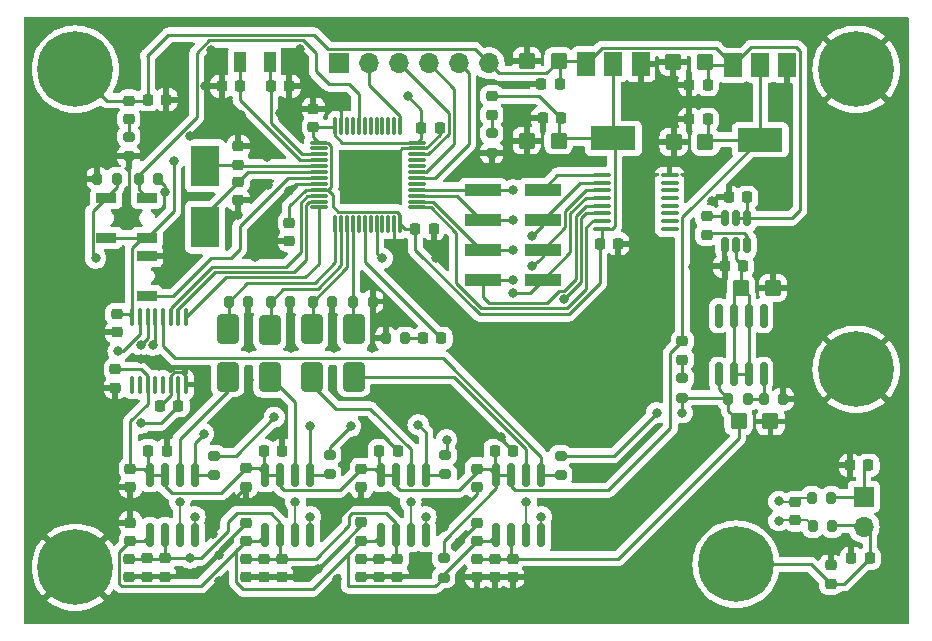
<source format=gbr>
%TF.GenerationSoftware,KiCad,Pcbnew,7.0.9*%
%TF.CreationDate,2024-02-09T01:39:57+08:00*%
%TF.ProjectId,yeg-channel,7965672d-6368-4616-9e6e-656c2e6b6963,rev?*%
%TF.SameCoordinates,Original*%
%TF.FileFunction,Copper,L1,Top*%
%TF.FilePolarity,Positive*%
%FSLAX46Y46*%
G04 Gerber Fmt 4.6, Leading zero omitted, Abs format (unit mm)*
G04 Created by KiCad (PCBNEW 7.0.9) date 2024-02-09 01:39:57*
%MOMM*%
%LPD*%
G01*
G04 APERTURE LIST*
G04 Aperture macros list*
%AMRoundRect*
0 Rectangle with rounded corners*
0 $1 Rounding radius*
0 $2 $3 $4 $5 $6 $7 $8 $9 X,Y pos of 4 corners*
0 Add a 4 corners polygon primitive as box body*
4,1,4,$2,$3,$4,$5,$6,$7,$8,$9,$2,$3,0*
0 Add four circle primitives for the rounded corners*
1,1,$1+$1,$2,$3*
1,1,$1+$1,$4,$5*
1,1,$1+$1,$6,$7*
1,1,$1+$1,$8,$9*
0 Add four rect primitives between the rounded corners*
20,1,$1+$1,$2,$3,$4,$5,0*
20,1,$1+$1,$4,$5,$6,$7,0*
20,1,$1+$1,$6,$7,$8,$9,0*
20,1,$1+$1,$8,$9,$2,$3,0*%
G04 Aperture macros list end*
%TA.AperFunction,ComponentPad*%
%ADD10O,1.700000X1.700000*%
%TD*%
%TA.AperFunction,ComponentPad*%
%ADD11R,1.700000X1.700000*%
%TD*%
%TA.AperFunction,SMDPad,CuDef*%
%ADD12RoundRect,0.250000X0.450000X0.425000X-0.450000X0.425000X-0.450000X-0.425000X0.450000X-0.425000X0*%
%TD*%
%TA.AperFunction,SMDPad,CuDef*%
%ADD13RoundRect,0.225000X0.250000X-0.225000X0.250000X0.225000X-0.250000X0.225000X-0.250000X-0.225000X0*%
%TD*%
%TA.AperFunction,SMDPad,CuDef*%
%ADD14RoundRect,0.200000X0.200000X0.275000X-0.200000X0.275000X-0.200000X-0.275000X0.200000X-0.275000X0*%
%TD*%
%TA.AperFunction,SMDPad,CuDef*%
%ADD15RoundRect,0.200000X-0.200000X-0.275000X0.200000X-0.275000X0.200000X0.275000X-0.200000X0.275000X0*%
%TD*%
%TA.AperFunction,SMDPad,CuDef*%
%ADD16RoundRect,0.225000X-0.225000X-0.250000X0.225000X-0.250000X0.225000X0.250000X-0.225000X0.250000X0*%
%TD*%
%TA.AperFunction,ComponentPad*%
%ADD17C,3.600000*%
%TD*%
%TA.AperFunction,ConnectorPad*%
%ADD18C,6.400000*%
%TD*%
%TA.AperFunction,SMDPad,CuDef*%
%ADD19RoundRect,0.200000X-0.275000X0.200000X-0.275000X-0.200000X0.275000X-0.200000X0.275000X0.200000X0*%
%TD*%
%TA.AperFunction,SMDPad,CuDef*%
%ADD20RoundRect,0.162500X0.162500X-0.825000X0.162500X0.825000X-0.162500X0.825000X-0.162500X-0.825000X0*%
%TD*%
%TA.AperFunction,SMDPad,CuDef*%
%ADD21RoundRect,0.225000X0.225000X0.250000X-0.225000X0.250000X-0.225000X-0.250000X0.225000X-0.250000X0*%
%TD*%
%TA.AperFunction,SMDPad,CuDef*%
%ADD22RoundRect,0.218750X0.218750X0.256250X-0.218750X0.256250X-0.218750X-0.256250X0.218750X-0.256250X0*%
%TD*%
%TA.AperFunction,SMDPad,CuDef*%
%ADD23RoundRect,0.100000X0.637500X0.100000X-0.637500X0.100000X-0.637500X-0.100000X0.637500X-0.100000X0*%
%TD*%
%TA.AperFunction,SMDPad,CuDef*%
%ADD24RoundRect,0.150000X0.150000X-0.825000X0.150000X0.825000X-0.150000X0.825000X-0.150000X-0.825000X0*%
%TD*%
%TA.AperFunction,SMDPad,CuDef*%
%ADD25RoundRect,0.225000X-0.250000X0.225000X-0.250000X-0.225000X0.250000X-0.225000X0.250000X0.225000X0*%
%TD*%
%TA.AperFunction,SMDPad,CuDef*%
%ADD26RoundRect,0.200000X0.275000X-0.200000X0.275000X0.200000X-0.275000X0.200000X-0.275000X-0.200000X0*%
%TD*%
%TA.AperFunction,SMDPad,CuDef*%
%ADD27R,1.700000X0.900000*%
%TD*%
%TA.AperFunction,SMDPad,CuDef*%
%ADD28RoundRect,0.100000X0.100000X-0.637500X0.100000X0.637500X-0.100000X0.637500X-0.100000X-0.637500X0*%
%TD*%
%TA.AperFunction,SMDPad,CuDef*%
%ADD29RoundRect,0.218750X0.256250X-0.218750X0.256250X0.218750X-0.256250X0.218750X-0.256250X-0.218750X0*%
%TD*%
%TA.AperFunction,SMDPad,CuDef*%
%ADD30R,1.000000X1.800000*%
%TD*%
%TA.AperFunction,SMDPad,CuDef*%
%ADD31RoundRect,0.150000X0.150000X-0.512500X0.150000X0.512500X-0.150000X0.512500X-0.150000X-0.512500X0*%
%TD*%
%TA.AperFunction,SMDPad,CuDef*%
%ADD32RoundRect,0.250000X-0.650000X1.000000X-0.650000X-1.000000X0.650000X-1.000000X0.650000X1.000000X0*%
%TD*%
%TA.AperFunction,SMDPad,CuDef*%
%ADD33RoundRect,0.075000X-0.662500X-0.075000X0.662500X-0.075000X0.662500X0.075000X-0.662500X0.075000X0*%
%TD*%
%TA.AperFunction,SMDPad,CuDef*%
%ADD34RoundRect,0.075000X-0.075000X-0.662500X0.075000X-0.662500X0.075000X0.662500X-0.075000X0.662500X0*%
%TD*%
%TA.AperFunction,SMDPad,CuDef*%
%ADD35RoundRect,0.218750X-0.218750X-0.256250X0.218750X-0.256250X0.218750X0.256250X-0.218750X0.256250X0*%
%TD*%
%TA.AperFunction,SMDPad,CuDef*%
%ADD36R,1.500000X2.000000*%
%TD*%
%TA.AperFunction,SMDPad,CuDef*%
%ADD37R,3.800000X2.000000*%
%TD*%
%TA.AperFunction,SMDPad,CuDef*%
%ADD38R,2.400000X3.500000*%
%TD*%
%TA.AperFunction,SMDPad,CuDef*%
%ADD39R,3.150000X1.000000*%
%TD*%
%TA.AperFunction,ViaPad*%
%ADD40C,0.800000*%
%TD*%
%TA.AperFunction,Conductor*%
%ADD41C,0.250000*%
%TD*%
%TA.AperFunction,Conductor*%
%ADD42C,0.200000*%
%TD*%
G04 APERTURE END LIST*
D10*
%TO.P,J2,6,Pin_6*%
%TO.N,+5V*%
X96520000Y-40132000D03*
%TO.P,J2,5,Pin_5*%
%TO.N,/Connector/UART1_TX*%
X93980000Y-40132000D03*
%TO.P,J2,4,Pin_4*%
%TO.N,/Connector/UART1_RX*%
X91440000Y-40132000D03*
%TO.P,J2,3,Pin_3*%
%TO.N,/Connector/SWDIO*%
X88900000Y-40132000D03*
%TO.P,J2,2,Pin_2*%
%TO.N,/Connector/SWDCLK*%
X86360000Y-40132000D03*
D11*
%TO.P,J2,1,Pin_1*%
%TO.N,GND*%
X83820000Y-40132000D03*
%TD*%
D12*
%TO.P,C5,1*%
%TO.N,+5V*%
X114826552Y-40047052D03*
%TO.P,C5,2*%
%TO.N,GND*%
X112126552Y-40047052D03*
%TD*%
D13*
%TO.P,C26,1*%
%TO.N,VDDA*%
X75964552Y-80570552D03*
%TO.P,C26,2*%
%TO.N,GND*%
X75964552Y-79020552D03*
%TD*%
D14*
%TO.P,R17,1*%
%TO.N,Net-(D8-K)*%
X89452052Y-63415052D03*
%TO.P,R17,2*%
%TO.N,GND*%
X87802052Y-63415052D03*
%TD*%
D12*
%TO.P,C7,1*%
%TO.N,+2V5*%
X114873552Y-46778052D03*
%TO.P,C7,2*%
%TO.N,GND*%
X112173552Y-46778052D03*
%TD*%
D15*
%TO.P,R6,1*%
%TO.N,/ADC/DOUT1*%
X78060552Y-60303052D03*
%TO.P,R6,2*%
%TO.N,GND*%
X79710552Y-60303052D03*
%TD*%
D16*
%TO.P,C15,1*%
%TO.N,+3V3*%
X90302552Y-54144052D03*
%TO.P,C15,2*%
%TO.N,GND*%
X91852552Y-54144052D03*
%TD*%
D17*
%TO.P,H6,1,1*%
%TO.N,+5V*%
X61525000Y-40640000D03*
D18*
X61525000Y-40640000D03*
%TD*%
D19*
%TO.P,R14,1*%
%TO.N,Net-(D5-K)*%
X66058552Y-46334052D03*
%TO.P,R14,2*%
%TO.N,GND*%
X66058552Y-47984052D03*
%TD*%
D16*
%TO.P,C14,1*%
%TO.N,+3V3*%
X90810552Y-45635052D03*
%TO.P,C14,2*%
%TO.N,GND*%
X92360552Y-45635052D03*
%TD*%
D14*
%TO.P,R1,1*%
%TO.N,GND*%
X121442552Y-68557052D03*
%TO.P,R1,2*%
%TO.N,Net-(U4-ADJ)*%
X119792552Y-68557052D03*
%TD*%
D12*
%TO.P,C1,1*%
%TO.N,+5V*%
X102446552Y-39945052D03*
%TO.P,C1,2*%
%TO.N,GND*%
X99746552Y-39945052D03*
%TD*%
D20*
%TO.P,U8,1,VREF*%
%TO.N,VDDA*%
X77615552Y-80049552D03*
%TO.P,U8,2,GND*%
%TO.N,-2V5*%
X78885552Y-80049552D03*
%TO.P,U8,3,IN-*%
%TO.N,/ADC/IN-*%
X80155552Y-80049552D03*
%TO.P,U8,4,IN+*%
%TO.N,/ADC/IN+*%
X81425552Y-80049552D03*
%TO.P,U8,5,PD_SCK*%
%TO.N,/ADC/PD_SCK1*%
X81425552Y-74974552D03*
%TO.P,U8,6,DOUT*%
%TO.N,Net-(D2-A)*%
X80155552Y-74974552D03*
%TO.P,U8,7,DVDD*%
%TO.N,+2V5*%
X78885552Y-74974552D03*
%TO.P,U8,8,AVDD*%
X77615552Y-74974552D03*
%TD*%
%TO.P,U7,1,VREF*%
%TO.N,VDDA*%
X67836552Y-80047052D03*
%TO.P,U7,2,GND*%
%TO.N,-2V5*%
X69106552Y-80047052D03*
%TO.P,U7,3,IN-*%
%TO.N,/ADC/IN-*%
X70376552Y-80047052D03*
%TO.P,U7,4,IN+*%
%TO.N,/ADC/IN+*%
X71646552Y-80047052D03*
%TO.P,U7,5,PD_SCK*%
%TO.N,/ADC/PD_SCK0*%
X71646552Y-74972052D03*
%TO.P,U7,6,DOUT*%
%TO.N,Net-(D1-A)*%
X70376552Y-74972052D03*
%TO.P,U7,7,DVDD*%
%TO.N,+2V5*%
X69106552Y-74972052D03*
%TO.P,U7,8,AVDD*%
X67836552Y-74972052D03*
%TD*%
D21*
%TO.P,C6,1*%
%TO.N,+5V*%
X115060552Y-41952052D03*
%TO.P,C6,2*%
%TO.N,GND*%
X113510552Y-41952052D03*
%TD*%
D22*
%TO.P,D10,1,A1*%
%TO.N,/ADC/CINA-*%
X128676500Y-74168000D03*
%TO.P,D10,2,A2*%
%TO.N,GND*%
X127101500Y-74168000D03*
%TD*%
D23*
%TO.P,U5,1,QB*%
%TO.N,unconnected-(U5-QB-Pad1)*%
X111847052Y-54133052D03*
%TO.P,U5,2,QC*%
%TO.N,unconnected-(U5-QC-Pad2)*%
X111847052Y-53483052D03*
%TO.P,U5,3,QD*%
%TO.N,unconnected-(U5-QD-Pad3)*%
X111847052Y-52833052D03*
%TO.P,U5,4,QE*%
%TO.N,unconnected-(U5-QE-Pad4)*%
X111847052Y-52183052D03*
%TO.P,U5,5,QF*%
%TO.N,unconnected-(U5-QF-Pad5)*%
X111847052Y-51533052D03*
%TO.P,U5,6,QG*%
%TO.N,unconnected-(U5-QG-Pad6)*%
X111847052Y-50883052D03*
%TO.P,U5,7,QH*%
%TO.N,unconnected-(U5-QH-Pad7)*%
X111847052Y-50233052D03*
%TO.P,U5,8,GND*%
%TO.N,GND*%
X111847052Y-49583052D03*
%TO.P,U5,9,QH'*%
%TO.N,/Connector/CS_OUT*%
X106122052Y-49583052D03*
%TO.P,U5,10,~{SRCLR}*%
%TO.N,/Connector/~{SRCLR}*%
X106122052Y-50233052D03*
%TO.P,U5,11,SRCLK*%
%TO.N,/Connector/SRCLK*%
X106122052Y-50883052D03*
%TO.P,U5,12,RCLK*%
%TO.N,/Connector/RCLK*%
X106122052Y-51533052D03*
%TO.P,U5,13,~{OE}*%
%TO.N,/Connector/~{OE}*%
X106122052Y-52183052D03*
%TO.P,U5,14,SER*%
%TO.N,/Connector/CS_IN*%
X106122052Y-52833052D03*
%TO.P,U5,15,QA*%
%TO.N,/MCU/SPI_CS*%
X106122052Y-53483052D03*
%TO.P,U5,16,VCC*%
%TO.N,+3V3*%
X106122052Y-54133052D03*
%TD*%
D21*
%TO.P,C8,1*%
%TO.N,+2V5*%
X115060552Y-44873052D03*
%TO.P,C8,2*%
%TO.N,GND*%
X113510552Y-44873052D03*
%TD*%
D19*
%TO.P,R3,1*%
%TO.N,+2V5*%
X92728552Y-82021052D03*
%TO.P,R3,2*%
%TO.N,VDDA*%
X92728552Y-83671052D03*
%TD*%
D13*
%TO.P,C37,1*%
%TO.N,GND*%
X87267552Y-83621052D03*
%TO.P,C37,2*%
%TO.N,-2V5*%
X87267552Y-82071052D03*
%TD*%
%TO.P,C49,1*%
%TO.N,/ADC/IN+*%
X122491500Y-78829500D03*
%TO.P,C49,2*%
%TO.N,/ADC/IN-*%
X122491500Y-77279500D03*
%TD*%
D16*
%TO.P,C44,1*%
%TO.N,+3V3*%
X105923552Y-55414052D03*
%TO.P,C44,2*%
%TO.N,GND*%
X107473552Y-55414052D03*
%TD*%
D20*
%TO.P,U9,1,VREF*%
%TO.N,VDDA*%
X87394552Y-80049552D03*
%TO.P,U9,2,GND*%
%TO.N,-2V5*%
X88664552Y-80049552D03*
%TO.P,U9,3,IN-*%
%TO.N,/ADC/IN-*%
X89934552Y-80049552D03*
%TO.P,U9,4,IN+*%
%TO.N,/ADC/IN+*%
X91204552Y-80049552D03*
%TO.P,U9,5,PD_SCK*%
%TO.N,/ADC/PD_SCK2*%
X91204552Y-74974552D03*
%TO.P,U9,6,DOUT*%
%TO.N,Net-(D3-A)*%
X89934552Y-74974552D03*
%TO.P,U9,7,DVDD*%
%TO.N,+2V5*%
X88664552Y-74974552D03*
%TO.P,U9,8,AVDD*%
X87394552Y-74974552D03*
%TD*%
D15*
%TO.P,R4,1*%
%TO.N,/ADC/DOUT0*%
X74504552Y-60303052D03*
%TO.P,R4,2*%
%TO.N,GND*%
X76154552Y-60303052D03*
%TD*%
D24*
%TO.P,U4,1,VO*%
%TO.N,-2V5*%
X115982552Y-66460052D03*
%TO.P,U4,2,VI*%
%TO.N,-5V*%
X117252552Y-66460052D03*
%TO.P,U4,3,VI*%
X118522552Y-66460052D03*
%TO.P,U4,4,ADJ*%
%TO.N,Net-(U4-ADJ)*%
X119792552Y-66460052D03*
%TO.P,U4,5,NC*%
%TO.N,unconnected-(U4-NC-Pad5)*%
X119792552Y-61510052D03*
%TO.P,U4,6,VI*%
%TO.N,-5V*%
X118522552Y-61510052D03*
%TO.P,U4,7,VI*%
X117252552Y-61510052D03*
%TO.P,U4,8,NC*%
%TO.N,unconnected-(U4-NC-Pad8)*%
X115982552Y-61510052D03*
%TD*%
D17*
%TO.P,H2,1,1*%
%TO.N,GND*%
X61525000Y-82809000D03*
D18*
X61525000Y-82809000D03*
%TD*%
D12*
%TO.P,C10,1*%
%TO.N,GND*%
X120380552Y-70462052D03*
%TO.P,C10,2*%
%TO.N,-2V5*%
X117680552Y-70462052D03*
%TD*%
D25*
%TO.P,C50,1*%
%TO.N,+3V3*%
X79647552Y-53623052D03*
%TO.P,C50,2*%
%TO.N,GND*%
X79647552Y-55173052D03*
%TD*%
D13*
%TO.P,C31,1*%
%TO.N,GND*%
X85743552Y-83634052D03*
%TO.P,C31,2*%
%TO.N,-2V5*%
X85743552Y-82084052D03*
%TD*%
D19*
%TO.P,R15,1*%
%TO.N,Net-(D6-K)*%
X96792552Y-46054552D03*
%TO.P,R15,2*%
%TO.N,GND*%
X96792552Y-47704552D03*
%TD*%
%TO.P,R16,1*%
%TO.N,Net-(D7-K)*%
X112921552Y-66781052D03*
%TO.P,R16,2*%
%TO.N,-2V5*%
X112921552Y-68431052D03*
%TD*%
D25*
%TO.P,C21,1*%
%TO.N,+2V5*%
X85743552Y-74464052D03*
%TO.P,C21,2*%
%TO.N,GND*%
X85743552Y-76014052D03*
%TD*%
%TO.P,C41,1*%
%TO.N,+3V3*%
X65042552Y-61370052D03*
%TO.P,C41,2*%
%TO.N,GND*%
X65042552Y-62920052D03*
%TD*%
%TO.P,C17,1*%
%TO.N,+2V5*%
X66185552Y-74448552D03*
%TO.P,C17,2*%
%TO.N,GND*%
X66185552Y-75998552D03*
%TD*%
D15*
%TO.P,R10,1*%
%TO.N,/ADC/DOUT3*%
X85045552Y-60303052D03*
%TO.P,R10,2*%
%TO.N,GND*%
X86695552Y-60303052D03*
%TD*%
D22*
%TO.P,D9,1,A1*%
%TO.N,/ADC/SRB2*%
X128803500Y-82042000D03*
%TO.P,D9,2,A2*%
%TO.N,GND*%
X127228500Y-82042000D03*
%TD*%
D26*
%TO.P,R5,1*%
%TO.N,/ADC/PD_SCK0*%
X73279000Y-74993000D03*
%TO.P,R5,2*%
%TO.N,-2V5*%
X73279000Y-73343000D03*
%TD*%
D16*
%TO.P,C20,1*%
%TO.N,+2V5*%
X77475552Y-72937552D03*
%TO.P,C20,2*%
%TO.N,GND*%
X79025552Y-72937552D03*
%TD*%
D27*
%TO.P,SW1,1,1*%
%TO.N,/Connector/NRST*%
X67582552Y-59859052D03*
%TO.P,SW1,2,2*%
%TO.N,GND*%
X67582552Y-56459052D03*
%TD*%
D26*
%TO.P,R7,1*%
%TO.N,/ADC/PD_SCK1*%
X83058000Y-74929000D03*
%TO.P,R7,2*%
%TO.N,-2V5*%
X83058000Y-73279000D03*
%TD*%
D13*
%TO.P,C32,1*%
%TO.N,GND*%
X95522552Y-83631552D03*
%TO.P,C32,2*%
%TO.N,-2V5*%
X95522552Y-82081552D03*
%TD*%
D28*
%TO.P,U11,1,A4*%
%TO.N,unconnected-(U11-A4-Pad1)*%
X66334552Y-67352052D03*
%TO.P,U11,2,A6*%
%TO.N,unconnected-(U11-A6-Pad2)*%
X66984552Y-67352052D03*
%TO.P,U11,3,A*%
%TO.N,+2V5*%
X67634552Y-67352052D03*
%TO.P,U11,4,A7*%
%TO.N,unconnected-(U11-A7-Pad4)*%
X68284552Y-67352052D03*
%TO.P,U11,5,A5*%
%TO.N,unconnected-(U11-A5-Pad5)*%
X68934552Y-67352052D03*
%TO.P,U11,6,~{E}*%
%TO.N,GND*%
X69584552Y-67352052D03*
%TO.P,U11,7,VEE*%
%TO.N,-2V5*%
X70234552Y-67352052D03*
%TO.P,U11,8,GND*%
%TO.N,GND*%
X70884552Y-67352052D03*
%TO.P,U11,9,S2*%
%TO.N,/ADC/CS2*%
X70884552Y-61627052D03*
%TO.P,U11,10,S1*%
%TO.N,/ADC/CS1*%
X70234552Y-61627052D03*
%TO.P,U11,11,S0*%
%TO.N,/ADC/CS0*%
X69584552Y-61627052D03*
%TO.P,U11,12,A3*%
%TO.N,/ADC/PD_SCK3*%
X68934552Y-61627052D03*
%TO.P,U11,13,A0*%
%TO.N,/ADC/PD_SCK0*%
X68284552Y-61627052D03*
%TO.P,U11,14,A1*%
%TO.N,/ADC/PD_SCK1*%
X67634552Y-61627052D03*
%TO.P,U11,15,A2*%
%TO.N,/ADC/PD_SCK2*%
X66984552Y-61627052D03*
%TO.P,U11,16,VCC*%
%TO.N,+3V3*%
X66334552Y-61627052D03*
%TD*%
D29*
%TO.P,D12,1,A1*%
%TO.N,/ADC/SRB2*%
X125476000Y-84226500D03*
%TO.P,D12,2,A2*%
%TO.N,GND*%
X125476000Y-82651500D03*
%TD*%
D13*
%TO.P,C33,1*%
%TO.N,GND*%
X69106552Y-83605552D03*
%TO.P,C33,2*%
%TO.N,-2V5*%
X69106552Y-82055552D03*
%TD*%
D21*
%TO.P,C2,1*%
%TO.N,+5V*%
X102519552Y-41850052D03*
%TO.P,C2,2*%
%TO.N,GND*%
X100969552Y-41850052D03*
%TD*%
D14*
%TO.P,R12,1*%
%TO.N,/ADC/SRB2*%
X125602500Y-79324500D03*
%TO.P,R12,2*%
%TO.N,/ADC/IN+*%
X123952500Y-79324500D03*
%TD*%
D30*
%TO.P,Y1,1,1*%
%TO.N,/MCU/OSC32_IN*%
X77963552Y-40047052D03*
%TO.P,Y1,2,2*%
%TO.N,/MCU/OSC32_OUT*%
X75463552Y-40047052D03*
%TD*%
D31*
%TO.P,U3,1,GND*%
%TO.N,GND*%
X116495552Y-55530052D03*
%TO.P,U3,2,OUT*%
%TO.N,-5V*%
X117445552Y-55530052D03*
%TO.P,U3,3,CAP-*%
%TO.N,Net-(U3-CAP-)*%
X118395552Y-55530052D03*
%TO.P,U3,4,SD*%
%TO.N,+5V*%
X118395552Y-53255052D03*
%TO.P,U3,5,V+*%
X117445552Y-53255052D03*
%TO.P,U3,6,CAP+*%
%TO.N,Net-(U3-CAP+)*%
X116495552Y-53255052D03*
%TD*%
D14*
%TO.P,R18,1*%
%TO.N,/Connector/BOOT1*%
X65042552Y-49904052D03*
%TO.P,R18,2*%
%TO.N,GND*%
X63392552Y-49904052D03*
%TD*%
D25*
%TO.P,C42,1*%
%TO.N,+2V5*%
X64915552Y-66056052D03*
%TO.P,C42,2*%
%TO.N,GND*%
X64915552Y-67606052D03*
%TD*%
D13*
%TO.P,C36,1*%
%TO.N,GND*%
X79012552Y-83618552D03*
%TO.P,C36,2*%
%TO.N,-2V5*%
X79012552Y-82068552D03*
%TD*%
D27*
%TO.P,SW3,1,1*%
%TO.N,/Connector/BOOT1*%
X64153552Y-51506052D03*
%TO.P,SW3,2,2*%
%TO.N,+3V3*%
X64153552Y-54906052D03*
%TD*%
D17*
%TO.P,H4,1,1*%
%TO.N,GND*%
X127635000Y-40640000D03*
D18*
X127635000Y-40640000D03*
%TD*%
D21*
%TO.P,C4,1*%
%TO.N,+3V3*%
X102633552Y-44771052D03*
%TO.P,C4,2*%
%TO.N,GND*%
X101083552Y-44771052D03*
%TD*%
D14*
%TO.P,R2,1*%
%TO.N,Net-(U4-ADJ)*%
X118458552Y-68557052D03*
%TO.P,R2,2*%
%TO.N,-2V5*%
X116808552Y-68557052D03*
%TD*%
D16*
%TO.P,C51,1*%
%TO.N,+5V*%
X67683552Y-43222052D03*
%TO.P,C51,2*%
%TO.N,GND*%
X69233552Y-43222052D03*
%TD*%
D32*
%TO.P,D2,1,K*%
%TO.N,/ADC/DOUT1*%
X77996552Y-62685052D03*
%TO.P,D2,2,A*%
%TO.N,Net-(D2-A)*%
X77996552Y-66685052D03*
%TD*%
D13*
%TO.P,C39,1*%
%TO.N,GND*%
X97046552Y-83618552D03*
%TO.P,C39,2*%
%TO.N,-2V5*%
X97046552Y-82068552D03*
%TD*%
D27*
%TO.P,SW2,1,1*%
%TO.N,/Connector/BOOT0*%
X67582552Y-51506052D03*
%TO.P,SW2,2,2*%
%TO.N,+3V3*%
X67582552Y-54906052D03*
%TD*%
D12*
%TO.P,C9,1*%
%TO.N,GND*%
X120587552Y-59159052D03*
%TO.P,C9,2*%
%TO.N,-5V*%
X117887552Y-59159052D03*
%TD*%
%TO.P,C3,1*%
%TO.N,+3V3*%
X102446552Y-46676052D03*
%TO.P,C3,2*%
%TO.N,GND*%
X99746552Y-46676052D03*
%TD*%
D32*
%TO.P,D1,1,K*%
%TO.N,/ADC/DOUT0*%
X74440552Y-62653052D03*
%TO.P,D1,2,A*%
%TO.N,Net-(D1-A)*%
X74440552Y-66653052D03*
%TD*%
D13*
%TO.P,C28,1*%
%TO.N,VDDA*%
X95522552Y-80570552D03*
%TO.P,C28,2*%
%TO.N,GND*%
X95522552Y-79020552D03*
%TD*%
D14*
%TO.P,R13,1*%
%TO.N,/ADC/CINA-*%
X125539500Y-76911500D03*
%TO.P,R13,2*%
%TO.N,/ADC/IN-*%
X123889500Y-76911500D03*
%TD*%
D29*
%TO.P,D5,1,K*%
%TO.N,Net-(D5-K)*%
X66058552Y-44861052D03*
%TO.P,D5,2,A*%
%TO.N,+5V*%
X66058552Y-43286052D03*
%TD*%
D16*
%TO.P,C43,1*%
%TO.N,GND*%
X68699552Y-69130052D03*
%TO.P,C43,2*%
%TO.N,-2V5*%
X70249552Y-69130052D03*
%TD*%
%TO.P,C22,1*%
%TO.N,+2V5*%
X87254552Y-72940052D03*
%TO.P,C22,2*%
%TO.N,GND*%
X88804552Y-72940052D03*
%TD*%
D33*
%TO.P,U6,1,VBAT*%
%TO.N,+3V3*%
X82117552Y-46842052D03*
%TO.P,U6,2,PC13*%
%TO.N,unconnected-(U6-PC13-Pad2)*%
X82117552Y-47342052D03*
%TO.P,U6,3,PC14*%
%TO.N,/MCU/OSC32_IN*%
X82117552Y-47842052D03*
%TO.P,U6,4,PC15*%
%TO.N,/MCU/OSC32_OUT*%
X82117552Y-48342052D03*
%TO.P,U6,5,PD0*%
%TO.N,/MCU/OSC_IN*%
X82117552Y-48842052D03*
%TO.P,U6,6,PD1*%
%TO.N,/MCU/OSC_OUT*%
X82117552Y-49342052D03*
%TO.P,U6,7,NRST*%
%TO.N,/Connector/NRST*%
X82117552Y-49842052D03*
%TO.P,U6,8,VSSA*%
%TO.N,GND*%
X82117552Y-50342052D03*
%TO.P,U6,9,VDDA*%
%TO.N,+3V3*%
X82117552Y-50842052D03*
%TO.P,U6,10,PA0*%
%TO.N,/ADC/CS0*%
X82117552Y-51342052D03*
%TO.P,U6,11,PA1*%
%TO.N,/ADC/CS1*%
X82117552Y-51842052D03*
%TO.P,U6,12,PA2*%
%TO.N,/ADC/CS2*%
X82117552Y-52342052D03*
D34*
%TO.P,U6,13,PA3*%
%TO.N,/ADC/DOUT0*%
X83530052Y-53754552D03*
%TO.P,U6,14,PA4*%
%TO.N,/ADC/DOUT1*%
X84030052Y-53754552D03*
%TO.P,U6,15,PA5*%
%TO.N,/ADC/DOUT2*%
X84530052Y-53754552D03*
%TO.P,U6,16,PA6*%
%TO.N,/ADC/DOUT3*%
X85030052Y-53754552D03*
%TO.P,U6,17,PA7*%
%TO.N,unconnected-(U6-PA7-Pad17)*%
X85530052Y-53754552D03*
%TO.P,U6,18,PB0*%
%TO.N,/Connector/SYSOK*%
X86030052Y-53754552D03*
%TO.P,U6,19,PB1*%
%TO.N,unconnected-(U6-PB1-Pad19)*%
X86530052Y-53754552D03*
%TO.P,U6,20,PB2*%
%TO.N,/Connector/BOOT1*%
X87030052Y-53754552D03*
%TO.P,U6,21,PB10*%
%TO.N,unconnected-(U6-PB10-Pad21)*%
X87530052Y-53754552D03*
%TO.P,U6,22,PB11*%
%TO.N,unconnected-(U6-PB11-Pad22)*%
X88030052Y-53754552D03*
%TO.P,U6,23,VSS*%
%TO.N,GND*%
X88530052Y-53754552D03*
%TO.P,U6,24,VDD*%
%TO.N,+3V3*%
X89030052Y-53754552D03*
D33*
%TO.P,U6,25,PB12*%
%TO.N,/MCU/SPI_CS*%
X90442552Y-52342052D03*
%TO.P,U6,26,PB13*%
%TO.N,/Connector/SPI_SCK*%
X90442552Y-51842052D03*
%TO.P,U6,27,PB14*%
%TO.N,/Connector/SPI_MISO*%
X90442552Y-51342052D03*
%TO.P,U6,28,PB15*%
%TO.N,/Connector/SPI_MOSI*%
X90442552Y-50842052D03*
%TO.P,U6,29,PA8*%
%TO.N,unconnected-(U6-PA8-Pad29)*%
X90442552Y-50342052D03*
%TO.P,U6,30,PA9*%
%TO.N,/Connector/UART1_TX*%
X90442552Y-49842052D03*
%TO.P,U6,31,PA10*%
%TO.N,/Connector/UART1_RX*%
X90442552Y-49342052D03*
%TO.P,U6,32,PA11*%
%TO.N,unconnected-(U6-PA11-Pad32)*%
X90442552Y-48842052D03*
%TO.P,U6,33,PA12*%
%TO.N,unconnected-(U6-PA12-Pad33)*%
X90442552Y-48342052D03*
%TO.P,U6,34,PA13*%
%TO.N,/Connector/SWDIO*%
X90442552Y-47842052D03*
%TO.P,U6,35,VSS*%
%TO.N,GND*%
X90442552Y-47342052D03*
%TO.P,U6,36,VDD*%
%TO.N,+3V3*%
X90442552Y-46842052D03*
D34*
%TO.P,U6,37,PA14*%
%TO.N,/Connector/SWDCLK*%
X89030052Y-45429552D03*
%TO.P,U6,38,PA15*%
%TO.N,unconnected-(U6-PA15-Pad38)*%
X88530052Y-45429552D03*
%TO.P,U6,39,PB3*%
%TO.N,unconnected-(U6-PB3-Pad39)*%
X88030052Y-45429552D03*
%TO.P,U6,40,PB4*%
%TO.N,unconnected-(U6-PB4-Pad40)*%
X87530052Y-45429552D03*
%TO.P,U6,41,PB5*%
%TO.N,unconnected-(U6-PB5-Pad41)*%
X87030052Y-45429552D03*
%TO.P,U6,42,PB6*%
%TO.N,unconnected-(U6-PB6-Pad42)*%
X86530052Y-45429552D03*
%TO.P,U6,43,PB7*%
%TO.N,unconnected-(U6-PB7-Pad43)*%
X86030052Y-45429552D03*
%TO.P,U6,44,BOOT0*%
%TO.N,/Connector/BOOT0*%
X85530052Y-45429552D03*
%TO.P,U6,45,PB8*%
%TO.N,unconnected-(U6-PB8-Pad45)*%
X85030052Y-45429552D03*
%TO.P,U6,46,PB9*%
%TO.N,unconnected-(U6-PB9-Pad46)*%
X84530052Y-45429552D03*
%TO.P,U6,47,VSS*%
%TO.N,GND*%
X84030052Y-45429552D03*
%TO.P,U6,48,VDD*%
%TO.N,+3V3*%
X83530052Y-45429552D03*
%TD*%
D26*
%TO.P,R11,1*%
%TO.N,/ADC/PD_SCK3*%
X102616000Y-74993000D03*
%TO.P,R11,2*%
%TO.N,-2V5*%
X102616000Y-73343000D03*
%TD*%
D11*
%TO.P,J1,1,Pin_1*%
%TO.N,/ADC/CINA-*%
X128270000Y-76835000D03*
D10*
%TO.P,J1,2,Pin_2*%
%TO.N,/ADC/SRB2*%
X128270000Y-79375000D03*
%TD*%
D25*
%TO.P,C47,1*%
%TO.N,GND*%
X75329552Y-47159052D03*
%TO.P,C47,2*%
%TO.N,/MCU/OSC_IN*%
X75329552Y-48709052D03*
%TD*%
D13*
%TO.P,C25,1*%
%TO.N,VDDA*%
X66185552Y-80570552D03*
%TO.P,C25,2*%
%TO.N,GND*%
X66185552Y-79020552D03*
%TD*%
%TO.P,C29,1*%
%TO.N,GND*%
X66058552Y-83618552D03*
%TO.P,C29,2*%
%TO.N,-2V5*%
X66058552Y-82068552D03*
%TD*%
D25*
%TO.P,C11,1*%
%TO.N,Net-(U3-CAP+)*%
X114966552Y-53102052D03*
%TO.P,C11,2*%
%TO.N,Net-(U3-CAP-)*%
X114966552Y-54652052D03*
%TD*%
D18*
%TO.P,H1,1,1*%
%TO.N,/ADC/SRB2*%
X117475000Y-82550000D03*
D17*
X117475000Y-82550000D03*
%TD*%
D21*
%TO.P,C12,1*%
%TO.N,-5V*%
X118040552Y-57319052D03*
%TO.P,C12,2*%
%TO.N,GND*%
X116490552Y-57319052D03*
%TD*%
D17*
%TO.P,H3,1,1*%
%TO.N,GND*%
X127635000Y-66040000D03*
D18*
X127635000Y-66040000D03*
%TD*%
D13*
%TO.P,C34,1*%
%TO.N,GND*%
X67582552Y-83605552D03*
%TO.P,C34,2*%
%TO.N,-2V5*%
X67582552Y-82055552D03*
%TD*%
D29*
%TO.P,D6,1,K*%
%TO.N,Net-(D6-K)*%
X96792552Y-44492052D03*
%TO.P,D6,2,A*%
%TO.N,+3V3*%
X96792552Y-42917052D03*
%TD*%
D35*
%TO.P,D8,1,K*%
%TO.N,Net-(D8-K)*%
X90950552Y-63415052D03*
%TO.P,D8,2,A*%
%TO.N,/Connector/SYSOK*%
X92525552Y-63415052D03*
%TD*%
D32*
%TO.P,D4,1,K*%
%TO.N,/ADC/DOUT3*%
X85108552Y-62653052D03*
%TO.P,D4,2,A*%
%TO.N,Net-(D4-A)*%
X85108552Y-66653052D03*
%TD*%
D21*
%TO.P,C45,1*%
%TO.N,GND*%
X79647552Y-42079052D03*
%TO.P,C45,2*%
%TO.N,/MCU/OSC32_IN*%
X78097552Y-42079052D03*
%TD*%
D25*
%TO.P,C48,1*%
%TO.N,/MCU/OSC_OUT*%
X75311000Y-50152000D03*
%TO.P,C48,2*%
%TO.N,GND*%
X75311000Y-51702000D03*
%TD*%
D13*
%TO.P,C35,1*%
%TO.N,GND*%
X77488552Y-83618552D03*
%TO.P,C35,2*%
%TO.N,-2V5*%
X77488552Y-82068552D03*
%TD*%
D36*
%TO.P,U2,1,GND*%
%TO.N,GND*%
X121806552Y-40301052D03*
%TO.P,U2,2,VO*%
%TO.N,+2V5*%
X119506552Y-40301052D03*
D37*
X119506552Y-46601052D03*
D36*
%TO.P,U2,3,VI*%
%TO.N,+5V*%
X117206552Y-40301052D03*
%TD*%
D13*
%TO.P,C27,1*%
%TO.N,VDDA*%
X85743552Y-80560052D03*
%TO.P,C27,2*%
%TO.N,GND*%
X85743552Y-79010052D03*
%TD*%
D32*
%TO.P,D3,1,K*%
%TO.N,/ADC/DOUT2*%
X81552552Y-62653052D03*
%TO.P,D3,2,A*%
%TO.N,Net-(D3-A)*%
X81552552Y-66653052D03*
%TD*%
D16*
%TO.P,C18,1*%
%TO.N,+2V5*%
X67696552Y-72937552D03*
%TO.P,C18,2*%
%TO.N,GND*%
X69246552Y-72937552D03*
%TD*%
D21*
%TO.P,C13,1*%
%TO.N,+5V*%
X118395552Y-51477052D03*
%TO.P,C13,2*%
%TO.N,GND*%
X116845552Y-51477052D03*
%TD*%
D13*
%TO.P,C16,1*%
%TO.N,+3V3*%
X81679552Y-45534052D03*
%TO.P,C16,2*%
%TO.N,GND*%
X81679552Y-43984052D03*
%TD*%
D38*
%TO.P,Y2,1,1*%
%TO.N,/MCU/OSC_IN*%
X72535552Y-48817052D03*
%TO.P,Y2,2,2*%
%TO.N,/MCU/OSC_OUT*%
X72535552Y-54017052D03*
%TD*%
D26*
%TO.P,R9,1*%
%TO.N,/ADC/PD_SCK2*%
X92837000Y-74929000D03*
%TO.P,R9,2*%
%TO.N,-2V5*%
X92837000Y-73279000D03*
%TD*%
D25*
%TO.P,C19,1*%
%TO.N,+2V5*%
X75964552Y-74435552D03*
%TO.P,C19,2*%
%TO.N,GND*%
X75964552Y-75985552D03*
%TD*%
D20*
%TO.P,U10,1,VREF*%
%TO.N,VDDA*%
X97173552Y-80047052D03*
%TO.P,U10,2,GND*%
%TO.N,-2V5*%
X98443552Y-80047052D03*
%TO.P,U10,3,IN-*%
%TO.N,/ADC/IN-*%
X99713552Y-80047052D03*
%TO.P,U10,4,IN+*%
%TO.N,/ADC/IN+*%
X100983552Y-80047052D03*
%TO.P,U10,5,PD_SCK*%
%TO.N,/ADC/PD_SCK3*%
X100983552Y-74972052D03*
%TO.P,U10,6,DOUT*%
%TO.N,Net-(D4-A)*%
X99713552Y-74972052D03*
%TO.P,U10,7,DVDD*%
%TO.N,+2V5*%
X98443552Y-74972052D03*
%TO.P,U10,8,AVDD*%
X97173552Y-74972052D03*
%TD*%
D13*
%TO.P,C30,1*%
%TO.N,GND*%
X75964552Y-83618552D03*
%TO.P,C30,2*%
%TO.N,-2V5*%
X75964552Y-82068552D03*
%TD*%
D36*
%TO.P,U1,1,GND*%
%TO.N,GND*%
X109379552Y-40199052D03*
%TO.P,U1,2,VO*%
%TO.N,+3V3*%
X107079552Y-40199052D03*
D37*
X107079552Y-46499052D03*
D36*
%TO.P,U1,3,VI*%
%TO.N,+5V*%
X104779552Y-40199052D03*
%TD*%
D39*
%TO.P,J4,1,Pin_1*%
%TO.N,/Connector/RCLK*%
X101080552Y-58462052D03*
%TO.P,J4,2,Pin_2*%
%TO.N,/Connector/~{OE}*%
X96030552Y-58462052D03*
%TO.P,J4,3,Pin_3*%
%TO.N,/Connector/SRCLK*%
X101080552Y-55922052D03*
%TO.P,J4,4,Pin_4*%
%TO.N,/Connector/SPI_SCK*%
X96030552Y-55922052D03*
%TO.P,J4,5,Pin_5*%
%TO.N,/Connector/~{SRCLR}*%
X101080552Y-53382052D03*
%TO.P,J4,6,Pin_6*%
%TO.N,/Connector/SPI_MISO*%
X96030552Y-53382052D03*
%TO.P,J4,7,Pin_7*%
%TO.N,/Connector/CS_OUT*%
X101080552Y-50842052D03*
%TO.P,J4,8,Pin_8*%
%TO.N,/Connector/SPI_MOSI*%
X96030552Y-50842052D03*
%TD*%
D13*
%TO.P,C40,1*%
%TO.N,GND*%
X98559552Y-83618552D03*
%TO.P,C40,2*%
%TO.N,-2V5*%
X98559552Y-82068552D03*
%TD*%
D29*
%TO.P,D7,1,K*%
%TO.N,Net-(D7-K)*%
X112921552Y-65218552D03*
%TO.P,D7,2,A*%
%TO.N,+2V5*%
X112921552Y-63643552D03*
%TD*%
D13*
%TO.P,C38,1*%
%TO.N,GND*%
X88791552Y-83621052D03*
%TO.P,C38,2*%
%TO.N,-2V5*%
X88791552Y-82071052D03*
%TD*%
D21*
%TO.P,C46,1*%
%TO.N,/MCU/OSC32_OUT*%
X75456552Y-42079052D03*
%TO.P,C46,2*%
%TO.N,GND*%
X73906552Y-42079052D03*
%TD*%
D25*
%TO.P,C23,1*%
%TO.N,+2V5*%
X95522552Y-74448552D03*
%TO.P,C23,2*%
%TO.N,GND*%
X95522552Y-75998552D03*
%TD*%
D15*
%TO.P,R19,1*%
%TO.N,/Connector/BOOT0*%
X66884552Y-49953052D03*
%TO.P,R19,2*%
%TO.N,GND*%
X68534552Y-49953052D03*
%TD*%
D16*
%TO.P,C24,1*%
%TO.N,+2V5*%
X97033552Y-72937552D03*
%TO.P,C24,2*%
%TO.N,GND*%
X98583552Y-72937552D03*
%TD*%
D15*
%TO.P,R8,1*%
%TO.N,/ADC/DOUT2*%
X81616552Y-60303052D03*
%TO.P,R8,2*%
%TO.N,GND*%
X83266552Y-60303052D03*
%TD*%
D40*
%TO.N,GND*%
X105283000Y-48387000D03*
X98171000Y-39370000D03*
X77869552Y-50461052D03*
X86487000Y-71374000D03*
X105791000Y-74676000D03*
X112649000Y-73787000D03*
X82042000Y-82931000D03*
X69342000Y-71501000D03*
X76581000Y-69342000D03*
X80917552Y-42079052D03*
X80536552Y-38904052D03*
X77742552Y-48048052D03*
X73660000Y-81788000D03*
X79756000Y-64262000D03*
X67056000Y-65151000D03*
X75329552Y-45889052D03*
X84201000Y-43688000D03*
X78289000Y-71760000D03*
X73660000Y-83947000D03*
X122047000Y-70485000D03*
X115443000Y-51816000D03*
X73043552Y-39031052D03*
X89027000Y-57277000D03*
X75583552Y-44492052D03*
X71265552Y-46270052D03*
X93980000Y-84963000D03*
X76708000Y-56515000D03*
X86614000Y-64262000D03*
X75329552Y-53001052D03*
X91059000Y-82804000D03*
X78885552Y-44365052D03*
X72535552Y-42079052D03*
X79629000Y-50927000D03*
X82804000Y-79629000D03*
X83693000Y-83820000D03*
X88646000Y-47879000D03*
X76200000Y-66929000D03*
X97593000Y-71760000D03*
X92075000Y-56642000D03*
X113792000Y-57404000D03*
X76200000Y-64262000D03*
X73914000Y-70612000D03*
X65786000Y-52578000D03*
X71011552Y-56557052D03*
X73152000Y-80010000D03*
X69088000Y-51054000D03*
X92710000Y-79375000D03*
X83439000Y-64262000D03*
X122047000Y-59182000D03*
X93980000Y-80645000D03*
%TO.N,+3V3*%
X69850000Y-48387000D03*
X89662000Y-42926000D03*
%TO.N,-2V5*%
X78359000Y-70104000D03*
X92964000Y-72009000D03*
X112903000Y-69723000D03*
X67056000Y-70612000D03*
X71247000Y-82042000D03*
X84836000Y-70866000D03*
X110744000Y-69723000D03*
%TO.N,/ADC/IN+*%
X91204552Y-78528052D03*
X71646552Y-78528052D03*
X121088000Y-78872000D03*
X100983552Y-78528052D03*
X81425552Y-78528052D03*
%TO.N,/ADC/IN-*%
X70376552Y-77258052D03*
X89934552Y-77258052D03*
X99713552Y-77258052D03*
X80155552Y-77258052D03*
X121088000Y-77221000D03*
%TO.N,/Connector/CS_IN*%
X102888552Y-60113052D03*
%TO.N,/Connector/~{OE}*%
X98570552Y-58462052D03*
%TO.N,/Connector/SRCLK*%
X100203000Y-57277000D03*
%TO.N,/Connector/SPI_SCK*%
X98570552Y-55922052D03*
%TO.N,/Connector/~{SRCLR}*%
X100203000Y-54737000D03*
%TO.N,/Connector/SPI_MISO*%
X98570552Y-53382052D03*
%TO.N,/Connector/RCLK*%
X98552000Y-59563000D03*
%TO.N,/Connector/SPI_MOSI*%
X98570552Y-50842052D03*
%TO.N,/ADC/PD_SCK0*%
X68072000Y-64008000D03*
X72390000Y-71501000D03*
%TO.N,/ADC/PD_SCK1*%
X81407000Y-70866000D03*
X67056000Y-64008000D03*
%TO.N,/ADC/PD_SCK2*%
X65151000Y-64516000D03*
X90551000Y-70739000D03*
%TO.N,/Connector/BOOT1*%
X63246000Y-56642000D03*
X87503000Y-56642000D03*
%TD*%
D41*
%TO.N,/ADC/SRB2*%
X123799500Y-82550000D02*
X125476000Y-84226500D01*
X117475000Y-82550000D02*
X123799500Y-82550000D01*
%TO.N,/Connector/UART1_TX*%
X94830000Y-40982000D02*
X94830000Y-46967052D01*
X94830000Y-46967052D02*
X91955000Y-49842052D01*
X91955000Y-49842052D02*
X90442552Y-49842052D01*
X93980000Y-40132000D02*
X94830000Y-40982000D01*
%TO.N,/Connector/UART1_RX*%
X91247816Y-49342052D02*
X90442552Y-49342052D01*
X93585552Y-47004316D02*
X91247816Y-49342052D01*
X93585552Y-42277552D02*
X93585552Y-47004316D01*
X91440000Y-40132000D02*
X93585552Y-42277552D01*
%TO.N,/Connector/SWDIO*%
X91412604Y-47842052D02*
X90442552Y-47842052D01*
X93135552Y-44367552D02*
X93135552Y-46119104D01*
X88900000Y-40132000D02*
X93135552Y-44367552D01*
X93135552Y-46119104D02*
X91412604Y-47842052D01*
%TO.N,/Connector/SWDCLK*%
X89030052Y-44624288D02*
X89030052Y-45429552D01*
X86360000Y-41954236D02*
X89030052Y-44624288D01*
X86360000Y-40132000D02*
X86360000Y-41954236D01*
%TO.N,+5V*%
X82934581Y-38957000D02*
X81706633Y-37729052D01*
X95345000Y-38957000D02*
X82934581Y-38957000D01*
X96520000Y-40132000D02*
X95345000Y-38957000D01*
X101409604Y-40982000D02*
X102446552Y-39945052D01*
X96520000Y-40132000D02*
X97370000Y-40982000D01*
X97370000Y-40982000D02*
X101409604Y-40982000D01*
X61525000Y-40640000D02*
X64171052Y-43286052D01*
X66058552Y-43286052D02*
X67619552Y-43286052D01*
X118730552Y-38777052D02*
X122573552Y-38777052D01*
X102519552Y-40018052D02*
X102446552Y-39945052D01*
X64171052Y-43286052D02*
X66058552Y-43286052D01*
X102519552Y-41850052D02*
X102519552Y-40018052D01*
X67619552Y-43286052D02*
X67683552Y-43222052D01*
X67683552Y-39564552D02*
X67683552Y-43222052D01*
X117206552Y-40301052D02*
X115080552Y-40301052D01*
X67621000Y-39502000D02*
X67683552Y-39564552D01*
X106104552Y-38874052D02*
X115779552Y-38874052D01*
X122192552Y-53255052D02*
X118395552Y-53255052D01*
X122881552Y-52566052D02*
X122192552Y-53255052D01*
X118395552Y-53255052D02*
X118395552Y-51477052D01*
X65931552Y-43159052D02*
X66058552Y-43286052D01*
X115779552Y-38874052D02*
X117206552Y-40301052D01*
X115060552Y-41952052D02*
X115060552Y-40281052D01*
X102446552Y-39945052D02*
X104525552Y-39945052D01*
X115080552Y-40301052D02*
X114826552Y-40047052D01*
X69393948Y-37729052D02*
X67621000Y-39502000D01*
X118395552Y-53255052D02*
X117445552Y-53255052D01*
X122573552Y-38777052D02*
X122881552Y-39085052D01*
X81706633Y-37729052D02*
X69393948Y-37729052D01*
X104779552Y-40199052D02*
X106104552Y-38874052D01*
X117206552Y-40301052D02*
X118730552Y-38777052D01*
X122881552Y-39085052D02*
X122881552Y-52566052D01*
X115060552Y-40281052D02*
X114826552Y-40047052D01*
X104525552Y-39945052D02*
X104779552Y-40199052D01*
%TO.N,GND*%
X95522552Y-76562448D02*
X92710000Y-79375000D01*
X80213948Y-50342052D02*
X79629000Y-50927000D01*
X75329552Y-51744052D02*
X75329552Y-53001052D01*
X97593000Y-71760000D02*
X97593000Y-71947000D01*
X85743552Y-79010052D02*
X85743552Y-79229448D01*
X88530052Y-56780052D02*
X89027000Y-57277000D01*
X82117552Y-50342052D02*
X80213948Y-50342052D01*
X66058552Y-47984052D02*
X66058552Y-52305448D01*
X92360552Y-45635052D02*
X92360552Y-46229316D01*
X116495552Y-55530052D02*
X116495552Y-57314052D01*
X95522552Y-79102448D02*
X93980000Y-80645000D01*
X88530052Y-53754552D02*
X88530052Y-56780052D01*
X95522552Y-75998552D02*
X95522552Y-76562448D01*
X86487000Y-71374000D02*
X87238500Y-71374000D01*
X95522552Y-79020552D02*
X95522552Y-79102448D01*
X87238500Y-71374000D02*
X88804552Y-72940052D01*
X75329552Y-47159052D02*
X75329552Y-45889052D01*
X70559551Y-66289552D02*
X69909553Y-66289552D01*
X116495552Y-57314052D02*
X116490552Y-57319052D01*
X85743552Y-79229448D02*
X82042000Y-82931000D01*
X69088000Y-50506500D02*
X68534552Y-49953052D01*
X92360552Y-46229316D02*
X91247816Y-47342052D01*
X85743552Y-76689448D02*
X82804000Y-79629000D01*
X73914000Y-70612000D02*
X74089704Y-70612000D01*
X84030052Y-43858948D02*
X84201000Y-43688000D01*
X75964552Y-79020552D02*
X73660000Y-81325104D01*
X70884552Y-67352052D02*
X70884552Y-66614553D01*
X69584552Y-67352052D02*
X69584552Y-68245052D01*
X74089704Y-70612000D02*
X76200000Y-68501704D01*
X76200000Y-68501704D02*
X76200000Y-66929000D01*
X84030052Y-45429552D02*
X84030052Y-43858948D01*
X69584552Y-68245052D02*
X68699552Y-69130052D01*
X69088000Y-51054000D02*
X69088000Y-50506500D01*
X90442552Y-47342052D02*
X89182948Y-47342052D01*
X73660000Y-81325104D02*
X73660000Y-81788000D01*
X69584552Y-66614553D02*
X69584552Y-67352052D01*
X69909553Y-66289552D02*
X69584552Y-66614553D01*
X79647552Y-42079052D02*
X80917552Y-42079052D01*
X73906552Y-42079052D02*
X72535552Y-42079052D01*
X91247816Y-47342052D02*
X90442552Y-47342052D01*
X66058552Y-52305448D02*
X65786000Y-52578000D01*
X70884552Y-66614553D02*
X70559551Y-66289552D01*
X85743552Y-76014052D02*
X85743552Y-76689448D01*
X75329552Y-45889052D02*
X75329552Y-46016052D01*
X75964552Y-75985552D02*
X73152000Y-78798104D01*
X97593000Y-71947000D02*
X98583552Y-72937552D01*
X89182948Y-47342052D02*
X88646000Y-47879000D01*
X73152000Y-78798104D02*
X73152000Y-80010000D01*
%TO.N,+3V3*%
X107184552Y-53912052D02*
X106963552Y-54133052D01*
X83783552Y-52692052D02*
X88772816Y-52692052D01*
X82922816Y-46842052D02*
X83180052Y-47099288D01*
X81039496Y-50842052D02*
X82117552Y-50842052D01*
X81679552Y-46404052D02*
X82117552Y-46842052D01*
X83530052Y-46234816D02*
X84137288Y-46842052D01*
X67582552Y-54906052D02*
X69850000Y-52638604D01*
X102623552Y-46499052D02*
X102446552Y-46676052D01*
X107079552Y-46499052D02*
X107079552Y-40199052D01*
X82117552Y-46842052D02*
X82922816Y-46842052D01*
X81679552Y-45534052D02*
X83425552Y-45534052D01*
X90302552Y-54144052D02*
X90302552Y-55910448D01*
X89030052Y-52949288D02*
X89030052Y-53754552D01*
X65042552Y-61370052D02*
X66077552Y-61370052D01*
X106963552Y-54133052D02*
X106122052Y-54133052D01*
X79647552Y-53623052D02*
X79647552Y-52233996D01*
X67182552Y-54906052D02*
X66334552Y-55754052D01*
X88772816Y-52692052D02*
X89030052Y-52949288D01*
X102446552Y-46676052D02*
X102446552Y-44958052D01*
X84137288Y-46842052D02*
X90442552Y-46842052D01*
X100779552Y-42917052D02*
X102633552Y-44771052D01*
X66334552Y-55754052D02*
X66334552Y-61627052D01*
X89662000Y-42926000D02*
X90810552Y-44074552D01*
X105923552Y-58739753D02*
X105923552Y-55414052D01*
X64153552Y-54906052D02*
X67582552Y-54906052D01*
X89419552Y-54144052D02*
X89030052Y-53754552D01*
X79647552Y-52233996D02*
X81039496Y-50842052D01*
X90810552Y-45635052D02*
X90810552Y-46474052D01*
X106122052Y-55215552D02*
X105923552Y-55414052D01*
X90302552Y-55910448D02*
X95775156Y-61383052D01*
X95775156Y-61383052D02*
X103280253Y-61383052D01*
X107079552Y-46499052D02*
X102623552Y-46499052D01*
X102446552Y-44958052D02*
X102633552Y-44771052D01*
X83330552Y-51249788D02*
X83330552Y-52239052D01*
X66077552Y-61370052D02*
X66334552Y-61627052D01*
X106122052Y-54133052D02*
X106122052Y-55215552D01*
X90302552Y-54144052D02*
X89419552Y-54144052D01*
X83330552Y-52239052D02*
X83783552Y-52692052D01*
X90810552Y-46474052D02*
X90442552Y-46842052D01*
X82922816Y-50842052D02*
X83330552Y-51249788D01*
X81679552Y-45534052D02*
X81679552Y-46404052D01*
X103280253Y-61383052D02*
X105923552Y-58739753D01*
X69850000Y-52638604D02*
X69850000Y-48387000D01*
X83530052Y-45429552D02*
X83530052Y-46234816D01*
X107184552Y-46604052D02*
X107184552Y-53912052D01*
X67582552Y-54906052D02*
X67182552Y-54906052D01*
X83180052Y-47099288D02*
X83180052Y-50584816D01*
X82922816Y-50842052D02*
X82117552Y-50842052D01*
X83425552Y-45534052D02*
X83530052Y-45429552D01*
X96792552Y-42917052D02*
X100779552Y-42917052D01*
X83180052Y-50584816D02*
X82922816Y-50842052D01*
X107079552Y-46499052D02*
X107184552Y-46604052D01*
X90810552Y-44074552D02*
X90810552Y-45635052D01*
%TO.N,+2V5*%
X77615552Y-74974552D02*
X78885552Y-74974552D01*
X95522552Y-74739500D02*
X95522552Y-74448552D01*
X78885552Y-74974552D02*
X78885552Y-75962051D01*
X64915552Y-66056052D02*
X67076051Y-66056052D01*
X69106552Y-74972052D02*
X69106552Y-75959551D01*
X115050552Y-46601052D02*
X114873552Y-46778052D01*
X75964552Y-74435552D02*
X77076552Y-74435552D01*
X66185552Y-74448552D02*
X67313052Y-74448552D01*
X69669527Y-76522526D02*
X73877578Y-76522526D01*
X67836552Y-74972052D02*
X69106552Y-74972052D01*
X67634552Y-67352052D02*
X67634552Y-69008143D01*
X69106552Y-75959551D02*
X69669527Y-76522526D01*
X106656052Y-76284552D02*
X98768553Y-76284552D01*
X77076552Y-74435552D02*
X77615552Y-74974552D01*
X67634552Y-69008143D02*
X66185552Y-70457143D01*
X79210553Y-76287052D02*
X83920552Y-76287052D01*
X97033552Y-74832052D02*
X97173552Y-74972052D01*
X119506552Y-40301052D02*
X119506552Y-46601052D01*
X87254552Y-74834552D02*
X87394552Y-74974552D01*
X114873552Y-45060052D02*
X115060552Y-44873052D01*
X88664552Y-75962051D02*
X88989553Y-76287052D01*
X67696552Y-72937552D02*
X67696552Y-74832052D01*
X92728552Y-80555500D02*
X97173552Y-76110500D01*
X87394552Y-74974552D02*
X88664552Y-74974552D01*
X86884052Y-74464052D02*
X87394552Y-74974552D01*
X98443552Y-75959551D02*
X98443552Y-74972052D01*
X119506552Y-46601052D02*
X115050552Y-46601052D01*
X67313052Y-74448552D02*
X67836552Y-74972052D01*
X67076051Y-66056052D02*
X67634552Y-66614553D01*
X85743552Y-74464052D02*
X86884052Y-74464052D01*
X88664552Y-74974552D02*
X88664552Y-75962051D01*
X66185552Y-70457143D02*
X66185552Y-74448552D01*
X96650052Y-74448552D02*
X97173552Y-74972052D01*
X77475552Y-72937552D02*
X77475552Y-74834552D01*
X112921552Y-63643552D02*
X112921552Y-53186052D01*
X87254552Y-72940052D02*
X87254552Y-74834552D01*
X67696552Y-74832052D02*
X67836552Y-74972052D01*
X112921552Y-53186052D02*
X119506552Y-46601052D01*
X77475552Y-74834552D02*
X77615552Y-74974552D01*
X97173552Y-76110500D02*
X97173552Y-74972052D01*
X115060552Y-46591052D02*
X114873552Y-46778052D01*
X98768553Y-76284552D02*
X98443552Y-75959551D01*
X92728552Y-82021052D02*
X92728552Y-80555500D01*
X78885552Y-75962051D02*
X79210553Y-76287052D01*
X93975000Y-76287052D02*
X95522552Y-74739500D01*
X88989553Y-76287052D02*
X93975000Y-76287052D01*
X83920552Y-76287052D02*
X85743552Y-74464052D01*
X115060552Y-44873052D02*
X115060552Y-46591052D01*
X67634552Y-66614553D02*
X67634552Y-67352052D01*
X97173552Y-74972052D02*
X98443552Y-74972052D01*
X111905552Y-71035052D02*
X106656052Y-76284552D01*
X73877578Y-76522526D02*
X75964552Y-74435552D01*
X95522552Y-74448552D02*
X96650052Y-74448552D01*
X111905552Y-64659552D02*
X111905552Y-71035052D01*
X97033552Y-72937552D02*
X97033552Y-74832052D01*
X112921552Y-63643552D02*
X111905552Y-64659552D01*
%TO.N,Net-(U3-CAP+)*%
X114966552Y-53102052D02*
X116342552Y-53102052D01*
X116342552Y-53102052D02*
X116495552Y-53255052D01*
%TO.N,Net-(U3-CAP-)*%
X118159052Y-54542552D02*
X118395552Y-54779052D01*
X118395552Y-54779052D02*
X118395552Y-55530052D01*
X114966552Y-54652052D02*
X115076052Y-54542552D01*
X115076052Y-54542552D02*
X118159052Y-54542552D01*
%TO.N,-5V*%
X117644552Y-58916052D02*
X117887552Y-59159052D01*
X118522552Y-61510052D02*
X118522552Y-59794052D01*
X117887552Y-59159052D02*
X117887552Y-57472052D01*
X117252552Y-66460052D02*
X117252552Y-61510052D01*
X117445552Y-55530052D02*
X117445552Y-56724052D01*
X117445552Y-56724052D02*
X118040552Y-57319052D01*
X117887552Y-57472052D02*
X118040552Y-57319052D01*
X118522552Y-59794052D02*
X117887552Y-59159052D01*
X117252552Y-61510052D02*
X117252552Y-59794052D01*
X118522552Y-61510052D02*
X118522552Y-66460052D01*
X117252552Y-59794052D02*
X117887552Y-59159052D01*
X117252552Y-66460052D02*
X118522552Y-66460052D01*
%TO.N,-2V5*%
X98443552Y-80047052D02*
X98443552Y-81952552D01*
X78885552Y-80049552D02*
X78885552Y-79062053D01*
X107477448Y-82068552D02*
X98559552Y-82068552D01*
X78055499Y-78232000D02*
X75184000Y-78232000D01*
X81888448Y-82068552D02*
X79012552Y-82068552D01*
X68767604Y-70612000D02*
X67056000Y-70612000D01*
X117680552Y-70462052D02*
X117680552Y-71865448D01*
X88664552Y-80049552D02*
X88664552Y-81944052D01*
X69093552Y-82068552D02*
X69106552Y-82055552D01*
X112921552Y-68431052D02*
X116682552Y-68431052D01*
X88778552Y-82084052D02*
X88791552Y-82071052D01*
X116682552Y-68431052D02*
X116808552Y-68557052D01*
X107124000Y-73343000D02*
X110744000Y-69723000D01*
X78885552Y-79062053D02*
X78055499Y-78232000D01*
X88664552Y-79062053D02*
X87837551Y-78235052D01*
X70234552Y-69115052D02*
X70249552Y-69130052D01*
X72145305Y-82042000D02*
X71247000Y-82042000D01*
X98546552Y-82081552D02*
X98559552Y-82068552D01*
X70249552Y-69130052D02*
X68767604Y-70612000D01*
X115982552Y-67731052D02*
X115982552Y-66460052D01*
X84709000Y-79248000D02*
X81888448Y-82068552D01*
X88664552Y-81944052D02*
X88791552Y-82071052D01*
X79012552Y-82068552D02*
X75964552Y-82068552D01*
X116808552Y-69590052D02*
X117680552Y-70462052D01*
X117680552Y-71865448D02*
X107477448Y-82068552D01*
X116808552Y-68557052D02*
X115982552Y-67731052D01*
X78885552Y-81941552D02*
X79012552Y-82068552D01*
X92964000Y-73152000D02*
X92837000Y-73279000D01*
X75120000Y-73343000D02*
X78359000Y-70104000D01*
X83058000Y-72644000D02*
X84836000Y-70866000D01*
X85743552Y-82084052D02*
X88778552Y-82084052D01*
X74422000Y-79765305D02*
X72145305Y-82042000D01*
X87837551Y-78235052D02*
X84959948Y-78235052D01*
X116808552Y-68557052D02*
X116808552Y-69590052D01*
X92964000Y-72009000D02*
X92964000Y-73152000D01*
X102616000Y-73343000D02*
X107124000Y-73343000D01*
X71360448Y-82055552D02*
X69106552Y-82055552D01*
X74422000Y-78994000D02*
X74422000Y-79765305D01*
X66058552Y-82068552D02*
X69093552Y-82068552D01*
X73279000Y-73343000D02*
X75120000Y-73343000D01*
X78885552Y-80049552D02*
X78885552Y-81941552D01*
X95522552Y-82081552D02*
X98546552Y-82081552D01*
X84709000Y-78486000D02*
X84709000Y-79248000D01*
X75184000Y-78232000D02*
X74422000Y-78994000D01*
X112921552Y-69704448D02*
X112903000Y-69723000D01*
X83058000Y-73279000D02*
X83058000Y-72644000D01*
X88664552Y-80049552D02*
X88664552Y-79062053D01*
X112921552Y-68431052D02*
X112921552Y-69704448D01*
X69106552Y-82055552D02*
X69106552Y-80047052D01*
X98443552Y-81952552D02*
X98559552Y-82068552D01*
X70234552Y-67352052D02*
X70234552Y-69115052D01*
X84959948Y-78235052D02*
X84709000Y-78486000D01*
%TO.N,/MCU/OSC32_IN*%
X77963552Y-41945052D02*
X78097552Y-42079052D01*
X78097552Y-45228052D02*
X80711552Y-47842052D01*
X80711552Y-47842052D02*
X82117552Y-47842052D01*
X78097552Y-42079052D02*
X78097552Y-45228052D01*
X77963552Y-40047052D02*
X77963552Y-41945052D01*
%TO.N,/MCU/OSC_IN*%
X75329552Y-48709052D02*
X75462552Y-48842052D01*
X75329552Y-48709052D02*
X72643552Y-48709052D01*
X75462552Y-48842052D02*
X82117552Y-48842052D01*
X72643552Y-48709052D02*
X72535552Y-48817052D01*
D42*
%TO.N,/ADC/IN+*%
X121088000Y-78745000D02*
X121088000Y-78745000D01*
X122491500Y-78829500D02*
X121172500Y-78829500D01*
X123457500Y-78829500D02*
X123952500Y-79324500D01*
X71646552Y-80047052D02*
X71646552Y-78528052D01*
X81425552Y-80049552D02*
X81425552Y-78528052D01*
X121088000Y-78872000D02*
X121088000Y-78745000D01*
X122491500Y-78829500D02*
X123457500Y-78829500D01*
X91204552Y-80049552D02*
X91204552Y-78528052D01*
X101200052Y-78744552D02*
X100983552Y-78528052D01*
X121172500Y-78829500D02*
X121215000Y-78872000D01*
X121215000Y-78872000D02*
X121088000Y-78872000D01*
X71646552Y-78528052D02*
X71646552Y-78655052D01*
X100983552Y-80047052D02*
X100983552Y-78528052D01*
%TO.N,/ADC/IN-*%
X121029500Y-77279500D02*
X121019500Y-77279500D01*
X99713552Y-80047052D02*
X99713552Y-77258052D01*
X80155552Y-80049552D02*
X80155552Y-77258052D01*
X121019500Y-77279500D02*
X120961000Y-77221000D01*
X123889500Y-76911500D02*
X122859500Y-76911500D01*
X122859500Y-76911500D02*
X122491500Y-77279500D01*
X121088000Y-77221000D02*
X121029500Y-77279500D01*
X121146500Y-77279500D02*
X121088000Y-77221000D01*
X70376552Y-80047052D02*
X70376552Y-77258052D01*
X122491500Y-77279500D02*
X121146500Y-77279500D01*
X99777052Y-77194552D02*
X99713552Y-77258052D01*
X89934552Y-80049552D02*
X89934552Y-77258052D01*
D41*
%TO.N,/MCU/OSC32_OUT*%
X75456552Y-42079052D02*
X75456552Y-43223448D01*
X80575156Y-48342052D02*
X82117552Y-48342052D01*
X75456552Y-43223448D02*
X80575156Y-48342052D01*
X75463552Y-40047052D02*
X75463552Y-42072052D01*
X75463552Y-42072052D02*
X75456552Y-42079052D01*
%TO.N,/MCU/OSC_OUT*%
X76181552Y-49342052D02*
X82117552Y-49342052D01*
X75329552Y-50194052D02*
X72535552Y-52988052D01*
X75329552Y-50194052D02*
X76181552Y-49342052D01*
X72535552Y-52988052D02*
X72535552Y-54017052D01*
%TO.N,VDDA*%
X65258552Y-84181552D02*
X65258552Y-81497552D01*
X84612302Y-81691302D02*
X85743552Y-80560052D01*
X65258552Y-81497552D02*
X66185552Y-80570552D01*
X95522552Y-80570552D02*
X92728552Y-83364552D01*
X91990552Y-84409052D02*
X84663052Y-84409052D01*
X75164552Y-84077604D02*
X75164552Y-81370552D01*
X86884052Y-80560052D02*
X87394552Y-80049552D01*
X65470552Y-84393552D02*
X65258552Y-84181552D01*
X96650052Y-80570552D02*
X97173552Y-80047052D01*
X75964552Y-80570552D02*
X77094552Y-80570552D01*
X75964552Y-80570552D02*
X72141552Y-84393552D01*
X75164552Y-81370552D02*
X75964552Y-80570552D01*
X72141552Y-84393552D02*
X65470552Y-84393552D01*
X95522552Y-80570552D02*
X96650052Y-80570552D01*
X77094552Y-80570552D02*
X77615552Y-80049552D01*
X92728552Y-83671052D02*
X91990552Y-84409052D01*
X84612302Y-84358302D02*
X84612302Y-81691302D01*
X92728552Y-83364552D02*
X92728552Y-83671052D01*
X67313052Y-80570552D02*
X67836552Y-80047052D01*
X85743552Y-80560052D02*
X86884052Y-80560052D01*
X75758948Y-84672000D02*
X75164552Y-84077604D01*
X66185552Y-80570552D02*
X67313052Y-80570552D01*
X84663052Y-84409052D02*
X84612302Y-84358302D01*
X85743552Y-80560052D02*
X81631604Y-84672000D01*
X81631604Y-84672000D02*
X75758948Y-84672000D01*
%TO.N,/ADC/DOUT0*%
X81806552Y-58716052D02*
X76091552Y-58716052D01*
X83530052Y-56992552D02*
X81806552Y-58716052D01*
X83530052Y-53754552D02*
X83530052Y-56992552D01*
X76091552Y-58716052D02*
X74504552Y-60303052D01*
X74504552Y-62589052D02*
X74440552Y-62653052D01*
X74504552Y-60303052D02*
X74504552Y-62589052D01*
%TO.N,Net-(D1-A)*%
X74440552Y-67860052D02*
X74440552Y-66653052D01*
X70376552Y-71924052D02*
X74440552Y-67860052D01*
X70376552Y-74972052D02*
X70376552Y-71924052D01*
%TO.N,/ADC/DOUT1*%
X82059854Y-59223354D02*
X79140250Y-59223354D01*
X78060552Y-62621052D02*
X77996552Y-62685052D01*
X84030052Y-53754552D02*
X84030052Y-57253156D01*
X79140250Y-59223354D02*
X78060552Y-60303052D01*
X78060552Y-60303052D02*
X78060552Y-62621052D01*
X84030052Y-57253156D02*
X82059854Y-59223354D01*
%TO.N,Net-(D2-A)*%
X80155552Y-68844052D02*
X77996552Y-66685052D01*
X80155552Y-74974552D02*
X80155552Y-68844052D01*
%TO.N,/ADC/DOUT2*%
X84530052Y-53754552D02*
X84530052Y-57389552D01*
X81616552Y-60303052D02*
X81616552Y-62589052D01*
X81616552Y-62589052D02*
X81552552Y-62653052D01*
X84530052Y-57389552D02*
X81616552Y-60303052D01*
X81482052Y-62582552D02*
X81552552Y-62653052D01*
%TO.N,Net-(D3-A)*%
X81552552Y-67352052D02*
X81552552Y-66653052D01*
X86507604Y-69384052D02*
X83584552Y-69384052D01*
X89934552Y-72811000D02*
X86507604Y-69384052D01*
X89934552Y-74974552D02*
X89934552Y-72811000D01*
X83584552Y-69384052D02*
X81552552Y-67352052D01*
%TO.N,/ADC/DOUT3*%
X85045552Y-62590052D02*
X85108552Y-62653052D01*
X85045552Y-60303052D02*
X85045552Y-62590052D01*
X85030052Y-53754552D02*
X85030052Y-60287552D01*
X85030052Y-60287552D02*
X85045552Y-60303052D01*
%TO.N,Net-(D4-A)*%
X93558104Y-66653052D02*
X85108552Y-66653052D01*
X99713552Y-74972052D02*
X99713552Y-72808500D01*
X99713552Y-72808500D02*
X93558104Y-66653052D01*
%TO.N,Net-(D5-K)*%
X66058552Y-44861052D02*
X66058552Y-46334052D01*
%TO.N,Net-(D6-K)*%
X96792552Y-44492052D02*
X96792552Y-46054552D01*
%TO.N,Net-(D7-K)*%
X112921552Y-65218552D02*
X112921552Y-66781052D01*
%TO.N,Net-(D8-K)*%
X89452052Y-63415052D02*
X90950552Y-63415052D01*
%TO.N,/Connector/SYSOK*%
X86030052Y-53754552D02*
X86030052Y-56919552D01*
X86030052Y-56919552D02*
X92525552Y-63415052D01*
%TO.N,/ADC/SRB2*%
X128803500Y-82042000D02*
X128803500Y-79908500D01*
X128143000Y-79248000D02*
X128270000Y-79375000D01*
X125793000Y-79248000D02*
X128143000Y-79248000D01*
X126619000Y-84226500D02*
X128803500Y-82042000D01*
X125476000Y-84226500D02*
X126619000Y-84226500D01*
X128803500Y-79908500D02*
X128270000Y-79375000D01*
%TO.N,/ADC/CINA-*%
X128270000Y-74574500D02*
X128676500Y-74168000D01*
X128270000Y-76835000D02*
X128270000Y-74574500D01*
X128270000Y-76835000D02*
X125730000Y-76835000D01*
%TO.N,/Connector/CS_IN*%
X103170949Y-60113052D02*
X102888552Y-60113052D01*
X104735949Y-52833052D02*
X104330552Y-53238449D01*
X104330552Y-58671052D02*
X102888552Y-60113052D01*
X106122052Y-52833052D02*
X104735949Y-52833052D01*
X104330552Y-53238449D02*
X104330552Y-58671052D01*
%TO.N,/Connector/~{OE}*%
X96030552Y-59898604D02*
X96030552Y-58462052D01*
X103880552Y-58387052D02*
X102879552Y-59388052D01*
X102879552Y-59388052D02*
X102473000Y-59388052D01*
X106122052Y-52183052D02*
X104749553Y-52183052D01*
X104749553Y-52183052D02*
X103880552Y-53052053D01*
X101473000Y-60388052D02*
X96520000Y-60388052D01*
X103880552Y-53052053D02*
X103880552Y-58387052D01*
X102473000Y-59388052D02*
X101473000Y-60388052D01*
X98570552Y-58462052D02*
X96030552Y-58462052D01*
X96520000Y-60388052D02*
X96030552Y-59898604D01*
%TO.N,/Connector/SRCLK*%
X102980552Y-52652053D02*
X102980552Y-54022052D01*
X102980552Y-54022052D02*
X101080552Y-55922052D01*
X101080552Y-55922052D02*
X101080552Y-56526448D01*
X106122052Y-50883052D02*
X104749553Y-50883052D01*
X104749553Y-50883052D02*
X102980552Y-52652053D01*
X101080552Y-56526448D02*
X100203000Y-57277000D01*
X100203000Y-57277000D02*
X100330000Y-57277000D01*
%TO.N,/Connector/SPI_SCK*%
X90442552Y-51842052D02*
X91765552Y-51842052D01*
X95845552Y-55922052D02*
X96030552Y-55922052D01*
X98570552Y-55922052D02*
X96030552Y-55922052D01*
X91765552Y-51842052D02*
X95845552Y-55922052D01*
%TO.N,/Connector/~{SRCLR}*%
X104229552Y-50233052D02*
X101080552Y-53382052D01*
X101080552Y-53859448D02*
X100203000Y-54737000D01*
X106122052Y-50233052D02*
X104229552Y-50233052D01*
X101080552Y-53382052D02*
X101080552Y-53859448D01*
%TO.N,/Connector/SPI_MISO*%
X90442552Y-51342052D02*
X93805552Y-51342052D01*
X93805552Y-51342052D02*
X95845552Y-53382052D01*
X98570552Y-53382052D02*
X96030552Y-53382052D01*
X95845552Y-53382052D02*
X96030552Y-53382052D01*
%TO.N,/Connector/RCLK*%
X98552000Y-59563000D02*
X98679000Y-59563000D01*
X103430552Y-52852053D02*
X103430552Y-56112052D01*
X103430552Y-56112052D02*
X101080552Y-58462052D01*
X101080552Y-58462052D02*
X99979604Y-59563000D01*
X106122052Y-51533052D02*
X104749553Y-51533052D01*
X99979604Y-59563000D02*
X98552000Y-59563000D01*
X104749553Y-51533052D02*
X103430552Y-52852053D01*
%TO.N,/Connector/SPI_MOSI*%
X98570552Y-50842052D02*
X96030552Y-50842052D01*
X90442552Y-50842052D02*
X96030552Y-50842052D01*
%TO.N,/Connector/CS_OUT*%
X102339552Y-49583052D02*
X101080552Y-50842052D01*
X106122052Y-49583052D02*
X102339552Y-49583052D01*
X101285052Y-50842052D02*
X101080552Y-50842052D01*
%TO.N,Net-(U4-ADJ)*%
X119792552Y-66460052D02*
X119792552Y-68557052D01*
X119856552Y-66524052D02*
X119792552Y-66460052D01*
X118458552Y-68557052D02*
X119792552Y-68557052D01*
%TO.N,/ADC/PD_SCK0*%
X71646552Y-72244448D02*
X72390000Y-71501000D01*
X68284552Y-61627052D02*
X68284552Y-63795448D01*
X71646552Y-74972052D02*
X71646552Y-72244448D01*
X68284552Y-63795448D02*
X68072000Y-64008000D01*
X71646552Y-74972052D02*
X73258052Y-74972052D01*
X73258052Y-74972052D02*
X73279000Y-74993000D01*
%TO.N,/ADC/PD_SCK1*%
X67634552Y-61627052D02*
X67634552Y-63420143D01*
X81425552Y-74974552D02*
X83012448Y-74974552D01*
X81407000Y-70866000D02*
X81425552Y-70884552D01*
X83012448Y-74974552D02*
X83058000Y-74929000D01*
X81425552Y-70884552D02*
X81425552Y-74974552D01*
X67056000Y-63998695D02*
X67056000Y-64008000D01*
X67634552Y-63420143D02*
X67056000Y-63998695D01*
%TO.N,/ADC/PD_SCK2*%
X91204552Y-74974552D02*
X92791448Y-74974552D01*
X92791448Y-74974552D02*
X92837000Y-74929000D01*
X66984552Y-61627052D02*
X66984552Y-63054143D01*
X91204552Y-74974552D02*
X91204552Y-71392552D01*
X65522695Y-64516000D02*
X65151000Y-64516000D01*
X91204552Y-71392552D02*
X90551000Y-70739000D01*
X66984552Y-63054143D02*
X65522695Y-64516000D01*
%TO.N,/Connector/BOOT1*%
X62978552Y-52681052D02*
X62978552Y-56374552D01*
X65042552Y-50617052D02*
X64153552Y-51506052D01*
X64153552Y-51506052D02*
X62978552Y-52681052D01*
X62978552Y-56374552D02*
X63246000Y-56642000D01*
X87030052Y-53754552D02*
X87030052Y-56296052D01*
X65042552Y-49904052D02*
X65042552Y-50617052D01*
X87503000Y-56642000D02*
X87376000Y-56642000D01*
X87030052Y-56296052D02*
X87503000Y-56642000D01*
%TO.N,/ADC/PD_SCK3*%
X100983552Y-73442104D02*
X100983552Y-74972052D01*
X102616000Y-74993000D02*
X101004500Y-74993000D01*
X101004500Y-74993000D02*
X100983552Y-74972052D01*
X92619500Y-65078052D02*
X100983552Y-73442104D01*
X68934552Y-61627052D02*
X68934552Y-64060740D01*
X68934552Y-64060740D02*
X69951864Y-65078052D01*
X69951864Y-65078052D02*
X92619500Y-65078052D01*
%TO.N,/Connector/BOOT0*%
X83023799Y-41910000D02*
X84709000Y-41910000D01*
X71810552Y-39238747D02*
X72870247Y-38179052D01*
X81901552Y-39243747D02*
X81901552Y-40787753D01*
X66884552Y-49953052D02*
X66884552Y-50808052D01*
X80836857Y-38179052D02*
X81901552Y-39243747D01*
X66884552Y-49625747D02*
X71810552Y-44699747D01*
X85530052Y-44624288D02*
X85530052Y-45429552D01*
X72870247Y-38179052D02*
X80836857Y-38179052D01*
X66884552Y-49953052D02*
X66884552Y-49625747D01*
X85530052Y-42731052D02*
X85530052Y-45429552D01*
X71810552Y-44699747D02*
X71810552Y-39238747D01*
X66884552Y-50808052D02*
X67582552Y-51506052D01*
X84709000Y-41910000D02*
X85530052Y-42731052D01*
X81901552Y-40787753D02*
X83023799Y-41910000D01*
%TO.N,/Connector/NRST*%
X73025000Y-56642000D02*
X69807948Y-59859052D01*
X74676000Y-56642000D02*
X73025000Y-56642000D01*
X82117552Y-49842052D02*
X79513857Y-49842052D01*
X69807948Y-59859052D02*
X67582552Y-59859052D01*
X75438000Y-55880000D02*
X74676000Y-56642000D01*
X79513857Y-49842052D02*
X75438000Y-53917909D01*
X75438000Y-53917909D02*
X75438000Y-55880000D01*
%TO.N,/ADC/CS2*%
X80986552Y-58266052D02*
X74245552Y-58266052D01*
X82117552Y-57135052D02*
X80986552Y-58266052D01*
X74245552Y-58266052D02*
X70884552Y-61627052D01*
X82117552Y-52342052D02*
X82117552Y-57135052D01*
%TO.N,/ADC/CS1*%
X81044552Y-56811052D02*
X80039552Y-57816052D01*
X70234552Y-60935740D02*
X70234552Y-61627052D01*
X82117552Y-51842052D02*
X81312288Y-51842052D01*
X73354240Y-57816052D02*
X70234552Y-60935740D01*
X81312288Y-51842052D02*
X81044552Y-52109788D01*
X81044552Y-52109788D02*
X81044552Y-56811052D01*
X80039552Y-57816052D02*
X73354240Y-57816052D01*
%TO.N,/ADC/CS0*%
X79346552Y-57366052D02*
X73108053Y-57366052D01*
X82117552Y-51342052D02*
X81175892Y-51342052D01*
X73108053Y-57366052D02*
X69584552Y-60889553D01*
X80594552Y-51923392D02*
X80594552Y-56118052D01*
X81175892Y-51342052D02*
X80594552Y-51923392D01*
X69584552Y-60889553D02*
X69584552Y-61627052D01*
X80594552Y-56118052D02*
X79346552Y-57366052D01*
%TO.N,/MCU/SPI_CS*%
X95866552Y-60838052D02*
X93778354Y-58749854D01*
X105327552Y-53483052D02*
X104780552Y-54030052D01*
X93778354Y-54491250D02*
X91629156Y-52342052D01*
X91629156Y-52342052D02*
X90442552Y-52342052D01*
X103188857Y-60838052D02*
X95866552Y-60838052D01*
X93778354Y-58749854D02*
X93778354Y-54491250D01*
X104780552Y-54030052D02*
X104780552Y-59246357D01*
X106122052Y-53483052D02*
X105327552Y-53483052D01*
X104780552Y-59246357D02*
X103188857Y-60838052D01*
%TD*%
%TA.AperFunction,Conductor*%
%TO.N,GND*%
G36*
X84687386Y-80256717D02*
G01*
X84743319Y-80298589D01*
X84767736Y-80364053D01*
X84768052Y-80372899D01*
X84768052Y-80599598D01*
X84748367Y-80666637D01*
X84731733Y-80687279D01*
X84228510Y-81190501D01*
X84216253Y-81200322D01*
X84216436Y-81200543D01*
X84210425Y-81205515D01*
X84163075Y-81255937D01*
X84142182Y-81276831D01*
X81408832Y-84010181D01*
X81347509Y-84043666D01*
X81321151Y-84046500D01*
X80109068Y-84046500D01*
X80042029Y-84026815D01*
X79996274Y-83974011D01*
X79985710Y-83909897D01*
X79987551Y-83891874D01*
X79987552Y-83891861D01*
X79987552Y-83868552D01*
X75914052Y-83868552D01*
X75847013Y-83848867D01*
X75801258Y-83796063D01*
X75790052Y-83744552D01*
X75790052Y-83492552D01*
X75809737Y-83425513D01*
X75862541Y-83379758D01*
X75914052Y-83368552D01*
X79987551Y-83368552D01*
X79987551Y-83345244D01*
X79987550Y-83345229D01*
X79977407Y-83245944D01*
X79924099Y-83085070D01*
X79924094Y-83085059D01*
X79835127Y-82940823D01*
X79835124Y-82940819D01*
X79825891Y-82931586D01*
X79792406Y-82870263D01*
X79797390Y-82800571D01*
X79825895Y-82756220D01*
X79835520Y-82746596D01*
X79835522Y-82746591D01*
X79839833Y-82741142D01*
X79896855Y-82700765D01*
X79937100Y-82694052D01*
X81805705Y-82694052D01*
X81821325Y-82695776D01*
X81821352Y-82695491D01*
X81829108Y-82696223D01*
X81829115Y-82696225D01*
X81898262Y-82694052D01*
X81927798Y-82694052D01*
X81934676Y-82693182D01*
X81940489Y-82692724D01*
X81987075Y-82691261D01*
X82006317Y-82685669D01*
X82025360Y-82681726D01*
X82045240Y-82679216D01*
X82088570Y-82662059D01*
X82094094Y-82660169D01*
X82107077Y-82656397D01*
X82138838Y-82647170D01*
X82156077Y-82636974D01*
X82173551Y-82628414D01*
X82192175Y-82621040D01*
X82192175Y-82621039D01*
X82192180Y-82621038D01*
X82229897Y-82593634D01*
X82234753Y-82590444D01*
X82274868Y-82566722D01*
X82289037Y-82552551D01*
X82303827Y-82539920D01*
X82320035Y-82528146D01*
X82349747Y-82492228D01*
X82353660Y-82487928D01*
X84556371Y-80285218D01*
X84617694Y-80251733D01*
X84687386Y-80256717D01*
G37*
%TD.AperFunction*%
%TA.AperFunction,Conductor*%
G36*
X90633699Y-81402425D02*
G01*
X90767950Y-81483583D01*
X90921665Y-81531482D01*
X90988461Y-81537552D01*
X91420642Y-81537551D01*
X91420650Y-81537551D01*
X91487434Y-81531483D01*
X91487437Y-81531482D01*
X91487439Y-81531482D01*
X91619197Y-81490424D01*
X91689055Y-81489273D01*
X91748448Y-81526074D01*
X91778516Y-81589142D01*
X91774472Y-81645698D01*
X91760254Y-81691326D01*
X91759466Y-81693856D01*
X91753052Y-81764436D01*
X91753052Y-82277668D01*
X91754975Y-82298830D01*
X91759465Y-82348244D01*
X91759465Y-82348246D01*
X91759466Y-82348248D01*
X91810074Y-82510658D01*
X91886437Y-82636978D01*
X91898082Y-82656240D01*
X92000213Y-82758371D01*
X92033698Y-82819694D01*
X92028714Y-82889386D01*
X92000213Y-82933733D01*
X91898083Y-83035862D01*
X91898082Y-83035863D01*
X91810074Y-83181445D01*
X91759465Y-83343859D01*
X91753052Y-83414438D01*
X91753052Y-83659552D01*
X91733367Y-83726591D01*
X91680563Y-83772346D01*
X91629052Y-83783552D01*
X85617552Y-83783552D01*
X85550513Y-83763867D01*
X85504758Y-83711063D01*
X85493552Y-83659552D01*
X85493552Y-83508052D01*
X85513237Y-83441013D01*
X85566041Y-83395258D01*
X85617552Y-83384052D01*
X86271938Y-83384052D01*
X86290556Y-83373886D01*
X86316914Y-83371052D01*
X89766551Y-83371052D01*
X89766551Y-83347744D01*
X89766550Y-83347729D01*
X89756407Y-83248444D01*
X89703099Y-83087570D01*
X89703094Y-83087559D01*
X89614127Y-82943323D01*
X89614124Y-82943319D01*
X89604891Y-82934086D01*
X89571406Y-82872763D01*
X89576390Y-82803071D01*
X89604895Y-82758720D01*
X89614520Y-82749096D01*
X89703555Y-82604749D01*
X89756901Y-82443760D01*
X89767052Y-82344397D01*
X89767051Y-81797708D01*
X89765198Y-81779572D01*
X89756901Y-81698344D01*
X89755483Y-81691719D01*
X89757316Y-81691326D01*
X89755233Y-81630725D01*
X89790965Y-81570684D01*
X89853486Y-81539492D01*
X89875332Y-81537551D01*
X90150642Y-81537551D01*
X90150650Y-81537551D01*
X90217434Y-81531483D01*
X90217437Y-81531482D01*
X90217439Y-81531482D01*
X90371154Y-81483583D01*
X90505404Y-81402425D01*
X90572956Y-81384590D01*
X90633699Y-81402425D01*
G37*
%TD.AperFunction*%
%TA.AperFunction,Conductor*%
G36*
X74908386Y-80266022D02*
G01*
X74964319Y-80307894D01*
X74988736Y-80373358D01*
X74989052Y-80382204D01*
X74989052Y-80610098D01*
X74969367Y-80677137D01*
X74952733Y-80697779D01*
X74780760Y-80869751D01*
X74768503Y-80879572D01*
X74768686Y-80879793D01*
X74762675Y-80884766D01*
X74715325Y-80935187D01*
X73302265Y-82348248D01*
X71918780Y-83731733D01*
X71857457Y-83765218D01*
X71831099Y-83768052D01*
X66008052Y-83768052D01*
X65941013Y-83748367D01*
X65895258Y-83695563D01*
X65884052Y-83644052D01*
X65884052Y-83492552D01*
X65903737Y-83425513D01*
X65956541Y-83379758D01*
X66008052Y-83368552D01*
X66586938Y-83368552D01*
X66605556Y-83358386D01*
X66631914Y-83355552D01*
X70081551Y-83355552D01*
X70081551Y-83332244D01*
X70081550Y-83332229D01*
X70071407Y-83232944D01*
X70018099Y-83072070D01*
X70018094Y-83072059D01*
X69929127Y-82927823D01*
X69929124Y-82927819D01*
X69919891Y-82918586D01*
X69886406Y-82857263D01*
X69891390Y-82787571D01*
X69919895Y-82743220D01*
X69929520Y-82733596D01*
X69929522Y-82733591D01*
X69933833Y-82728142D01*
X69990855Y-82687765D01*
X70031100Y-82681052D01*
X70555951Y-82681052D01*
X70622990Y-82700737D01*
X70638921Y-82712900D01*
X70641124Y-82714883D01*
X70641129Y-82714888D01*
X70701456Y-82758718D01*
X70794265Y-82826148D01*
X70794270Y-82826151D01*
X70967192Y-82903142D01*
X70967197Y-82903144D01*
X71152354Y-82942500D01*
X71152355Y-82942500D01*
X71341644Y-82942500D01*
X71341646Y-82942500D01*
X71526803Y-82903144D01*
X71699730Y-82826151D01*
X71852871Y-82714888D01*
X71855788Y-82711647D01*
X71858600Y-82708526D01*
X71918087Y-82671879D01*
X71950748Y-82667500D01*
X72062562Y-82667500D01*
X72078182Y-82669224D01*
X72078209Y-82668939D01*
X72085965Y-82669671D01*
X72085972Y-82669673D01*
X72155119Y-82667500D01*
X72184655Y-82667500D01*
X72191533Y-82666630D01*
X72197346Y-82666172D01*
X72243932Y-82664709D01*
X72263174Y-82659117D01*
X72282217Y-82655174D01*
X72302097Y-82652664D01*
X72345427Y-82635507D01*
X72350951Y-82633617D01*
X72356499Y-82632005D01*
X72395695Y-82620618D01*
X72412934Y-82610422D01*
X72430408Y-82601862D01*
X72449032Y-82594488D01*
X72449032Y-82594487D01*
X72449037Y-82594486D01*
X72486754Y-82567082D01*
X72491610Y-82563892D01*
X72531725Y-82540170D01*
X72545894Y-82525999D01*
X72560684Y-82513368D01*
X72576892Y-82501594D01*
X72606604Y-82465676D01*
X72610517Y-82461376D01*
X74777373Y-80294521D01*
X74838694Y-80261038D01*
X74908386Y-80266022D01*
G37*
%TD.AperFunction*%
%TA.AperFunction,Conductor*%
G36*
X94632502Y-79638652D02*
G01*
X94688435Y-79680524D01*
X94694705Y-79689734D01*
X94699980Y-79698286D01*
X94709211Y-79707517D01*
X94742696Y-79768840D01*
X94737712Y-79838532D01*
X94709217Y-79882873D01*
X94699587Y-79892504D01*
X94699581Y-79892511D01*
X94610553Y-80036846D01*
X94610548Y-80036857D01*
X94557203Y-80197842D01*
X94547052Y-80297199D01*
X94547052Y-80610099D01*
X94527367Y-80677138D01*
X94510733Y-80697780D01*
X93770263Y-81438249D01*
X93708940Y-81471734D01*
X93639248Y-81466750D01*
X93583315Y-81424878D01*
X93576466Y-81414719D01*
X93567742Y-81400288D01*
X93559024Y-81385867D01*
X93559023Y-81385866D01*
X93559020Y-81385862D01*
X93438740Y-81265582D01*
X93438738Y-81265581D01*
X93438737Y-81265580D01*
X93413900Y-81250565D01*
X93366714Y-81199036D01*
X93354052Y-81144449D01*
X93354052Y-80865951D01*
X93373737Y-80798912D01*
X93390366Y-80778275D01*
X94501491Y-79667150D01*
X94562810Y-79633668D01*
X94632502Y-79638652D01*
G37*
%TD.AperFunction*%
%TA.AperFunction,Conductor*%
G36*
X115922819Y-69076237D02*
G01*
X115961897Y-69116402D01*
X115965073Y-69121656D01*
X115965074Y-69121658D01*
X116053080Y-69267237D01*
X116146734Y-69360891D01*
X116180218Y-69422212D01*
X116183052Y-69448571D01*
X116183052Y-69507307D01*
X116181327Y-69522924D01*
X116181613Y-69522951D01*
X116180878Y-69530717D01*
X116183052Y-69599866D01*
X116183052Y-69629395D01*
X116183053Y-69629412D01*
X116183920Y-69636283D01*
X116184378Y-69642102D01*
X116185842Y-69688676D01*
X116185843Y-69688679D01*
X116191432Y-69707919D01*
X116195376Y-69726963D01*
X116197888Y-69746844D01*
X116213363Y-69785930D01*
X116215042Y-69790171D01*
X116216934Y-69795699D01*
X116229933Y-69840440D01*
X116240132Y-69857686D01*
X116248690Y-69875155D01*
X116256066Y-69893784D01*
X116283450Y-69931475D01*
X116286658Y-69936359D01*
X116310379Y-69976468D01*
X116310385Y-69976476D01*
X116324542Y-69990632D01*
X116337179Y-70005427D01*
X116348958Y-70021639D01*
X116383799Y-70050462D01*
X116384861Y-70051340D01*
X116389172Y-70055262D01*
X116417561Y-70083651D01*
X116443733Y-70109823D01*
X116477218Y-70171146D01*
X116480052Y-70197504D01*
X116480052Y-70937053D01*
X116480053Y-70937071D01*
X116490552Y-71039848D01*
X116490553Y-71039851D01*
X116545737Y-71206383D01*
X116545739Y-71206388D01*
X116566269Y-71239672D01*
X116637840Y-71355708D01*
X116761896Y-71479764D01*
X116888036Y-71557567D01*
X116934761Y-71609515D01*
X116945984Y-71678477D01*
X116918141Y-71742559D01*
X116910621Y-71750787D01*
X107254676Y-81406733D01*
X107193353Y-81440218D01*
X107166995Y-81443052D01*
X101795459Y-81443052D01*
X101728420Y-81423367D01*
X101682665Y-81370563D01*
X101672721Y-81301405D01*
X101689342Y-81254902D01*
X101691964Y-81250565D01*
X101755083Y-81146154D01*
X101802982Y-80992439D01*
X101809052Y-80925643D01*
X101809051Y-79168462D01*
X101809051Y-79168461D01*
X101809051Y-79168453D01*
X101802983Y-79101671D01*
X101802982Y-79101667D01*
X101802982Y-79101665D01*
X101780300Y-79028879D01*
X101779149Y-78959022D01*
X101791299Y-78929991D01*
X101810731Y-78896336D01*
X101869226Y-78716308D01*
X101889012Y-78528052D01*
X101869226Y-78339796D01*
X101810731Y-78159768D01*
X101716085Y-77995836D01*
X101589423Y-77855164D01*
X101589422Y-77855163D01*
X101436286Y-77743903D01*
X101436281Y-77743900D01*
X101263359Y-77666909D01*
X101263354Y-77666907D01*
X101110971Y-77634518D01*
X101078198Y-77627552D01*
X100888906Y-77627552D01*
X100774700Y-77651826D01*
X100724556Y-77662485D01*
X100654889Y-77657168D01*
X100599156Y-77615030D01*
X100575051Y-77549450D01*
X100580846Y-77502874D01*
X100599226Y-77446308D01*
X100619012Y-77258052D01*
X100599226Y-77069796D01*
X100599223Y-77069789D01*
X100597874Y-77063435D01*
X100599797Y-77063026D01*
X100598064Y-77002539D01*
X100634140Y-76942703D01*
X100696838Y-76911870D01*
X100717993Y-76910052D01*
X106573309Y-76910052D01*
X106588929Y-76911776D01*
X106588956Y-76911491D01*
X106596712Y-76912223D01*
X106596719Y-76912225D01*
X106665866Y-76910052D01*
X106695402Y-76910052D01*
X106702280Y-76909182D01*
X106708093Y-76908724D01*
X106754679Y-76907261D01*
X106773921Y-76901669D01*
X106792964Y-76897726D01*
X106812844Y-76895216D01*
X106856174Y-76878059D01*
X106861698Y-76876169D01*
X106871745Y-76873250D01*
X106906442Y-76863170D01*
X106923681Y-76852974D01*
X106941155Y-76844414D01*
X106959779Y-76837040D01*
X106959779Y-76837039D01*
X106959784Y-76837038D01*
X106997501Y-76809634D01*
X107002357Y-76806444D01*
X107042472Y-76782722D01*
X107056641Y-76768551D01*
X107071431Y-76755920D01*
X107087639Y-76744146D01*
X107117351Y-76708228D01*
X107121264Y-76703928D01*
X112289340Y-71535853D01*
X112301594Y-71526038D01*
X112301411Y-71525816D01*
X112307418Y-71520844D01*
X112307429Y-71520838D01*
X112346373Y-71479367D01*
X112354779Y-71470416D01*
X112365223Y-71459970D01*
X112375672Y-71449523D01*
X112379931Y-71444030D01*
X112383704Y-71439613D01*
X112415614Y-71405634D01*
X112425265Y-71388076D01*
X112435948Y-71371813D01*
X112448225Y-71355988D01*
X112466737Y-71313205D01*
X112469290Y-71307993D01*
X112491749Y-71267144D01*
X112496732Y-71247732D01*
X112503033Y-71229332D01*
X112510989Y-71210948D01*
X112518281Y-71164904D01*
X112519458Y-71159223D01*
X112531052Y-71114071D01*
X112531052Y-71094035D01*
X112532579Y-71074634D01*
X112535712Y-71054856D01*
X112531327Y-71008467D01*
X112531052Y-71002629D01*
X112531052Y-70717684D01*
X112550737Y-70650645D01*
X112603541Y-70604890D01*
X112672699Y-70594946D01*
X112680809Y-70596389D01*
X112808354Y-70623500D01*
X112808355Y-70623500D01*
X112997644Y-70623500D01*
X112997646Y-70623500D01*
X113182803Y-70584144D01*
X113355730Y-70507151D01*
X113508871Y-70395888D01*
X113635533Y-70255216D01*
X113730179Y-70091284D01*
X113788674Y-69911256D01*
X113808460Y-69723000D01*
X113788674Y-69534744D01*
X113730179Y-69354716D01*
X113680157Y-69268076D01*
X113663685Y-69200178D01*
X113686537Y-69134151D01*
X113699859Y-69118401D01*
X113725392Y-69092869D01*
X113786716Y-69059385D01*
X113813072Y-69056552D01*
X115855780Y-69056552D01*
X115922819Y-69076237D01*
G37*
%TD.AperFunction*%
%TA.AperFunction,Conductor*%
G36*
X76157591Y-75755237D02*
G01*
X76203346Y-75808041D01*
X76214552Y-75859552D01*
X76214552Y-76935551D01*
X76262860Y-76935551D01*
X76262874Y-76935550D01*
X76362159Y-76925407D01*
X76523033Y-76872099D01*
X76523044Y-76872094D01*
X76667280Y-76783127D01*
X76667284Y-76783124D01*
X76787124Y-76663284D01*
X76787127Y-76663280D01*
X76876094Y-76519044D01*
X76876099Y-76519033D01*
X76908256Y-76421990D01*
X76948028Y-76364545D01*
X77012544Y-76337722D01*
X77081320Y-76350037D01*
X77090096Y-76354869D01*
X77178950Y-76408583D01*
X77332665Y-76456482D01*
X77399461Y-76462552D01*
X77831642Y-76462551D01*
X77831650Y-76462551D01*
X77898434Y-76456483D01*
X77898437Y-76456482D01*
X77898439Y-76456482D01*
X78052154Y-76408583D01*
X78186402Y-76327426D01*
X78253955Y-76309590D01*
X78314702Y-76327427D01*
X78422819Y-76392787D01*
X78437707Y-76403358D01*
X78444021Y-76408581D01*
X78461863Y-76423342D01*
X78466171Y-76427260D01*
X78601759Y-76562848D01*
X78709747Y-76670836D01*
X78719570Y-76683097D01*
X78719792Y-76682915D01*
X78724765Y-76688927D01*
X78775190Y-76736280D01*
X78796076Y-76757167D01*
X78796080Y-76757170D01*
X78796082Y-76757172D01*
X78801564Y-76761425D01*
X78805996Y-76765209D01*
X78839971Y-76797114D01*
X78857529Y-76806766D01*
X78873786Y-76817445D01*
X78889617Y-76829725D01*
X78906521Y-76837040D01*
X78932386Y-76848234D01*
X78937630Y-76850802D01*
X78978461Y-76873249D01*
X78988121Y-76875729D01*
X78997858Y-76878229D01*
X79016272Y-76884533D01*
X79034657Y-76892490D01*
X79080710Y-76899784D01*
X79086379Y-76900958D01*
X79131534Y-76912552D01*
X79150298Y-76912552D01*
X79217337Y-76932237D01*
X79263092Y-76985041D01*
X79273036Y-77054199D01*
X79270905Y-77063366D01*
X79271230Y-77063435D01*
X79269879Y-77069790D01*
X79269878Y-77069794D01*
X79269878Y-77069796D01*
X79250092Y-77258052D01*
X79269878Y-77446308D01*
X79269879Y-77446311D01*
X79328370Y-77626329D01*
X79328373Y-77626336D01*
X79423019Y-77790268D01*
X79516319Y-77893888D01*
X79523202Y-77901532D01*
X79553432Y-77964523D01*
X79555052Y-77984504D01*
X79555052Y-78536455D01*
X79535367Y-78603494D01*
X79482563Y-78649249D01*
X79413405Y-78659193D01*
X79366902Y-78642572D01*
X79348284Y-78631317D01*
X79333401Y-78620750D01*
X79309246Y-78600767D01*
X79304934Y-78596844D01*
X78556302Y-77848212D01*
X78546479Y-77835950D01*
X78546258Y-77836134D01*
X78541285Y-77830123D01*
X78522658Y-77812631D01*
X78490863Y-77782773D01*
X78480418Y-77772328D01*
X78469974Y-77761883D01*
X78464485Y-77757625D01*
X78460060Y-77753847D01*
X78426081Y-77721938D01*
X78426079Y-77721936D01*
X78426076Y-77721935D01*
X78408528Y-77712288D01*
X78392262Y-77701604D01*
X78376435Y-77689327D01*
X78376434Y-77689326D01*
X78376432Y-77689325D01*
X78333667Y-77670818D01*
X78328421Y-77668248D01*
X78287592Y-77645803D01*
X78287591Y-77645802D01*
X78268192Y-77640822D01*
X78249780Y-77634518D01*
X78231397Y-77626562D01*
X78231391Y-77626560D01*
X78185373Y-77619272D01*
X78179651Y-77618087D01*
X78134520Y-77606500D01*
X78134518Y-77606500D01*
X78114483Y-77606500D01*
X78095085Y-77604973D01*
X78087661Y-77603797D01*
X78075304Y-77601840D01*
X78075303Y-77601840D01*
X78028915Y-77606225D01*
X78023077Y-77606500D01*
X75266743Y-77606500D01*
X75251122Y-77604775D01*
X75251095Y-77605061D01*
X75243333Y-77604326D01*
X75174172Y-77606500D01*
X75144649Y-77606500D01*
X75137778Y-77607367D01*
X75131959Y-77607825D01*
X75085374Y-77609289D01*
X75085368Y-77609290D01*
X75066126Y-77614880D01*
X75047087Y-77618823D01*
X75027217Y-77621334D01*
X75027203Y-77621337D01*
X74983883Y-77638488D01*
X74978358Y-77640380D01*
X74933613Y-77653380D01*
X74933610Y-77653381D01*
X74916366Y-77663579D01*
X74898905Y-77672133D01*
X74880274Y-77679510D01*
X74880262Y-77679517D01*
X74842570Y-77706902D01*
X74837687Y-77710109D01*
X74797580Y-77733829D01*
X74783414Y-77747995D01*
X74768624Y-77760627D01*
X74752414Y-77772404D01*
X74752411Y-77772407D01*
X74722710Y-77808309D01*
X74718777Y-77812631D01*
X74038208Y-78493199D01*
X74025951Y-78503020D01*
X74026134Y-78503241D01*
X74020123Y-78508213D01*
X73972772Y-78558636D01*
X73951889Y-78579519D01*
X73951877Y-78579532D01*
X73947621Y-78585017D01*
X73943837Y-78589447D01*
X73911938Y-78623417D01*
X73911936Y-78623420D01*
X73902287Y-78640972D01*
X73891608Y-78657230D01*
X73879329Y-78673060D01*
X73879324Y-78673068D01*
X73860815Y-78715838D01*
X73858245Y-78721084D01*
X73835803Y-78761906D01*
X73830822Y-78781307D01*
X73824521Y-78799710D01*
X73816562Y-78818102D01*
X73816561Y-78818105D01*
X73809271Y-78864127D01*
X73808087Y-78869846D01*
X73796501Y-78914972D01*
X73796500Y-78914982D01*
X73796500Y-78935016D01*
X73794973Y-78954415D01*
X73794105Y-78959898D01*
X73791840Y-78974196D01*
X73793231Y-78988909D01*
X73796225Y-79020583D01*
X73796500Y-79026421D01*
X73796500Y-79454851D01*
X73776815Y-79521890D01*
X73760181Y-79542532D01*
X72683732Y-80618981D01*
X72622409Y-80652466D01*
X72552717Y-80647482D01*
X72496784Y-80605610D01*
X72472367Y-80540146D01*
X72472051Y-80531300D01*
X72472051Y-79168453D01*
X72465983Y-79101671D01*
X72465982Y-79101667D01*
X72465982Y-79101665D01*
X72443300Y-79028879D01*
X72442149Y-78959022D01*
X72454299Y-78929991D01*
X72473731Y-78896336D01*
X72532226Y-78716308D01*
X72552012Y-78528052D01*
X72532226Y-78339796D01*
X72473731Y-78159768D01*
X72379085Y-77995836D01*
X72252423Y-77855164D01*
X72252422Y-77855163D01*
X72099286Y-77743903D01*
X72099281Y-77743900D01*
X71926359Y-77666909D01*
X71926354Y-77666907D01*
X71773971Y-77634518D01*
X71741198Y-77627552D01*
X71551906Y-77627552D01*
X71437700Y-77651826D01*
X71387556Y-77662485D01*
X71317889Y-77657168D01*
X71262156Y-77615030D01*
X71238051Y-77549450D01*
X71243846Y-77502874D01*
X71262226Y-77446308D01*
X71281905Y-77259063D01*
X71308489Y-77194450D01*
X71365787Y-77154465D01*
X71405226Y-77148026D01*
X73794835Y-77148026D01*
X73810455Y-77149750D01*
X73810482Y-77149465D01*
X73818238Y-77150197D01*
X73818245Y-77150199D01*
X73887392Y-77148026D01*
X73916928Y-77148026D01*
X73923806Y-77147156D01*
X73929619Y-77146698D01*
X73976205Y-77145235D01*
X73995447Y-77139643D01*
X74014490Y-77135700D01*
X74034370Y-77133190D01*
X74077700Y-77116033D01*
X74083224Y-77114143D01*
X74086974Y-77113053D01*
X74127968Y-77101144D01*
X74145207Y-77090948D01*
X74162681Y-77082388D01*
X74181305Y-77075014D01*
X74181305Y-77075013D01*
X74181310Y-77075012D01*
X74219027Y-77047608D01*
X74223883Y-77044418D01*
X74263998Y-77020696D01*
X74278167Y-77006525D01*
X74292957Y-76993894D01*
X74309165Y-76982120D01*
X74338877Y-76946202D01*
X74342790Y-76941902D01*
X74839336Y-76445356D01*
X74900657Y-76411873D01*
X74970349Y-76416857D01*
X75026282Y-76458729D01*
X75044721Y-76494035D01*
X75053004Y-76519033D01*
X75053009Y-76519044D01*
X75141976Y-76663280D01*
X75141979Y-76663284D01*
X75261819Y-76783124D01*
X75261823Y-76783127D01*
X75406059Y-76872094D01*
X75406070Y-76872099D01*
X75566945Y-76925407D01*
X75666235Y-76935551D01*
X75714551Y-76935550D01*
X75714552Y-76935550D01*
X75714552Y-75859552D01*
X75734237Y-75792513D01*
X75787041Y-75746758D01*
X75838552Y-75735552D01*
X76090552Y-75735552D01*
X76157591Y-75755237D01*
G37*
%TD.AperFunction*%
%TA.AperFunction,Conductor*%
G36*
X85936591Y-75783737D02*
G01*
X85982346Y-75836541D01*
X85993552Y-75888052D01*
X85993552Y-76964051D01*
X86041860Y-76964051D01*
X86041874Y-76964050D01*
X86141159Y-76953907D01*
X86302033Y-76900599D01*
X86302044Y-76900594D01*
X86446280Y-76811627D01*
X86446284Y-76811624D01*
X86566124Y-76691784D01*
X86566127Y-76691780D01*
X86655094Y-76547544D01*
X86655099Y-76547533D01*
X86695124Y-76426747D01*
X86734897Y-76369302D01*
X86799412Y-76342479D01*
X86868188Y-76354794D01*
X86876967Y-76359627D01*
X86957950Y-76408583D01*
X87111665Y-76456482D01*
X87178461Y-76462552D01*
X87610642Y-76462551D01*
X87610650Y-76462551D01*
X87677434Y-76456483D01*
X87677437Y-76456482D01*
X87677439Y-76456482D01*
X87831154Y-76408583D01*
X87965402Y-76327426D01*
X88032955Y-76309590D01*
X88093702Y-76327427D01*
X88201819Y-76392787D01*
X88216707Y-76403358D01*
X88223021Y-76408581D01*
X88240863Y-76423342D01*
X88245171Y-76427260D01*
X88380759Y-76562848D01*
X88488747Y-76670836D01*
X88498570Y-76683097D01*
X88498792Y-76682915D01*
X88503765Y-76688927D01*
X88554190Y-76736280D01*
X88575076Y-76757167D01*
X88575080Y-76757170D01*
X88575082Y-76757172D01*
X88580564Y-76761425D01*
X88584996Y-76765209D01*
X88618971Y-76797114D01*
X88636529Y-76806766D01*
X88652786Y-76817445D01*
X88668617Y-76829725D01*
X88685521Y-76837040D01*
X88711386Y-76848234D01*
X88716630Y-76850802D01*
X88757461Y-76873249D01*
X88767121Y-76875729D01*
X88776858Y-76878229D01*
X88795272Y-76884533D01*
X88813657Y-76892490D01*
X88859710Y-76899784D01*
X88865379Y-76900958D01*
X88910534Y-76912552D01*
X88929298Y-76912552D01*
X88996337Y-76932237D01*
X89042092Y-76985041D01*
X89052036Y-77054199D01*
X89049905Y-77063366D01*
X89050230Y-77063435D01*
X89048879Y-77069790D01*
X89048878Y-77069794D01*
X89048878Y-77069796D01*
X89029092Y-77258052D01*
X89048878Y-77446308D01*
X89048879Y-77446311D01*
X89107370Y-77626329D01*
X89107373Y-77626336D01*
X89202019Y-77790268D01*
X89295319Y-77893888D01*
X89302202Y-77901532D01*
X89332432Y-77964523D01*
X89334052Y-77984504D01*
X89334052Y-78536455D01*
X89314367Y-78603494D01*
X89261563Y-78649249D01*
X89192405Y-78659193D01*
X89145902Y-78642572D01*
X89127284Y-78631317D01*
X89112393Y-78620743D01*
X89088240Y-78600762D01*
X89083917Y-78596828D01*
X88338354Y-77851264D01*
X88328531Y-77839002D01*
X88328310Y-77839186D01*
X88323337Y-77833175D01*
X88319933Y-77829978D01*
X88272915Y-77785825D01*
X88259494Y-77772404D01*
X88252026Y-77764935D01*
X88246537Y-77760677D01*
X88242112Y-77756899D01*
X88208133Y-77724990D01*
X88208131Y-77724988D01*
X88208128Y-77724987D01*
X88190580Y-77715340D01*
X88174314Y-77704656D01*
X88158487Y-77692379D01*
X88158486Y-77692378D01*
X88158484Y-77692377D01*
X88115719Y-77673870D01*
X88110473Y-77671300D01*
X88069644Y-77648855D01*
X88069643Y-77648854D01*
X88050244Y-77643874D01*
X88031832Y-77637570D01*
X88013449Y-77629614D01*
X88013443Y-77629612D01*
X87967425Y-77622324D01*
X87961703Y-77621139D01*
X87916572Y-77609552D01*
X87916570Y-77609552D01*
X87896535Y-77609552D01*
X87877137Y-77608025D01*
X87866586Y-77606354D01*
X87857356Y-77604892D01*
X87857355Y-77604892D01*
X87810967Y-77609277D01*
X87805129Y-77609552D01*
X85042686Y-77609552D01*
X85027069Y-77607828D01*
X85027042Y-77608114D01*
X85019280Y-77607379D01*
X84950152Y-77609552D01*
X84920598Y-77609552D01*
X84919877Y-77609642D01*
X84913705Y-77610421D01*
X84907893Y-77610878D01*
X84861321Y-77612342D01*
X84861320Y-77612342D01*
X84842077Y-77617933D01*
X84823027Y-77621877D01*
X84803159Y-77624386D01*
X84759832Y-77641540D01*
X84754306Y-77643431D01*
X84709562Y-77656431D01*
X84709558Y-77656433D01*
X84692314Y-77666631D01*
X84674853Y-77675185D01*
X84656222Y-77682562D01*
X84656210Y-77682569D01*
X84618518Y-77709954D01*
X84613635Y-77713161D01*
X84573528Y-77736881D01*
X84559362Y-77751047D01*
X84544572Y-77763679D01*
X84528362Y-77775456D01*
X84528356Y-77775462D01*
X84498659Y-77811360D01*
X84494726Y-77815682D01*
X84325206Y-77985202D01*
X84312943Y-77995027D01*
X84313126Y-77995248D01*
X84307120Y-78000216D01*
X84259771Y-78050637D01*
X84238889Y-78071519D01*
X84238877Y-78071532D01*
X84234621Y-78077017D01*
X84230837Y-78081447D01*
X84198937Y-78115418D01*
X84198936Y-78115420D01*
X84189284Y-78132976D01*
X84178610Y-78149226D01*
X84166329Y-78165061D01*
X84166324Y-78165068D01*
X84147815Y-78207838D01*
X84145245Y-78213084D01*
X84122803Y-78253906D01*
X84117822Y-78273307D01*
X84111521Y-78291710D01*
X84103562Y-78310102D01*
X84103561Y-78310105D01*
X84096271Y-78356127D01*
X84095087Y-78361846D01*
X84083501Y-78406972D01*
X84083500Y-78406982D01*
X84083500Y-78427016D01*
X84081973Y-78446415D01*
X84078840Y-78466194D01*
X84078840Y-78466195D01*
X84083225Y-78512583D01*
X84083500Y-78518421D01*
X84083500Y-78937546D01*
X84063815Y-79004585D01*
X84047181Y-79025227D01*
X82462732Y-80609676D01*
X82401409Y-80643161D01*
X82331717Y-80638177D01*
X82275784Y-80596305D01*
X82251367Y-80530841D01*
X82251051Y-80521995D01*
X82251051Y-79170953D01*
X82244983Y-79104171D01*
X82244982Y-79104167D01*
X82244982Y-79104165D01*
X82221794Y-79029755D01*
X82220643Y-78959898D01*
X82232791Y-78930871D01*
X82252731Y-78896336D01*
X82311226Y-78716308D01*
X82331012Y-78528052D01*
X82311226Y-78339796D01*
X82252731Y-78159768D01*
X82158085Y-77995836D01*
X82031423Y-77855164D01*
X82031422Y-77855163D01*
X81878286Y-77743903D01*
X81878281Y-77743900D01*
X81705359Y-77666909D01*
X81705354Y-77666907D01*
X81552971Y-77634518D01*
X81520198Y-77627552D01*
X81330906Y-77627552D01*
X81216700Y-77651826D01*
X81166556Y-77662485D01*
X81096889Y-77657168D01*
X81041156Y-77615030D01*
X81017051Y-77549450D01*
X81022846Y-77502874D01*
X81041226Y-77446308D01*
X81061012Y-77258052D01*
X81041226Y-77069796D01*
X81041223Y-77069789D01*
X81039874Y-77063435D01*
X81042525Y-77062871D01*
X81040889Y-77004994D01*
X81076987Y-76945171D01*
X81139697Y-76914362D01*
X81160806Y-76912552D01*
X83837809Y-76912552D01*
X83853429Y-76914276D01*
X83853456Y-76913991D01*
X83861212Y-76914723D01*
X83861219Y-76914725D01*
X83930366Y-76912552D01*
X83959902Y-76912552D01*
X83966780Y-76911682D01*
X83972593Y-76911224D01*
X84019179Y-76909761D01*
X84038421Y-76904169D01*
X84057464Y-76900226D01*
X84077344Y-76897716D01*
X84120674Y-76880559D01*
X84126198Y-76878669D01*
X84134803Y-76876169D01*
X84170942Y-76865670D01*
X84188181Y-76855474D01*
X84205655Y-76846914D01*
X84224279Y-76839540D01*
X84224279Y-76839539D01*
X84224284Y-76839538D01*
X84262001Y-76812134D01*
X84266857Y-76808944D01*
X84306972Y-76785222D01*
X84321141Y-76771051D01*
X84335931Y-76758420D01*
X84352139Y-76746646D01*
X84381851Y-76710728D01*
X84385764Y-76706428D01*
X84618336Y-76473856D01*
X84679657Y-76440373D01*
X84749349Y-76445357D01*
X84805282Y-76487229D01*
X84823721Y-76522535D01*
X84832004Y-76547533D01*
X84832009Y-76547544D01*
X84920976Y-76691780D01*
X84920979Y-76691784D01*
X85040819Y-76811624D01*
X85040823Y-76811627D01*
X85185059Y-76900594D01*
X85185070Y-76900599D01*
X85345945Y-76953907D01*
X85445235Y-76964051D01*
X85493551Y-76964050D01*
X85493552Y-76964050D01*
X85493552Y-75888052D01*
X85513237Y-75821013D01*
X85566041Y-75775258D01*
X85617552Y-75764052D01*
X85869552Y-75764052D01*
X85936591Y-75783737D01*
G37*
%TD.AperFunction*%
%TA.AperFunction,Conductor*%
G36*
X94632502Y-76616652D02*
G01*
X94688435Y-76658524D01*
X94694705Y-76667734D01*
X94699979Y-76676283D01*
X94699979Y-76676284D01*
X94819819Y-76796124D01*
X94819823Y-76796127D01*
X94964059Y-76885094D01*
X94964070Y-76885099D01*
X95124946Y-76938408D01*
X95124944Y-76938408D01*
X95170298Y-76943041D01*
X95234990Y-76969436D01*
X95275142Y-77026617D01*
X95278006Y-77096428D01*
X95245378Y-77154080D01*
X92344759Y-80054700D01*
X92332503Y-80064520D01*
X92332686Y-80064741D01*
X92326675Y-80069713D01*
X92279324Y-80120136D01*
X92258441Y-80141019D01*
X92258427Y-80141034D01*
X92254174Y-80146515D01*
X92250392Y-80150943D01*
X92244451Y-80157270D01*
X92184214Y-80192671D01*
X92114399Y-80189884D01*
X92057174Y-80149796D01*
X92030707Y-80085134D01*
X92030051Y-80072404D01*
X92030051Y-79170962D01*
X92030051Y-79170961D01*
X92030051Y-79170953D01*
X92023983Y-79104171D01*
X92023982Y-79104167D01*
X92023982Y-79104165D01*
X92000794Y-79029755D01*
X91999643Y-78959898D01*
X92011791Y-78930871D01*
X92031731Y-78896336D01*
X92090226Y-78716308D01*
X92110012Y-78528052D01*
X92090226Y-78339796D01*
X92031731Y-78159768D01*
X91937085Y-77995836D01*
X91810423Y-77855164D01*
X91810422Y-77855163D01*
X91657286Y-77743903D01*
X91657281Y-77743900D01*
X91484359Y-77666909D01*
X91484354Y-77666907D01*
X91331971Y-77634518D01*
X91299198Y-77627552D01*
X91109906Y-77627552D01*
X90995700Y-77651826D01*
X90945556Y-77662485D01*
X90875889Y-77657168D01*
X90820156Y-77615030D01*
X90796051Y-77549450D01*
X90801846Y-77502874D01*
X90820226Y-77446308D01*
X90840012Y-77258052D01*
X90820226Y-77069796D01*
X90820223Y-77069789D01*
X90818874Y-77063435D01*
X90821525Y-77062871D01*
X90819889Y-77004994D01*
X90855987Y-76945171D01*
X90918697Y-76914362D01*
X90939806Y-76912552D01*
X93892257Y-76912552D01*
X93907877Y-76914276D01*
X93907904Y-76913991D01*
X93915660Y-76914723D01*
X93915667Y-76914725D01*
X93984814Y-76912552D01*
X94014350Y-76912552D01*
X94021228Y-76911682D01*
X94027041Y-76911224D01*
X94073627Y-76909761D01*
X94092869Y-76904169D01*
X94111912Y-76900226D01*
X94131792Y-76897716D01*
X94175122Y-76880559D01*
X94180646Y-76878669D01*
X94189251Y-76876169D01*
X94225390Y-76865670D01*
X94242629Y-76855474D01*
X94260103Y-76846914D01*
X94278727Y-76839540D01*
X94278727Y-76839539D01*
X94278732Y-76839538D01*
X94316449Y-76812134D01*
X94321305Y-76808944D01*
X94361420Y-76785222D01*
X94375589Y-76771051D01*
X94390379Y-76758420D01*
X94406587Y-76746646D01*
X94436299Y-76710728D01*
X94440212Y-76706428D01*
X94501489Y-76645151D01*
X94562810Y-76611668D01*
X94632502Y-76616652D01*
G37*
%TD.AperFunction*%
%TA.AperFunction,Conductor*%
G36*
X111238142Y-70568060D02*
G01*
X111275356Y-70627195D01*
X111280052Y-70660997D01*
X111280052Y-70724599D01*
X111260367Y-70791638D01*
X111243733Y-70812280D01*
X106433280Y-75622733D01*
X106371957Y-75656218D01*
X106345599Y-75659052D01*
X103646854Y-75659052D01*
X103579815Y-75639367D01*
X103534060Y-75586563D01*
X103524116Y-75517405D01*
X103533777Y-75484164D01*
X103534475Y-75482611D01*
X103534475Y-75482610D01*
X103534478Y-75482606D01*
X103585086Y-75320196D01*
X103591500Y-75249616D01*
X103591500Y-74736384D01*
X103585086Y-74665804D01*
X103534478Y-74503394D01*
X103446472Y-74357815D01*
X103446470Y-74357813D01*
X103446469Y-74357811D01*
X103344339Y-74255681D01*
X103310854Y-74194358D01*
X103315838Y-74124666D01*
X103344339Y-74080319D01*
X103419839Y-74004819D01*
X103481162Y-73971334D01*
X103507520Y-73968500D01*
X107041257Y-73968500D01*
X107056877Y-73970224D01*
X107056904Y-73969939D01*
X107064660Y-73970671D01*
X107064667Y-73970673D01*
X107133814Y-73968500D01*
X107163350Y-73968500D01*
X107170228Y-73967630D01*
X107176041Y-73967172D01*
X107222627Y-73965709D01*
X107241869Y-73960117D01*
X107260912Y-73956174D01*
X107280792Y-73953664D01*
X107324122Y-73936507D01*
X107329646Y-73934617D01*
X107344309Y-73930357D01*
X107374390Y-73921618D01*
X107391629Y-73911422D01*
X107409103Y-73902862D01*
X107427727Y-73895488D01*
X107427727Y-73895487D01*
X107427732Y-73895486D01*
X107465449Y-73868082D01*
X107470305Y-73864892D01*
X107510420Y-73841170D01*
X107524589Y-73826999D01*
X107539379Y-73814368D01*
X107555587Y-73802594D01*
X107585299Y-73766676D01*
X107589212Y-73762376D01*
X110691772Y-70659819D01*
X110753095Y-70626334D01*
X110779453Y-70623500D01*
X110838644Y-70623500D01*
X110838646Y-70623500D01*
X111023803Y-70584144D01*
X111105616Y-70547717D01*
X111174865Y-70538432D01*
X111238142Y-70568060D01*
G37*
%TD.AperFunction*%
%TA.AperFunction,Conductor*%
G36*
X83651091Y-65723237D02*
G01*
X83696846Y-65776041D01*
X83708052Y-65827552D01*
X83708052Y-67703053D01*
X83708053Y-67703070D01*
X83718552Y-67805848D01*
X83718553Y-67805851D01*
X83773737Y-67972383D01*
X83773739Y-67972388D01*
X83777607Y-67978659D01*
X83865840Y-68121708D01*
X83989896Y-68245764D01*
X84139218Y-68337866D01*
X84305755Y-68393051D01*
X84408543Y-68403552D01*
X85808560Y-68403551D01*
X85810127Y-68403391D01*
X85851702Y-68399144D01*
X85911349Y-68393051D01*
X86077886Y-68337866D01*
X86227208Y-68245764D01*
X86351264Y-68121708D01*
X86443366Y-67972386D01*
X86498551Y-67805849D01*
X86509052Y-67703061D01*
X86509052Y-67402552D01*
X86528737Y-67335513D01*
X86581541Y-67289758D01*
X86633052Y-67278552D01*
X93247652Y-67278552D01*
X93314691Y-67298237D01*
X93335333Y-67314871D01*
X97936949Y-71916487D01*
X97970434Y-71977810D01*
X97965450Y-72047502D01*
X97923578Y-72103435D01*
X97914371Y-72109703D01*
X97905824Y-72114975D01*
X97905819Y-72114979D01*
X97896583Y-72124215D01*
X97835259Y-72157698D01*
X97765567Y-72152711D01*
X97721224Y-72124212D01*
X97711596Y-72114584D01*
X97711592Y-72114581D01*
X97567257Y-72025553D01*
X97567251Y-72025550D01*
X97567249Y-72025549D01*
X97517307Y-72009000D01*
X97406261Y-71972203D01*
X97306898Y-71962052D01*
X96760214Y-71962052D01*
X96760196Y-71962053D01*
X96660844Y-71972202D01*
X96660841Y-71972203D01*
X96499857Y-72025548D01*
X96499846Y-72025553D01*
X96355511Y-72114581D01*
X96355507Y-72114584D01*
X96235584Y-72234507D01*
X96235581Y-72234511D01*
X96146553Y-72378846D01*
X96146548Y-72378857D01*
X96093203Y-72539842D01*
X96083052Y-72639199D01*
X96083052Y-73235889D01*
X96083053Y-73235907D01*
X96093202Y-73335259D01*
X96093204Y-73335266D01*
X96101247Y-73359538D01*
X96103648Y-73429367D01*
X96067916Y-73489408D01*
X96005396Y-73520600D01*
X95944538Y-73516247D01*
X95920263Y-73508203D01*
X95820898Y-73498052D01*
X95224214Y-73498052D01*
X95224196Y-73498053D01*
X95124844Y-73508202D01*
X95124841Y-73508203D01*
X94963857Y-73561548D01*
X94963846Y-73561553D01*
X94819511Y-73650581D01*
X94819507Y-73650584D01*
X94699584Y-73770507D01*
X94699581Y-73770511D01*
X94610553Y-73914846D01*
X94610548Y-73914857D01*
X94557203Y-74075842D01*
X94547052Y-74175199D01*
X94547052Y-74721889D01*
X94547053Y-74721907D01*
X94551122Y-74761733D01*
X94538352Y-74830426D01*
X94515445Y-74862015D01*
X94016747Y-75360713D01*
X93955424Y-75394198D01*
X93885732Y-75389214D01*
X93829799Y-75347342D01*
X93805382Y-75281878D01*
X93805575Y-75261809D01*
X93806084Y-75256199D01*
X93806086Y-75256196D01*
X93812500Y-75185616D01*
X93812500Y-74672384D01*
X93806086Y-74601804D01*
X93755478Y-74439394D01*
X93667472Y-74293815D01*
X93667470Y-74293813D01*
X93667469Y-74293811D01*
X93565339Y-74191681D01*
X93531854Y-74130358D01*
X93536838Y-74060666D01*
X93565339Y-74016319D01*
X93667468Y-73914189D01*
X93667469Y-73914188D01*
X93667472Y-73914185D01*
X93755478Y-73768606D01*
X93806086Y-73606196D01*
X93812500Y-73535616D01*
X93812500Y-73022384D01*
X93806086Y-72951804D01*
X93755478Y-72789394D01*
X93689398Y-72680085D01*
X93671563Y-72612534D01*
X93693080Y-72546060D01*
X93695204Y-72543044D01*
X93696522Y-72541227D01*
X93696533Y-72541216D01*
X93791179Y-72377284D01*
X93849674Y-72197256D01*
X93869460Y-72009000D01*
X93849674Y-71820744D01*
X93791179Y-71640716D01*
X93696533Y-71476784D01*
X93569871Y-71336112D01*
X93569870Y-71336111D01*
X93416734Y-71224851D01*
X93416729Y-71224848D01*
X93243807Y-71147857D01*
X93243802Y-71147855D01*
X93096373Y-71116519D01*
X93058646Y-71108500D01*
X92869354Y-71108500D01*
X92843149Y-71114070D01*
X92684197Y-71147855D01*
X92684192Y-71147857D01*
X92511270Y-71224848D01*
X92511265Y-71224851D01*
X92358129Y-71336111D01*
X92231466Y-71476785D01*
X92136821Y-71640715D01*
X92136818Y-71640722D01*
X92086018Y-71797070D01*
X92078326Y-71820744D01*
X92077372Y-71829820D01*
X92050788Y-71894433D01*
X91993491Y-71934418D01*
X91923672Y-71937078D01*
X91863498Y-71901569D01*
X91832075Y-71839164D01*
X91830052Y-71816857D01*
X91830052Y-71475290D01*
X91831776Y-71459676D01*
X91831490Y-71459649D01*
X91832224Y-71451886D01*
X91830052Y-71382755D01*
X91830052Y-71353203D01*
X91830052Y-71353202D01*
X91829181Y-71346311D01*
X91828724Y-71340497D01*
X91827261Y-71293924D01*
X91821674Y-71274696D01*
X91817726Y-71255636D01*
X91816729Y-71247741D01*
X91815216Y-71235760D01*
X91815215Y-71235758D01*
X91815215Y-71235756D01*
X91798064Y-71192439D01*
X91796171Y-71186910D01*
X91783170Y-71142161D01*
X91783168Y-71142158D01*
X91772975Y-71124923D01*
X91764413Y-71107446D01*
X91757039Y-71088822D01*
X91753737Y-71084277D01*
X91729631Y-71051097D01*
X91726440Y-71046238D01*
X91723235Y-71040819D01*
X91702722Y-71006132D01*
X91702720Y-71006130D01*
X91702717Y-71006126D01*
X91688558Y-70991967D01*
X91675920Y-70977171D01*
X91664146Y-70960965D01*
X91635259Y-70937068D01*
X91628240Y-70931261D01*
X91623928Y-70927338D01*
X91489959Y-70793368D01*
X91456475Y-70732047D01*
X91454323Y-70718671D01*
X91436674Y-70550744D01*
X91378179Y-70370716D01*
X91283533Y-70206784D01*
X91156871Y-70066112D01*
X91149784Y-70060963D01*
X91003734Y-69954851D01*
X91003729Y-69954848D01*
X90830807Y-69877857D01*
X90830802Y-69877855D01*
X90654782Y-69840442D01*
X90645646Y-69838500D01*
X90456354Y-69838500D01*
X90447218Y-69840442D01*
X90271197Y-69877855D01*
X90271192Y-69877857D01*
X90098270Y-69954848D01*
X90098265Y-69954851D01*
X89945129Y-70066111D01*
X89818466Y-70206785D01*
X89723821Y-70370715D01*
X89723818Y-70370722D01*
X89679491Y-70507148D01*
X89665326Y-70550744D01*
X89645540Y-70739000D01*
X89665326Y-70927256D01*
X89665327Y-70927259D01*
X89723818Y-71107277D01*
X89723821Y-71107284D01*
X89818467Y-71271216D01*
X89923694Y-71388082D01*
X89945129Y-71411888D01*
X90098265Y-71523148D01*
X90098270Y-71523151D01*
X90271192Y-71600142D01*
X90271197Y-71600144D01*
X90456354Y-71639500D01*
X90456355Y-71639500D01*
X90462822Y-71640180D01*
X90462658Y-71641733D01*
X90522091Y-71659185D01*
X90567846Y-71711989D01*
X90579052Y-71763500D01*
X90579052Y-72268867D01*
X90559367Y-72335906D01*
X90506563Y-72381661D01*
X90437405Y-72391605D01*
X90376012Y-72364411D01*
X90358245Y-72349713D01*
X90353933Y-72345790D01*
X87008407Y-69000264D01*
X86998584Y-68988002D01*
X86998363Y-68988186D01*
X86993390Y-68982175D01*
X86989636Y-68978650D01*
X86942968Y-68934825D01*
X86932523Y-68924380D01*
X86922079Y-68913935D01*
X86916590Y-68909677D01*
X86912165Y-68905899D01*
X86878186Y-68873990D01*
X86878184Y-68873988D01*
X86878181Y-68873987D01*
X86860633Y-68864340D01*
X86844367Y-68853656D01*
X86828537Y-68841377D01*
X86785772Y-68822870D01*
X86780526Y-68820300D01*
X86739697Y-68797855D01*
X86739696Y-68797854D01*
X86720297Y-68792874D01*
X86701885Y-68786570D01*
X86683502Y-68778614D01*
X86683496Y-68778612D01*
X86637478Y-68771324D01*
X86631756Y-68770139D01*
X86586625Y-68758552D01*
X86586623Y-68758552D01*
X86566588Y-68758552D01*
X86547190Y-68757025D01*
X86539766Y-68755849D01*
X86527409Y-68753892D01*
X86527408Y-68753892D01*
X86481020Y-68758277D01*
X86475182Y-68758552D01*
X83895004Y-68758552D01*
X83827965Y-68738867D01*
X83807323Y-68722233D01*
X82979432Y-67894341D01*
X82945947Y-67833018D01*
X82943755Y-67794061D01*
X82953052Y-67703061D01*
X82953051Y-65827551D01*
X82972736Y-65760513D01*
X83025539Y-65714758D01*
X83077051Y-65703552D01*
X83584052Y-65703552D01*
X83651091Y-65723237D01*
G37*
%TD.AperFunction*%
%TA.AperFunction,Conductor*%
G36*
X86264191Y-70029237D02*
G01*
X86284833Y-70045871D01*
X88157949Y-71918987D01*
X88191434Y-71980310D01*
X88186450Y-72050002D01*
X88144578Y-72105935D01*
X88135371Y-72112203D01*
X88126824Y-72117475D01*
X88126819Y-72117479D01*
X88117583Y-72126715D01*
X88056259Y-72160198D01*
X87986567Y-72155211D01*
X87942224Y-72126712D01*
X87932596Y-72117084D01*
X87932592Y-72117081D01*
X87788257Y-72028053D01*
X87788251Y-72028050D01*
X87788249Y-72028049D01*
X87772040Y-72022678D01*
X87627261Y-71974703D01*
X87527898Y-71964552D01*
X86981214Y-71964552D01*
X86981196Y-71964553D01*
X86881844Y-71974702D01*
X86881841Y-71974703D01*
X86720857Y-72028048D01*
X86720846Y-72028053D01*
X86576511Y-72117081D01*
X86576507Y-72117084D01*
X86456584Y-72237007D01*
X86456581Y-72237011D01*
X86367553Y-72381346D01*
X86367548Y-72381357D01*
X86314203Y-72542342D01*
X86304052Y-72641699D01*
X86304052Y-73238389D01*
X86304053Y-73238407D01*
X86314202Y-73337759D01*
X86314204Y-73337766D01*
X86327086Y-73376642D01*
X86329487Y-73446471D01*
X86293755Y-73506512D01*
X86231234Y-73537704D01*
X86170376Y-73533351D01*
X86141260Y-73523703D01*
X86068277Y-73516247D01*
X86041898Y-73513552D01*
X85445214Y-73513552D01*
X85445196Y-73513553D01*
X85345844Y-73523702D01*
X85345841Y-73523703D01*
X85184857Y-73577048D01*
X85184846Y-73577053D01*
X85040511Y-73666081D01*
X85040507Y-73666084D01*
X84920584Y-73786007D01*
X84920581Y-73786011D01*
X84831553Y-73930346D01*
X84831548Y-73930357D01*
X84778203Y-74091342D01*
X84768052Y-74190699D01*
X84768052Y-74503598D01*
X84748367Y-74570637D01*
X84731733Y-74591279D01*
X84245181Y-75077831D01*
X84183858Y-75111316D01*
X84114166Y-75106332D01*
X84058233Y-75064460D01*
X84033816Y-74998996D01*
X84033500Y-74990150D01*
X84033500Y-74672386D01*
X84027086Y-74601807D01*
X84027086Y-74601804D01*
X83976478Y-74439394D01*
X83888472Y-74293815D01*
X83888470Y-74293813D01*
X83888469Y-74293811D01*
X83786339Y-74191681D01*
X83752854Y-74130358D01*
X83757838Y-74060666D01*
X83786339Y-74016319D01*
X83888468Y-73914189D01*
X83888469Y-73914188D01*
X83888472Y-73914185D01*
X83976478Y-73768606D01*
X84027086Y-73606196D01*
X84033500Y-73535616D01*
X84033500Y-73022384D01*
X84027086Y-72951804D01*
X83976478Y-72789394D01*
X83959187Y-72760792D01*
X83941352Y-72693242D01*
X83962868Y-72626768D01*
X83977618Y-72608970D01*
X84783771Y-71802819D01*
X84845094Y-71769334D01*
X84871452Y-71766500D01*
X84930644Y-71766500D01*
X84930646Y-71766500D01*
X85115803Y-71727144D01*
X85288730Y-71650151D01*
X85441871Y-71538888D01*
X85568533Y-71398216D01*
X85663179Y-71234284D01*
X85721674Y-71054256D01*
X85741460Y-70866000D01*
X85721674Y-70677744D01*
X85663179Y-70497716D01*
X85568533Y-70333784D01*
X85462950Y-70216523D01*
X85432721Y-70153533D01*
X85441346Y-70084198D01*
X85486087Y-70030532D01*
X85552740Y-70009574D01*
X85555101Y-70009552D01*
X86197152Y-70009552D01*
X86264191Y-70029237D01*
G37*
%TD.AperFunction*%
%TA.AperFunction,Conductor*%
G36*
X66390323Y-64635474D02*
G01*
X66439138Y-64668682D01*
X66450127Y-64680886D01*
X66450130Y-64680889D01*
X66603265Y-64792148D01*
X66603270Y-64792151D01*
X66776192Y-64869142D01*
X66776197Y-64869144D01*
X66961354Y-64908500D01*
X66961355Y-64908500D01*
X67150644Y-64908500D01*
X67150646Y-64908500D01*
X67335803Y-64869144D01*
X67508730Y-64792151D01*
X67508734Y-64792148D01*
X67513563Y-64789998D01*
X67582813Y-64780712D01*
X67614437Y-64789998D01*
X67619265Y-64792148D01*
X67619270Y-64792151D01*
X67792197Y-64869144D01*
X67977354Y-64908500D01*
X67977355Y-64908500D01*
X68166644Y-64908500D01*
X68166646Y-64908500D01*
X68351803Y-64869144D01*
X68524730Y-64792151D01*
X68570303Y-64759040D01*
X68587695Y-64746404D01*
X68653501Y-64722923D01*
X68721555Y-64738748D01*
X68748261Y-64759039D01*
X69106190Y-65116969D01*
X69451061Y-65461840D01*
X69460886Y-65474103D01*
X69461107Y-65473921D01*
X69466078Y-65479930D01*
X69480753Y-65493710D01*
X69516499Y-65527278D01*
X69537393Y-65548172D01*
X69542875Y-65552425D01*
X69547307Y-65556209D01*
X69581282Y-65588114D01*
X69598840Y-65597766D01*
X69615099Y-65608447D01*
X69630928Y-65620725D01*
X69673702Y-65639234D01*
X69678920Y-65641790D01*
X69719772Y-65664249D01*
X69739180Y-65669232D01*
X69757581Y-65675532D01*
X69775968Y-65683489D01*
X69819352Y-65690360D01*
X69821983Y-65690777D01*
X69827703Y-65691961D01*
X69872845Y-65703552D01*
X69892880Y-65703552D01*
X69912278Y-65705078D01*
X69932058Y-65708211D01*
X69932059Y-65708212D01*
X69932059Y-65708211D01*
X69932060Y-65708212D01*
X69978448Y-65703827D01*
X69984286Y-65703552D01*
X72916052Y-65703552D01*
X72983091Y-65723237D01*
X73028846Y-65776041D01*
X73040052Y-65827552D01*
X73040052Y-67703053D01*
X73040053Y-67703070D01*
X73050552Y-67805848D01*
X73050553Y-67805851D01*
X73105737Y-67972383D01*
X73105741Y-67972392D01*
X73183169Y-68097923D01*
X73201609Y-68165315D01*
X73180686Y-68231979D01*
X73165311Y-68250700D01*
X69992760Y-71423251D01*
X69980503Y-71433072D01*
X69980686Y-71433293D01*
X69974675Y-71438265D01*
X69927324Y-71488688D01*
X69906441Y-71509571D01*
X69906429Y-71509584D01*
X69902173Y-71515069D01*
X69898389Y-71519499D01*
X69866489Y-71553470D01*
X69866488Y-71553472D01*
X69856836Y-71571028D01*
X69846162Y-71587278D01*
X69833881Y-71603113D01*
X69833876Y-71603120D01*
X69815367Y-71645890D01*
X69812797Y-71651136D01*
X69790355Y-71691958D01*
X69785374Y-71711359D01*
X69779073Y-71729762D01*
X69771114Y-71748154D01*
X69771113Y-71748157D01*
X69763823Y-71794179D01*
X69762639Y-71799898D01*
X69751053Y-71845024D01*
X69751052Y-71845034D01*
X69751052Y-71848856D01*
X69750205Y-71851740D01*
X69750075Y-71852770D01*
X69749908Y-71852749D01*
X69731367Y-71915895D01*
X69678563Y-71961650D01*
X69614450Y-71972214D01*
X69519876Y-71962552D01*
X69496552Y-71962552D01*
X69496552Y-73063552D01*
X69476867Y-73130591D01*
X69424063Y-73176346D01*
X69372552Y-73187552D01*
X69120552Y-73187552D01*
X69053513Y-73167867D01*
X69007758Y-73115063D01*
X68996552Y-73063552D01*
X68996552Y-71962551D01*
X68973245Y-71962552D01*
X68973226Y-71962553D01*
X68873944Y-71972696D01*
X68713070Y-72026004D01*
X68713059Y-72026009D01*
X68568823Y-72114976D01*
X68568817Y-72114980D01*
X68559583Y-72124215D01*
X68498259Y-72157698D01*
X68428567Y-72152711D01*
X68384224Y-72124212D01*
X68374596Y-72114584D01*
X68374592Y-72114581D01*
X68230257Y-72025553D01*
X68230251Y-72025550D01*
X68230249Y-72025549D01*
X68180307Y-72009000D01*
X68069261Y-71972203D01*
X67969898Y-71962052D01*
X67423214Y-71962052D01*
X67423196Y-71962053D01*
X67323844Y-71972202D01*
X67323841Y-71972203D01*
X67162857Y-72025548D01*
X67162846Y-72025553D01*
X67018511Y-72114581D01*
X67012845Y-72119062D01*
X67011020Y-72116754D01*
X66961410Y-72143844D01*
X66891718Y-72138860D01*
X66835785Y-72096988D01*
X66811368Y-72031524D01*
X66811052Y-72022678D01*
X66811052Y-71633679D01*
X66830737Y-71566640D01*
X66883541Y-71520885D01*
X66952699Y-71510941D01*
X66960833Y-71512389D01*
X66961354Y-71512500D01*
X67150644Y-71512500D01*
X67150646Y-71512500D01*
X67335803Y-71473144D01*
X67508730Y-71396151D01*
X67661871Y-71284888D01*
X67664788Y-71281647D01*
X67667600Y-71278526D01*
X67727087Y-71241879D01*
X67759748Y-71237500D01*
X68684861Y-71237500D01*
X68700481Y-71239224D01*
X68700508Y-71238939D01*
X68708264Y-71239671D01*
X68708271Y-71239673D01*
X68777418Y-71237500D01*
X68806954Y-71237500D01*
X68813832Y-71236630D01*
X68819645Y-71236172D01*
X68866231Y-71234709D01*
X68885473Y-71229117D01*
X68904516Y-71225174D01*
X68924396Y-71222664D01*
X68967726Y-71205507D01*
X68973250Y-71203617D01*
X68977000Y-71202527D01*
X69017994Y-71190618D01*
X69035233Y-71180422D01*
X69052707Y-71171862D01*
X69071331Y-71164488D01*
X69071331Y-71164487D01*
X69071336Y-71164486D01*
X69109053Y-71137082D01*
X69113909Y-71133892D01*
X69154024Y-71110170D01*
X69168193Y-71095999D01*
X69182983Y-71083368D01*
X69199191Y-71071594D01*
X69228903Y-71035676D01*
X69232816Y-71031376D01*
X70122323Y-70141870D01*
X70183646Y-70108385D01*
X70210004Y-70105551D01*
X70522890Y-70105551D01*
X70522896Y-70105551D01*
X70522904Y-70105550D01*
X70522907Y-70105550D01*
X70577312Y-70099992D01*
X70622260Y-70095401D01*
X70783249Y-70042055D01*
X70927596Y-69953020D01*
X71047520Y-69833096D01*
X71136555Y-69688749D01*
X71189901Y-69527760D01*
X71200052Y-69428397D01*
X71200051Y-68831708D01*
X71199764Y-68828903D01*
X71189901Y-68732344D01*
X71187864Y-68726196D01*
X71174180Y-68684903D01*
X71171779Y-68615078D01*
X71207510Y-68555035D01*
X71244436Y-68531339D01*
X71287139Y-68513651D01*
X71412476Y-68417476D01*
X71508652Y-68292138D01*
X71569106Y-68146186D01*
X71569107Y-68146182D01*
X71584551Y-68028882D01*
X71584552Y-68028868D01*
X71584552Y-67552052D01*
X71059052Y-67552052D01*
X70992013Y-67532367D01*
X70946258Y-67479563D01*
X70935052Y-67428052D01*
X70935052Y-67276052D01*
X70954737Y-67209013D01*
X71007541Y-67163258D01*
X71059052Y-67152052D01*
X71584551Y-67152052D01*
X71584551Y-66675227D01*
X71569109Y-66557923D01*
X71569107Y-66557918D01*
X71508652Y-66411966D01*
X71412476Y-66286627D01*
X71287138Y-66190451D01*
X71141183Y-66129996D01*
X71084552Y-66122539D01*
X71084552Y-66340249D01*
X71064867Y-66407288D01*
X71012063Y-66453043D01*
X70942905Y-66462987D01*
X70879349Y-66433962D01*
X70862176Y-66415736D01*
X70845154Y-66393553D01*
X70762834Y-66286270D01*
X70762832Y-66286269D01*
X70762832Y-66286268D01*
X70733063Y-66263425D01*
X70691862Y-66206996D01*
X70684552Y-66165051D01*
X70684552Y-66122539D01*
X70627922Y-66129995D01*
X70607655Y-66138390D01*
X70538185Y-66145856D01*
X70512755Y-66138389D01*
X70491314Y-66129508D01*
X70491312Y-66129507D01*
X70373913Y-66114052D01*
X70095188Y-66114052D01*
X69977793Y-66129506D01*
X69977791Y-66129507D01*
X69956348Y-66138389D01*
X69886879Y-66145856D01*
X69861447Y-66138389D01*
X69841183Y-66129996D01*
X69784552Y-66122539D01*
X69784552Y-66165051D01*
X69764867Y-66232090D01*
X69736041Y-66263425D01*
X69706271Y-66286268D01*
X69702299Y-66291445D01*
X69682926Y-66316692D01*
X69626500Y-66357893D01*
X69556754Y-66362048D01*
X69495833Y-66327835D01*
X69486182Y-66316698D01*
X69462834Y-66286270D01*
X69462832Y-66286269D01*
X69462832Y-66286268D01*
X69433063Y-66263425D01*
X69391862Y-66206996D01*
X69384552Y-66165051D01*
X69384552Y-66122539D01*
X69327922Y-66129995D01*
X69307655Y-66138390D01*
X69238185Y-66145856D01*
X69212755Y-66138389D01*
X69191314Y-66129508D01*
X69191312Y-66129507D01*
X69073913Y-66114052D01*
X68795188Y-66114052D01*
X68677798Y-66129505D01*
X68677786Y-66129509D01*
X68657002Y-66138118D01*
X68587533Y-66145585D01*
X68562102Y-66138118D01*
X68541317Y-66129509D01*
X68541312Y-66129507D01*
X68423913Y-66114052D01*
X68145189Y-66114052D01*
X68093988Y-66120793D01*
X68024953Y-66110027D01*
X67990124Y-66085535D01*
X67791032Y-65886443D01*
X67576854Y-65672264D01*
X67567031Y-65660002D01*
X67566810Y-65660186D01*
X67561837Y-65654175D01*
X67548657Y-65641798D01*
X67511415Y-65606825D01*
X67500970Y-65596380D01*
X67490526Y-65585935D01*
X67485037Y-65581677D01*
X67480612Y-65577899D01*
X67446633Y-65545990D01*
X67446631Y-65545988D01*
X67446628Y-65545987D01*
X67429080Y-65536340D01*
X67412814Y-65525656D01*
X67408561Y-65522357D01*
X67396987Y-65513379D01*
X67396986Y-65513378D01*
X67396984Y-65513377D01*
X67354219Y-65494870D01*
X67348973Y-65492300D01*
X67308144Y-65469855D01*
X67308143Y-65469854D01*
X67288744Y-65464874D01*
X67270332Y-65458570D01*
X67251949Y-65450614D01*
X67251943Y-65450612D01*
X67205925Y-65443324D01*
X67200203Y-65442139D01*
X67155072Y-65430552D01*
X67155070Y-65430552D01*
X67135035Y-65430552D01*
X67115637Y-65429025D01*
X67108213Y-65427849D01*
X67095856Y-65425892D01*
X67095855Y-65425892D01*
X67049467Y-65430277D01*
X67043629Y-65430552D01*
X65840099Y-65430552D01*
X65773060Y-65410867D01*
X65742828Y-65383457D01*
X65734037Y-65372338D01*
X65735274Y-65371359D01*
X65705882Y-65317531D01*
X65710866Y-65247839D01*
X65752738Y-65191906D01*
X65754086Y-65190911D01*
X65756871Y-65188888D01*
X65883533Y-65048216D01*
X65886933Y-65042325D01*
X65906631Y-65016653D01*
X65909111Y-65014171D01*
X65909115Y-65014170D01*
X65923285Y-64999998D01*
X65938074Y-64987368D01*
X65954282Y-64975594D01*
X65983994Y-64939676D01*
X65987907Y-64935376D01*
X66259310Y-64663973D01*
X66320631Y-64630490D01*
X66390323Y-64635474D01*
G37*
%TD.AperFunction*%
%TA.AperFunction,Conductor*%
G36*
X76539091Y-65723237D02*
G01*
X76584846Y-65776041D01*
X76596052Y-65827552D01*
X76596052Y-67735053D01*
X76596053Y-67735070D01*
X76606552Y-67837848D01*
X76606553Y-67837851D01*
X76661737Y-68004383D01*
X76661739Y-68004388D01*
X76676847Y-68028882D01*
X76753840Y-68153708D01*
X76877896Y-68277764D01*
X77027218Y-68369866D01*
X77193755Y-68425051D01*
X77296543Y-68435552D01*
X78696560Y-68435551D01*
X78788467Y-68426162D01*
X78857158Y-68438931D01*
X78888748Y-68461839D01*
X79493733Y-69066823D01*
X79527218Y-69128146D01*
X79530052Y-69154504D01*
X79530052Y-71848856D01*
X79510367Y-71915895D01*
X79457563Y-71961650D01*
X79393450Y-71972214D01*
X79298876Y-71962552D01*
X79275552Y-71962552D01*
X79275552Y-73063552D01*
X79255867Y-73130591D01*
X79203063Y-73176346D01*
X79151552Y-73187552D01*
X78899552Y-73187552D01*
X78832513Y-73167867D01*
X78786758Y-73115063D01*
X78775552Y-73063552D01*
X78775552Y-71962551D01*
X78752245Y-71962552D01*
X78752226Y-71962553D01*
X78652944Y-71972696D01*
X78492070Y-72026004D01*
X78492059Y-72026009D01*
X78347823Y-72114976D01*
X78347817Y-72114980D01*
X78338583Y-72124215D01*
X78277259Y-72157698D01*
X78207567Y-72152711D01*
X78163224Y-72124212D01*
X78153596Y-72114584D01*
X78153592Y-72114581D01*
X78009257Y-72025553D01*
X78009251Y-72025550D01*
X78009249Y-72025549D01*
X77959307Y-72009000D01*
X77848261Y-71972203D01*
X77748904Y-71962052D01*
X77748897Y-71962052D01*
X77684899Y-71962052D01*
X77617860Y-71942367D01*
X77572105Y-71889563D01*
X77562161Y-71820405D01*
X77591186Y-71756849D01*
X77597218Y-71750371D01*
X77867038Y-71480552D01*
X78306771Y-71040819D01*
X78368094Y-71007334D01*
X78394452Y-71004500D01*
X78453644Y-71004500D01*
X78453646Y-71004500D01*
X78638803Y-70965144D01*
X78811730Y-70888151D01*
X78964871Y-70776888D01*
X79091533Y-70636216D01*
X79186179Y-70472284D01*
X79244674Y-70292256D01*
X79264460Y-70104000D01*
X79244674Y-69915744D01*
X79186179Y-69735716D01*
X79091533Y-69571784D01*
X78964871Y-69431112D01*
X78961144Y-69428404D01*
X78811734Y-69319851D01*
X78811729Y-69319848D01*
X78638807Y-69242857D01*
X78638802Y-69242855D01*
X78490709Y-69211378D01*
X78453646Y-69203500D01*
X78264354Y-69203500D01*
X78231897Y-69210398D01*
X78079197Y-69242855D01*
X78079192Y-69242857D01*
X77906270Y-69319848D01*
X77906265Y-69319851D01*
X77753129Y-69431111D01*
X77626466Y-69571785D01*
X77531821Y-69735715D01*
X77531818Y-69735722D01*
X77474784Y-69911256D01*
X77473326Y-69915744D01*
X77465575Y-69989489D01*
X77455678Y-70083651D01*
X77429093Y-70148266D01*
X77420038Y-70158370D01*
X74897228Y-72681181D01*
X74835905Y-72714666D01*
X74809547Y-72717500D01*
X74170520Y-72717500D01*
X74103481Y-72697815D01*
X74082839Y-72681181D01*
X73989188Y-72587530D01*
X73914438Y-72542342D01*
X73843606Y-72499522D01*
X73681196Y-72448914D01*
X73681194Y-72448913D01*
X73681192Y-72448913D01*
X73631778Y-72444423D01*
X73610616Y-72442500D01*
X73007791Y-72442500D01*
X72940752Y-72422815D01*
X72894997Y-72370011D01*
X72885053Y-72300853D01*
X72914078Y-72237297D01*
X72934905Y-72218182D01*
X72948044Y-72208636D01*
X72995871Y-72173888D01*
X73122533Y-72033216D01*
X73217179Y-71869284D01*
X73275674Y-71689256D01*
X73295460Y-71501000D01*
X73275674Y-71312744D01*
X73217179Y-71132716D01*
X73122533Y-70968784D01*
X72995871Y-70828112D01*
X72995870Y-70828111D01*
X72842734Y-70716851D01*
X72842729Y-70716848D01*
X72748502Y-70674895D01*
X72695265Y-70629645D01*
X72674944Y-70562795D01*
X72693990Y-70495572D01*
X72711252Y-70473940D01*
X74745324Y-68439870D01*
X74806647Y-68406385D01*
X74833005Y-68403551D01*
X75140554Y-68403551D01*
X75140560Y-68403551D01*
X75142127Y-68403391D01*
X75183702Y-68399144D01*
X75243349Y-68393051D01*
X75409886Y-68337866D01*
X75559208Y-68245764D01*
X75683264Y-68121708D01*
X75775366Y-67972386D01*
X75830551Y-67805849D01*
X75841052Y-67703061D01*
X75841051Y-65827551D01*
X75860736Y-65760513D01*
X75913539Y-65714758D01*
X75965051Y-65703552D01*
X76472052Y-65703552D01*
X76539091Y-65723237D01*
G37*
%TD.AperFunction*%
%TA.AperFunction,Conductor*%
G36*
X110869591Y-39519237D02*
G01*
X110915346Y-39572041D01*
X110926552Y-39623552D01*
X110926552Y-39797052D01*
X113326551Y-39797052D01*
X113326551Y-39623552D01*
X113346236Y-39556513D01*
X113399040Y-39510758D01*
X113450551Y-39499552D01*
X113502052Y-39499552D01*
X113569091Y-39519237D01*
X113614846Y-39572041D01*
X113626052Y-39623552D01*
X113626052Y-40522053D01*
X113626053Y-40522071D01*
X113636552Y-40624848D01*
X113636553Y-40624851D01*
X113668290Y-40720625D01*
X113691738Y-40791386D01*
X113742091Y-40873023D01*
X113760552Y-40938117D01*
X113760552Y-42927051D01*
X113783860Y-42927051D01*
X113783874Y-42927050D01*
X113883159Y-42916907D01*
X114044033Y-42863599D01*
X114044044Y-42863594D01*
X114188283Y-42774625D01*
X114197511Y-42765397D01*
X114258831Y-42731908D01*
X114328523Y-42736887D01*
X114372879Y-42765391D01*
X114382507Y-42775019D01*
X114382511Y-42775022D01*
X114526846Y-42864050D01*
X114526849Y-42864051D01*
X114526855Y-42864055D01*
X114687844Y-42917401D01*
X114787207Y-42927552D01*
X115333896Y-42927551D01*
X115333904Y-42927550D01*
X115333907Y-42927550D01*
X115388312Y-42921992D01*
X115433260Y-42917401D01*
X115594249Y-42864055D01*
X115738596Y-42775020D01*
X115858520Y-42655096D01*
X115947555Y-42510749D01*
X116000901Y-42349760D01*
X116011052Y-42250397D01*
X116011051Y-41840475D01*
X116030735Y-41773438D01*
X116083539Y-41727683D01*
X116152698Y-41717739D01*
X116209362Y-41741211D01*
X116214221Y-41744848D01*
X116214222Y-41744848D01*
X116214223Y-41744849D01*
X116349069Y-41795143D01*
X116349068Y-41795143D01*
X116355996Y-41795887D01*
X116408679Y-41801552D01*
X118004424Y-41801551D01*
X118064035Y-41795143D01*
X118198883Y-41744848D01*
X118282241Y-41682445D01*
X118347705Y-41658029D01*
X118415978Y-41672880D01*
X118430861Y-41682445D01*
X118457053Y-41702052D01*
X118514221Y-41744848D01*
X118514223Y-41744849D01*
X118532182Y-41751547D01*
X118649069Y-41795143D01*
X118708679Y-41801552D01*
X118757052Y-41801551D01*
X118824089Y-41821234D01*
X118869845Y-41874037D01*
X118881052Y-41925551D01*
X118881052Y-44976552D01*
X118861367Y-45043591D01*
X118808563Y-45089346D01*
X118757052Y-45100552D01*
X117558681Y-45100552D01*
X117558675Y-45100553D01*
X117499068Y-45106960D01*
X117364223Y-45157254D01*
X117364216Y-45157258D01*
X117249007Y-45243504D01*
X117249004Y-45243507D01*
X117162758Y-45358716D01*
X117162754Y-45358723D01*
X117112460Y-45493569D01*
X117108134Y-45533812D01*
X117106053Y-45553175D01*
X117106052Y-45553187D01*
X117106052Y-45851552D01*
X117086367Y-45918591D01*
X117033563Y-45964346D01*
X116982052Y-45975552D01*
X116041696Y-45975552D01*
X115974657Y-45955867D01*
X115936158Y-45916649D01*
X115924275Y-45897384D01*
X115916264Y-45884396D01*
X115820923Y-45789055D01*
X115787438Y-45727732D01*
X115792422Y-45658040D01*
X115820923Y-45613693D01*
X115836874Y-45597742D01*
X115858520Y-45576096D01*
X115947555Y-45431749D01*
X116000901Y-45270760D01*
X116011052Y-45171397D01*
X116011051Y-44574708D01*
X116000901Y-44475344D01*
X115947555Y-44314355D01*
X115947551Y-44314349D01*
X115947550Y-44314346D01*
X115858522Y-44170011D01*
X115858519Y-44170007D01*
X115738596Y-44050084D01*
X115738592Y-44050081D01*
X115594257Y-43961053D01*
X115594251Y-43961050D01*
X115594249Y-43961049D01*
X115560250Y-43949783D01*
X115433261Y-43907703D01*
X115333898Y-43897552D01*
X114787214Y-43897552D01*
X114787196Y-43897553D01*
X114687844Y-43907702D01*
X114687841Y-43907703D01*
X114526857Y-43961048D01*
X114526846Y-43961053D01*
X114382511Y-44050081D01*
X114382505Y-44050085D01*
X114372876Y-44059715D01*
X114311552Y-44093198D01*
X114241860Y-44088211D01*
X114197517Y-44059712D01*
X114188284Y-44050479D01*
X114188280Y-44050476D01*
X114044044Y-43961509D01*
X114044033Y-43961504D01*
X113883158Y-43908196D01*
X113783874Y-43898052D01*
X113760552Y-43898052D01*
X113760552Y-45858018D01*
X113782047Y-45897384D01*
X113777063Y-45967076D01*
X113766422Y-45988834D01*
X113755307Y-46006856D01*
X113738739Y-46033715D01*
X113738737Y-46033720D01*
X113717352Y-46098256D01*
X113683553Y-46200255D01*
X113683553Y-46200256D01*
X113683552Y-46200256D01*
X113673052Y-46303035D01*
X113673052Y-47253053D01*
X113673053Y-47253071D01*
X113683552Y-47355848D01*
X113683553Y-47355851D01*
X113738737Y-47522383D01*
X113738739Y-47522388D01*
X113753880Y-47546935D01*
X113830840Y-47671708D01*
X113954896Y-47795764D01*
X114104218Y-47887866D01*
X114270755Y-47943051D01*
X114373543Y-47953552D01*
X115373560Y-47953551D01*
X115373568Y-47953550D01*
X115373571Y-47953550D01*
X115429854Y-47947800D01*
X115476349Y-47943051D01*
X115642886Y-47887866D01*
X115792208Y-47795764D01*
X115916264Y-47671708D01*
X116008366Y-47522386D01*
X116063551Y-47355849D01*
X116065380Y-47337948D01*
X116091777Y-47273256D01*
X116148959Y-47233106D01*
X116188738Y-47226552D01*
X116982053Y-47226552D01*
X117049092Y-47246237D01*
X117094847Y-47299041D01*
X117106053Y-47350552D01*
X117106053Y-47648928D01*
X117112460Y-47708535D01*
X117162754Y-47843380D01*
X117162756Y-47843383D01*
X117191211Y-47881394D01*
X117215628Y-47946858D01*
X117200776Y-48015131D01*
X117179625Y-48043386D01*
X113267343Y-51955668D01*
X113206020Y-51989153D01*
X113136328Y-51984169D01*
X113080395Y-51942297D01*
X113065102Y-51915443D01*
X113060984Y-51905501D01*
X113053518Y-51836033D01*
X113060987Y-51810597D01*
X113065943Y-51798632D01*
X113069596Y-51789814D01*
X113085052Y-51672413D01*
X113085051Y-51393692D01*
X113069596Y-51276290D01*
X113069594Y-51276286D01*
X113060987Y-51255507D01*
X113053517Y-51186038D01*
X113060987Y-51160597D01*
X113069596Y-51139814D01*
X113085052Y-51022413D01*
X113085051Y-50743692D01*
X113069596Y-50626290D01*
X113069594Y-50626286D01*
X113060987Y-50605507D01*
X113053517Y-50536038D01*
X113060987Y-50510597D01*
X113063773Y-50503871D01*
X113069596Y-50489814D01*
X113085052Y-50372413D01*
X113085051Y-50093692D01*
X113085051Y-50093690D01*
X113085051Y-50093688D01*
X113069598Y-49976298D01*
X113069596Y-49976291D01*
X113069596Y-49976290D01*
X113060714Y-49954849D01*
X113053246Y-49885380D01*
X113060716Y-49859942D01*
X113069107Y-49839684D01*
X113069107Y-49839682D01*
X113076564Y-49783052D01*
X113034052Y-49783052D01*
X112967013Y-49763367D01*
X112935677Y-49734539D01*
X112912836Y-49704772D01*
X112912834Y-49704771D01*
X112912834Y-49704770D01*
X112787393Y-49608516D01*
X112787391Y-49608515D01*
X112783368Y-49605428D01*
X112742166Y-49549000D01*
X112738011Y-49479254D01*
X112772223Y-49418333D01*
X112833941Y-49385581D01*
X112858855Y-49383052D01*
X113076562Y-49383052D01*
X113076563Y-49383050D01*
X113069109Y-49326424D01*
X113069107Y-49326418D01*
X113008652Y-49180466D01*
X112912476Y-49055127D01*
X112787138Y-48958951D01*
X112641186Y-48898497D01*
X112641182Y-48898496D01*
X112523882Y-48883052D01*
X112047052Y-48883052D01*
X112047052Y-49408552D01*
X112027367Y-49475591D01*
X111974563Y-49521346D01*
X111923052Y-49532552D01*
X111771052Y-49532552D01*
X111704013Y-49512867D01*
X111658258Y-49460063D01*
X111647052Y-49408552D01*
X111647052Y-48883052D01*
X111170227Y-48883052D01*
X111052923Y-48898494D01*
X111052918Y-48898496D01*
X110906966Y-48958951D01*
X110781627Y-49055127D01*
X110685451Y-49180465D01*
X110624996Y-49326420D01*
X110617539Y-49383052D01*
X110835249Y-49383052D01*
X110902288Y-49402737D01*
X110948043Y-49455541D01*
X110957987Y-49524699D01*
X110928962Y-49588255D01*
X110910736Y-49605428D01*
X110906712Y-49608515D01*
X110906711Y-49608516D01*
X110847367Y-49654052D01*
X110781267Y-49704772D01*
X110758427Y-49734539D01*
X110701999Y-49775742D01*
X110660052Y-49783052D01*
X110617542Y-49783052D01*
X110617540Y-49783053D01*
X110624993Y-49839674D01*
X110624997Y-49839686D01*
X110633389Y-49859947D01*
X110640856Y-49929416D01*
X110633390Y-49954846D01*
X110624508Y-49976290D01*
X110624507Y-49976291D01*
X110609052Y-50093690D01*
X110609052Y-50372415D01*
X110624505Y-50489805D01*
X110624509Y-50489817D01*
X110633118Y-50510602D01*
X110640585Y-50580071D01*
X110633118Y-50605502D01*
X110624509Y-50626286D01*
X110624507Y-50626291D01*
X110609052Y-50743690D01*
X110609052Y-51022415D01*
X110624505Y-51139805D01*
X110624509Y-51139817D01*
X110633118Y-51160602D01*
X110640585Y-51230071D01*
X110633118Y-51255502D01*
X110624509Y-51276286D01*
X110624507Y-51276291D01*
X110609052Y-51393690D01*
X110609052Y-51672415D01*
X110624505Y-51789805D01*
X110624509Y-51789817D01*
X110633118Y-51810602D01*
X110640585Y-51880071D01*
X110633118Y-51905502D01*
X110624509Y-51926286D01*
X110624507Y-51926291D01*
X110609052Y-52043690D01*
X110609052Y-52322415D01*
X110624505Y-52439805D01*
X110624509Y-52439817D01*
X110633118Y-52460602D01*
X110640585Y-52530071D01*
X110633118Y-52555502D01*
X110624509Y-52576286D01*
X110624507Y-52576291D01*
X110609052Y-52693690D01*
X110609052Y-52972415D01*
X110624505Y-53089805D01*
X110624509Y-53089817D01*
X110633118Y-53110602D01*
X110640585Y-53180071D01*
X110633118Y-53205502D01*
X110624509Y-53226286D01*
X110624507Y-53226291D01*
X110609052Y-53343690D01*
X110609052Y-53622415D01*
X110624505Y-53739805D01*
X110624509Y-53739817D01*
X110633118Y-53760602D01*
X110640585Y-53830071D01*
X110633118Y-53855502D01*
X110624509Y-53876286D01*
X110624507Y-53876291D01*
X110609052Y-53993690D01*
X110609052Y-54272415D01*
X110624505Y-54389805D01*
X110624508Y-54389814D01*
X110684433Y-54534487D01*
X110685016Y-54535893D01*
X110781270Y-54661334D01*
X110906711Y-54757588D01*
X111052790Y-54818096D01*
X111170191Y-54833552D01*
X112172052Y-54833551D01*
X112239091Y-54853235D01*
X112284846Y-54906039D01*
X112296052Y-54957551D01*
X112296052Y-62738286D01*
X112276367Y-62805325D01*
X112237152Y-62843823D01*
X112216160Y-62856771D01*
X112097271Y-62975660D01*
X112097268Y-62975664D01*
X112009007Y-63118756D01*
X112009003Y-63118765D01*
X111956116Y-63278367D01*
X111956116Y-63278368D01*
X111956115Y-63278368D01*
X111946052Y-63376870D01*
X111946052Y-63683098D01*
X111926367Y-63750137D01*
X111909733Y-63770779D01*
X111521760Y-64158751D01*
X111509503Y-64168572D01*
X111509686Y-64168793D01*
X111503675Y-64173765D01*
X111456324Y-64224188D01*
X111435441Y-64245071D01*
X111435429Y-64245084D01*
X111431173Y-64250569D01*
X111427389Y-64254999D01*
X111395489Y-64288970D01*
X111395488Y-64288972D01*
X111385836Y-64306528D01*
X111375162Y-64322778D01*
X111362881Y-64338613D01*
X111362876Y-64338620D01*
X111344367Y-64381390D01*
X111341797Y-64386636D01*
X111319355Y-64427458D01*
X111314374Y-64446859D01*
X111308073Y-64465262D01*
X111300114Y-64483654D01*
X111300113Y-64483657D01*
X111292823Y-64529679D01*
X111291639Y-64535398D01*
X111280053Y-64580524D01*
X111280052Y-64580534D01*
X111280052Y-64600568D01*
X111278525Y-64619967D01*
X111275392Y-64639746D01*
X111275392Y-64639747D01*
X111279777Y-64686135D01*
X111280052Y-64691973D01*
X111280052Y-68785002D01*
X111260367Y-68852041D01*
X111207563Y-68897796D01*
X111138405Y-68907740D01*
X111105616Y-68898282D01*
X111023803Y-68861856D01*
X111023801Y-68861855D01*
X111023800Y-68861855D01*
X110893949Y-68834255D01*
X110838646Y-68822500D01*
X110649354Y-68822500D01*
X110619235Y-68828902D01*
X110464197Y-68861855D01*
X110464192Y-68861857D01*
X110291270Y-68938848D01*
X110291265Y-68938851D01*
X110138129Y-69050111D01*
X110011466Y-69190785D01*
X109916821Y-69354715D01*
X109916818Y-69354722D01*
X109859201Y-69532051D01*
X109858326Y-69534744D01*
X109852823Y-69587101D01*
X109840678Y-69702651D01*
X109814093Y-69767266D01*
X109805038Y-69777370D01*
X106901228Y-72681181D01*
X106839905Y-72714666D01*
X106813547Y-72717500D01*
X103507520Y-72717500D01*
X103440481Y-72697815D01*
X103419839Y-72681181D01*
X103326188Y-72587530D01*
X103251438Y-72542342D01*
X103180606Y-72499522D01*
X103018196Y-72448914D01*
X103018194Y-72448913D01*
X103018192Y-72448913D01*
X102968778Y-72444423D01*
X102947616Y-72442500D01*
X102284384Y-72442500D01*
X102265145Y-72444248D01*
X102213807Y-72448913D01*
X102051393Y-72499522D01*
X101905811Y-72587530D01*
X101785530Y-72707811D01*
X101697520Y-72853397D01*
X101660399Y-72972525D01*
X101621662Y-73030673D01*
X101557637Y-73058647D01*
X101488651Y-73047565D01*
X101449637Y-73015123D01*
X101448487Y-73016204D01*
X101443146Y-73010516D01*
X101407240Y-72980813D01*
X101402928Y-72976890D01*
X93120303Y-64694264D01*
X93110480Y-64682002D01*
X93110259Y-64682186D01*
X93105286Y-64676175D01*
X93092294Y-64663975D01*
X93054864Y-64628825D01*
X93044419Y-64618380D01*
X93033975Y-64607935D01*
X93028486Y-64603677D01*
X93024061Y-64599899D01*
X92990082Y-64567990D01*
X92989035Y-64567414D01*
X92988373Y-64566749D01*
X92983771Y-64563405D01*
X92984310Y-64562662D01*
X92939771Y-64517871D01*
X92925111Y-64449556D01*
X92949713Y-64384161D01*
X93005764Y-64342447D01*
X93009734Y-64341055D01*
X93050339Y-64327601D01*
X93193443Y-64239333D01*
X93312333Y-64120443D01*
X93400601Y-63977339D01*
X93453488Y-63817737D01*
X93463552Y-63719226D01*
X93463552Y-63110878D01*
X93453488Y-63012367D01*
X93400601Y-62852765D01*
X93400597Y-62852759D01*
X93400596Y-62852756D01*
X93312335Y-62709664D01*
X93312332Y-62709660D01*
X93193443Y-62590771D01*
X93193439Y-62590768D01*
X93050347Y-62502507D01*
X93050341Y-62502504D01*
X93050339Y-62502503D01*
X92890737Y-62449616D01*
X92890735Y-62449615D01*
X92792233Y-62439552D01*
X92792226Y-62439552D01*
X92486005Y-62439552D01*
X92418966Y-62419867D01*
X92398324Y-62403233D01*
X87709607Y-57714516D01*
X87676122Y-57653193D01*
X87681106Y-57583501D01*
X87722978Y-57527568D01*
X87771506Y-57505545D01*
X87782803Y-57503144D01*
X87955730Y-57426151D01*
X88108871Y-57314888D01*
X88235533Y-57174216D01*
X88330179Y-57010284D01*
X88388674Y-56830256D01*
X88408460Y-56642000D01*
X88388674Y-56453744D01*
X88330179Y-56273716D01*
X88235533Y-56109784D01*
X88108871Y-55969112D01*
X88094982Y-55959021D01*
X87955734Y-55857851D01*
X87955729Y-55857848D01*
X87782806Y-55780857D01*
X87782804Y-55780856D01*
X87782803Y-55780856D01*
X87769497Y-55778027D01*
X87753768Y-55774684D01*
X87692287Y-55741490D01*
X87658512Y-55680326D01*
X87655552Y-55653394D01*
X87655552Y-55099611D01*
X87675237Y-55032572D01*
X87728041Y-54986817D01*
X87747393Y-54979854D01*
X87747892Y-54979720D01*
X87796356Y-54979723D01*
X87796757Y-54976678D01*
X87804815Y-54977738D01*
X87804816Y-54977739D01*
X87917332Y-54992552D01*
X87917339Y-54992552D01*
X88142765Y-54992552D01*
X88142772Y-54992552D01*
X88255288Y-54977739D01*
X88255288Y-54977738D01*
X88263347Y-54976678D01*
X88263582Y-54978470D01*
X88297321Y-54976247D01*
X88380051Y-54987138D01*
X88382207Y-54985247D01*
X88399737Y-54925549D01*
X88428564Y-54894213D01*
X88454567Y-54874260D01*
X88519736Y-54849068D01*
X88588181Y-54863107D01*
X88605536Y-54874260D01*
X88631538Y-54894212D01*
X88672741Y-54950639D01*
X88678930Y-54986154D01*
X88680052Y-54987138D01*
X88762782Y-54976247D01*
X88796521Y-54978467D01*
X88796757Y-54976678D01*
X88804815Y-54977738D01*
X88804816Y-54977739D01*
X88917332Y-54992552D01*
X88917339Y-54992552D01*
X89142765Y-54992552D01*
X89142772Y-54992552D01*
X89255288Y-54977739D01*
X89395285Y-54919750D01*
X89411965Y-54906950D01*
X89477127Y-54881756D01*
X89545573Y-54895790D01*
X89575132Y-54917644D01*
X89624508Y-54967020D01*
X89624515Y-54967024D01*
X89629956Y-54971326D01*
X89670337Y-55028345D01*
X89677052Y-55068598D01*
X89677052Y-55827703D01*
X89675327Y-55843320D01*
X89675613Y-55843347D01*
X89674878Y-55851113D01*
X89677052Y-55920262D01*
X89677052Y-55949791D01*
X89677053Y-55949808D01*
X89677920Y-55956679D01*
X89678378Y-55962498D01*
X89679842Y-56009072D01*
X89679932Y-56009383D01*
X89685432Y-56028315D01*
X89689376Y-56047359D01*
X89691888Y-56067240D01*
X89701964Y-56092689D01*
X89709042Y-56110567D01*
X89710934Y-56116095D01*
X89723933Y-56160836D01*
X89734132Y-56178082D01*
X89742688Y-56195548D01*
X89748747Y-56210848D01*
X89750066Y-56214180D01*
X89777450Y-56251871D01*
X89780658Y-56256755D01*
X89804379Y-56296864D01*
X89804385Y-56296872D01*
X89818542Y-56311028D01*
X89831180Y-56325824D01*
X89840461Y-56338599D01*
X89842958Y-56342035D01*
X89871668Y-56365786D01*
X89878861Y-56371736D01*
X89883172Y-56375658D01*
X92584022Y-59076508D01*
X95274350Y-61766836D01*
X95284175Y-61779100D01*
X95284396Y-61778918D01*
X95289366Y-61784925D01*
X95289369Y-61784928D01*
X95289370Y-61784929D01*
X95339807Y-61832293D01*
X95360685Y-61853171D01*
X95366160Y-61857418D01*
X95370602Y-61861212D01*
X95404571Y-61893112D01*
X95404573Y-61893113D01*
X95404574Y-61893114D01*
X95422132Y-61902766D01*
X95438393Y-61913448D01*
X95454220Y-61925725D01*
X95496979Y-61944228D01*
X95502229Y-61946800D01*
X95543060Y-61969247D01*
X95543064Y-61969249D01*
X95543068Y-61969250D01*
X95562467Y-61974231D01*
X95580878Y-61980535D01*
X95599253Y-61988487D01*
X95599256Y-61988487D01*
X95599261Y-61988490D01*
X95645305Y-61995781D01*
X95650988Y-61996958D01*
X95696137Y-62008552D01*
X95716172Y-62008552D01*
X95735569Y-62010078D01*
X95755352Y-62013212D01*
X95801740Y-62008827D01*
X95807578Y-62008552D01*
X103197510Y-62008552D01*
X103213130Y-62010276D01*
X103213157Y-62009991D01*
X103220913Y-62010723D01*
X103220920Y-62010725D01*
X103290067Y-62008552D01*
X103319603Y-62008552D01*
X103326481Y-62007682D01*
X103332294Y-62007224D01*
X103378880Y-62005761D01*
X103398122Y-62000169D01*
X103417165Y-61996226D01*
X103437045Y-61993716D01*
X103480375Y-61976559D01*
X103485899Y-61974669D01*
X103489649Y-61973579D01*
X103530643Y-61961670D01*
X103547882Y-61951474D01*
X103565356Y-61942914D01*
X103583980Y-61935540D01*
X103583980Y-61935539D01*
X103583985Y-61935538D01*
X103621702Y-61908134D01*
X103626558Y-61904944D01*
X103666673Y-61881222D01*
X103680842Y-61867051D01*
X103695632Y-61854420D01*
X103711840Y-61842646D01*
X103741552Y-61806728D01*
X103745465Y-61802428D01*
X106307340Y-59240554D01*
X106319594Y-59230739D01*
X106319411Y-59230517D01*
X106325418Y-59225545D01*
X106325429Y-59225539D01*
X106356327Y-59192635D01*
X106372779Y-59175117D01*
X106383223Y-59164671D01*
X106393672Y-59154224D01*
X106397931Y-59148731D01*
X106401704Y-59144314D01*
X106433614Y-59110335D01*
X106443265Y-59092777D01*
X106453948Y-59076514D01*
X106466225Y-59060689D01*
X106484737Y-59017906D01*
X106487290Y-59012694D01*
X106509749Y-58971845D01*
X106514732Y-58952433D01*
X106521033Y-58934033D01*
X106528989Y-58915649D01*
X106536281Y-58869605D01*
X106537458Y-58863924D01*
X106549052Y-58818772D01*
X106549052Y-58798736D01*
X106550579Y-58779335D01*
X106553712Y-58759557D01*
X106549327Y-58713168D01*
X106549052Y-58707330D01*
X106549052Y-56338599D01*
X106568737Y-56271560D01*
X106596147Y-56241328D01*
X106601593Y-56237021D01*
X106601596Y-56237020D01*
X106611220Y-56227395D01*
X106672539Y-56193908D01*
X106742231Y-56198887D01*
X106786586Y-56227391D01*
X106795819Y-56236624D01*
X106795823Y-56236627D01*
X106940059Y-56325594D01*
X106940070Y-56325599D01*
X107100945Y-56378907D01*
X107200235Y-56389051D01*
X107223552Y-56389050D01*
X107223552Y-55664052D01*
X107723552Y-55664052D01*
X107723552Y-56389051D01*
X107746860Y-56389051D01*
X107746874Y-56389050D01*
X107846159Y-56378907D01*
X108007033Y-56325599D01*
X108007044Y-56325594D01*
X108151280Y-56236627D01*
X108151284Y-56236624D01*
X108271124Y-56116784D01*
X108271127Y-56116780D01*
X108360094Y-55972544D01*
X108360099Y-55972533D01*
X108413407Y-55811658D01*
X108423551Y-55712374D01*
X108423552Y-55712361D01*
X108423552Y-55664052D01*
X107723552Y-55664052D01*
X107223552Y-55664052D01*
X107223552Y-55288052D01*
X107243237Y-55221013D01*
X107296041Y-55175258D01*
X107347552Y-55164052D01*
X108423551Y-55164052D01*
X108423551Y-55115744D01*
X108423550Y-55115729D01*
X108413407Y-55016444D01*
X108360099Y-54855570D01*
X108360094Y-54855559D01*
X108271127Y-54711323D01*
X108271124Y-54711319D01*
X108151284Y-54591479D01*
X108151280Y-54591476D01*
X108007044Y-54502509D01*
X108007033Y-54502504D01*
X107846158Y-54449196D01*
X107802954Y-54444782D01*
X107738263Y-54418386D01*
X107698111Y-54361205D01*
X107695248Y-54291394D01*
X107717582Y-54245418D01*
X107727225Y-54232988D01*
X107745737Y-54190205D01*
X107748290Y-54184993D01*
X107770749Y-54144144D01*
X107775732Y-54124732D01*
X107782033Y-54106332D01*
X107789989Y-54087948D01*
X107797281Y-54041904D01*
X107798458Y-54036223D01*
X107810052Y-53991071D01*
X107810052Y-53971035D01*
X107811579Y-53951634D01*
X107814712Y-53931856D01*
X107810327Y-53885467D01*
X107810052Y-53879629D01*
X107810052Y-48123551D01*
X107829737Y-48056512D01*
X107882541Y-48010757D01*
X107934052Y-47999551D01*
X109027423Y-47999551D01*
X109027424Y-47999551D01*
X109087035Y-47993143D01*
X109221883Y-47942848D01*
X109337098Y-47856598D01*
X109423348Y-47741383D01*
X109473643Y-47606535D01*
X109480052Y-47546925D01*
X109480052Y-47028052D01*
X110973553Y-47028052D01*
X110973553Y-47253038D01*
X110984046Y-47355749D01*
X111039193Y-47522171D01*
X111039195Y-47522176D01*
X111131236Y-47671397D01*
X111255206Y-47795367D01*
X111404427Y-47887408D01*
X111404432Y-47887410D01*
X111570854Y-47942557D01*
X111570861Y-47942558D01*
X111673571Y-47953051D01*
X111923551Y-47953051D01*
X111923552Y-47953050D01*
X111923552Y-47028052D01*
X112423552Y-47028052D01*
X112423552Y-47953051D01*
X112673524Y-47953051D01*
X112673538Y-47953050D01*
X112776249Y-47942557D01*
X112942671Y-47887410D01*
X112942676Y-47887408D01*
X113091897Y-47795367D01*
X113215867Y-47671397D01*
X113307908Y-47522176D01*
X113307910Y-47522171D01*
X113363057Y-47355749D01*
X113363058Y-47355742D01*
X113373551Y-47253038D01*
X113373552Y-47253025D01*
X113373552Y-47028052D01*
X112423552Y-47028052D01*
X111923552Y-47028052D01*
X110973553Y-47028052D01*
X109480052Y-47028052D01*
X109480052Y-46528052D01*
X110973552Y-46528052D01*
X111923552Y-46528052D01*
X112423552Y-46528052D01*
X113373551Y-46528052D01*
X113373551Y-46303080D01*
X113373550Y-46303065D01*
X113363057Y-46200354D01*
X113307910Y-46033932D01*
X113307905Y-46033921D01*
X113270402Y-45973120D01*
X113251961Y-45905728D01*
X113260552Y-45878354D01*
X113260552Y-45123052D01*
X112560553Y-45123052D01*
X112560553Y-45171374D01*
X112570696Y-45270659D01*
X112626277Y-45438391D01*
X112623639Y-45439265D01*
X112632221Y-45495705D01*
X112603711Y-45559493D01*
X112545241Y-45597742D01*
X112509344Y-45603052D01*
X112423552Y-45603052D01*
X112423552Y-46528052D01*
X111923552Y-46528052D01*
X111923552Y-45603052D01*
X111673581Y-45603052D01*
X111673564Y-45603053D01*
X111570854Y-45613546D01*
X111404432Y-45668693D01*
X111404427Y-45668695D01*
X111255206Y-45760736D01*
X111131236Y-45884706D01*
X111039195Y-46033927D01*
X111039193Y-46033932D01*
X110984046Y-46200354D01*
X110984045Y-46200361D01*
X110973552Y-46303065D01*
X110973552Y-46528052D01*
X109480052Y-46528052D01*
X109480051Y-45451180D01*
X109473643Y-45391569D01*
X109461392Y-45358723D01*
X109423349Y-45256723D01*
X109423345Y-45256716D01*
X109337099Y-45141507D01*
X109337096Y-45141504D01*
X109221887Y-45055258D01*
X109221880Y-45055254D01*
X109087034Y-45004960D01*
X109087035Y-45004960D01*
X109027435Y-44998553D01*
X109027433Y-44998552D01*
X109027425Y-44998552D01*
X109027417Y-44998552D01*
X107829052Y-44998552D01*
X107762013Y-44978867D01*
X107716258Y-44926063D01*
X107705052Y-44874552D01*
X107705052Y-44623052D01*
X112560552Y-44623052D01*
X113260552Y-44623052D01*
X113260552Y-43898051D01*
X113237245Y-43898052D01*
X113237226Y-43898053D01*
X113137944Y-43908196D01*
X112977070Y-43961504D01*
X112977059Y-43961509D01*
X112832823Y-44050476D01*
X112832819Y-44050479D01*
X112712979Y-44170319D01*
X112712976Y-44170323D01*
X112624009Y-44314559D01*
X112624004Y-44314570D01*
X112570696Y-44475445D01*
X112560552Y-44574729D01*
X112560552Y-44623052D01*
X107705052Y-44623052D01*
X107705052Y-42202052D01*
X112560553Y-42202052D01*
X112560553Y-42250374D01*
X112570696Y-42349659D01*
X112624004Y-42510533D01*
X112624009Y-42510544D01*
X112712976Y-42654780D01*
X112712979Y-42654784D01*
X112832819Y-42774624D01*
X112832823Y-42774627D01*
X112977059Y-42863594D01*
X112977070Y-42863599D01*
X113137945Y-42916907D01*
X113237235Y-42927051D01*
X113260552Y-42927050D01*
X113260552Y-42202052D01*
X112560553Y-42202052D01*
X107705052Y-42202052D01*
X107705052Y-41823551D01*
X107724737Y-41756512D01*
X107777541Y-41710757D01*
X107829052Y-41699551D01*
X107877423Y-41699551D01*
X107877424Y-41699551D01*
X107937035Y-41693143D01*
X108071883Y-41642848D01*
X108155657Y-41580134D01*
X108221121Y-41555717D01*
X108289394Y-41570568D01*
X108304279Y-41580134D01*
X108387462Y-41642404D01*
X108387465Y-41642406D01*
X108522172Y-41692648D01*
X108522179Y-41692650D01*
X108581707Y-41699051D01*
X108581724Y-41699052D01*
X109129552Y-41699052D01*
X109129552Y-40449052D01*
X109629552Y-40449052D01*
X109629552Y-41699052D01*
X110177380Y-41699052D01*
X110177396Y-41699051D01*
X110236924Y-41692650D01*
X110236931Y-41692648D01*
X110371638Y-41642406D01*
X110371645Y-41642402D01*
X110486739Y-41556242D01*
X110486742Y-41556239D01*
X110572902Y-41441145D01*
X110572906Y-41441138D01*
X110623148Y-41306431D01*
X110623150Y-41306424D01*
X110629551Y-41246896D01*
X110629552Y-41246879D01*
X110629552Y-40449052D01*
X109629552Y-40449052D01*
X109129552Y-40449052D01*
X109129552Y-40297052D01*
X110926553Y-40297052D01*
X110926553Y-40522038D01*
X110937046Y-40624749D01*
X110992193Y-40791171D01*
X110992195Y-40791176D01*
X111084236Y-40940397D01*
X111208206Y-41064367D01*
X111357427Y-41156408D01*
X111357432Y-41156410D01*
X111523854Y-41211557D01*
X111523861Y-41211558D01*
X111626571Y-41222051D01*
X111876551Y-41222051D01*
X111876552Y-41222050D01*
X111876552Y-40297052D01*
X112376552Y-40297052D01*
X112376552Y-41222051D01*
X112509344Y-41222051D01*
X112576383Y-41241736D01*
X112622138Y-41294540D01*
X112632082Y-41363698D01*
X112625320Y-41386395D01*
X112626277Y-41386713D01*
X112570696Y-41554445D01*
X112560552Y-41653729D01*
X112560552Y-41702052D01*
X113260552Y-41702052D01*
X113260552Y-40977052D01*
X113259192Y-40975693D01*
X113225705Y-40914370D01*
X113230688Y-40844679D01*
X113241334Y-40822910D01*
X113260906Y-40791179D01*
X113260910Y-40791171D01*
X113316057Y-40624749D01*
X113316058Y-40624742D01*
X113326551Y-40522038D01*
X113326552Y-40522025D01*
X113326552Y-40297052D01*
X112376552Y-40297052D01*
X111876552Y-40297052D01*
X110926553Y-40297052D01*
X109129552Y-40297052D01*
X109129552Y-40073052D01*
X109149237Y-40006013D01*
X109202041Y-39960258D01*
X109253552Y-39949052D01*
X110629552Y-39949052D01*
X110629552Y-39623552D01*
X110649237Y-39556513D01*
X110702041Y-39510758D01*
X110753552Y-39499552D01*
X110802552Y-39499552D01*
X110869591Y-39519237D01*
G37*
%TD.AperFunction*%
%TA.AperFunction,Conductor*%
G36*
X113910385Y-53184320D02*
G01*
X113966319Y-53226191D01*
X113990736Y-53291656D01*
X113991052Y-53300500D01*
X113991052Y-53375388D01*
X113991053Y-53375407D01*
X114001202Y-53474759D01*
X114001203Y-53474762D01*
X114054548Y-53635746D01*
X114054553Y-53635757D01*
X114143581Y-53780092D01*
X114143584Y-53780096D01*
X114152859Y-53789371D01*
X114186344Y-53850694D01*
X114181360Y-53920386D01*
X114152859Y-53964733D01*
X114143584Y-53974007D01*
X114143581Y-53974011D01*
X114054553Y-54118346D01*
X114054548Y-54118357D01*
X114001203Y-54279342D01*
X113991052Y-54378699D01*
X113991052Y-54925389D01*
X113991053Y-54925407D01*
X114001202Y-55024759D01*
X114001203Y-55024762D01*
X114054548Y-55185746D01*
X114054553Y-55185757D01*
X114143581Y-55330092D01*
X114143584Y-55330096D01*
X114263507Y-55450019D01*
X114263511Y-55450022D01*
X114407846Y-55539050D01*
X114407849Y-55539051D01*
X114407855Y-55539055D01*
X114568844Y-55592401D01*
X114668207Y-55602552D01*
X115264896Y-55602551D01*
X115264904Y-55602550D01*
X115264907Y-55602550D01*
X115327774Y-55596128D01*
X115364260Y-55592401D01*
X115525249Y-55539055D01*
X115525250Y-55539053D01*
X115532104Y-55536783D01*
X115533108Y-55539815D01*
X115588007Y-55531378D01*
X115651841Y-55559784D01*
X115690184Y-55618193D01*
X115695552Y-55654281D01*
X115695552Y-56108196D01*
X115698451Y-56145041D01*
X115698452Y-56145047D01*
X115744268Y-56302745D01*
X115744271Y-56302752D01*
X115792776Y-56384771D01*
X115809959Y-56452495D01*
X115787799Y-56518757D01*
X115773726Y-56535571D01*
X115692979Y-56616319D01*
X115692976Y-56616323D01*
X115604009Y-56760559D01*
X115604004Y-56760570D01*
X115550696Y-56921445D01*
X115540552Y-57020729D01*
X115540552Y-57069052D01*
X116240552Y-57069052D01*
X116240552Y-56360414D01*
X116245552Y-56343386D01*
X116245552Y-55404052D01*
X116265237Y-55337013D01*
X116318041Y-55291258D01*
X116369552Y-55280052D01*
X116521052Y-55280052D01*
X116588091Y-55299737D01*
X116633846Y-55352541D01*
X116645052Y-55404052D01*
X116645052Y-56108248D01*
X116647953Y-56145119D01*
X116647954Y-56145125D01*
X116693806Y-56302945D01*
X116693807Y-56302948D01*
X116693808Y-56302950D01*
X116728284Y-56361246D01*
X116745552Y-56424366D01*
X116745552Y-56676190D01*
X116740552Y-56693217D01*
X116740552Y-58306281D01*
X116759326Y-58340663D01*
X116754531Y-58407704D01*
X116755010Y-58407863D01*
X116754385Y-58409747D01*
X116754342Y-58410355D01*
X116753585Y-58412162D01*
X116752738Y-58414717D01*
X116752738Y-58414718D01*
X116697553Y-58581255D01*
X116697553Y-58581256D01*
X116697552Y-58581256D01*
X116687052Y-58684035D01*
X116687052Y-59492473D01*
X116671718Y-59552204D01*
X116666355Y-59561960D01*
X116661374Y-59581359D01*
X116655073Y-59599762D01*
X116647114Y-59618154D01*
X116647113Y-59618157D01*
X116639823Y-59664179D01*
X116638639Y-59669898D01*
X116627053Y-59715024D01*
X116627052Y-59715034D01*
X116627052Y-59735068D01*
X116625525Y-59754467D01*
X116622392Y-59774246D01*
X116622392Y-59774247D01*
X116626777Y-59820635D01*
X116627052Y-59826473D01*
X116627052Y-60004360D01*
X116607367Y-60071399D01*
X116554563Y-60117154D01*
X116485405Y-60127098D01*
X116439932Y-60111093D01*
X116406807Y-60091503D01*
X116392950Y-60083308D01*
X116392948Y-60083307D01*
X116392946Y-60083306D01*
X116235125Y-60037454D01*
X116235119Y-60037453D01*
X116198248Y-60034552D01*
X116198246Y-60034552D01*
X115766858Y-60034552D01*
X115766856Y-60034552D01*
X115729984Y-60037453D01*
X115729978Y-60037454D01*
X115572158Y-60083306D01*
X115572155Y-60083307D01*
X115430689Y-60166969D01*
X115430681Y-60166975D01*
X115314475Y-60283181D01*
X115314469Y-60283189D01*
X115230807Y-60424655D01*
X115230806Y-60424658D01*
X115184954Y-60582478D01*
X115184953Y-60582484D01*
X115182052Y-60619356D01*
X115182052Y-62400748D01*
X115184953Y-62437619D01*
X115184954Y-62437625D01*
X115230806Y-62595445D01*
X115230807Y-62595448D01*
X115230808Y-62595450D01*
X115248995Y-62626202D01*
X115314469Y-62736914D01*
X115314475Y-62736922D01*
X115430681Y-62853128D01*
X115430685Y-62853131D01*
X115430687Y-62853133D01*
X115572154Y-62936796D01*
X115572161Y-62936798D01*
X115729978Y-62982649D01*
X115729981Y-62982649D01*
X115729983Y-62982650D01*
X115742274Y-62983617D01*
X115766856Y-62985552D01*
X115766858Y-62985552D01*
X116198248Y-62985552D01*
X116216683Y-62984101D01*
X116235121Y-62982650D01*
X116235123Y-62982649D01*
X116235125Y-62982649D01*
X116392945Y-62936798D01*
X116392946Y-62936796D01*
X116392950Y-62936796D01*
X116439933Y-62909010D01*
X116507654Y-62891828D01*
X116573917Y-62913988D01*
X116617681Y-62968453D01*
X116627052Y-63015743D01*
X116627052Y-64954360D01*
X116607367Y-65021399D01*
X116554563Y-65067154D01*
X116485405Y-65077098D01*
X116439932Y-65061093D01*
X116418158Y-65048216D01*
X116392950Y-65033308D01*
X116392948Y-65033307D01*
X116392946Y-65033306D01*
X116235125Y-64987454D01*
X116235119Y-64987453D01*
X116198248Y-64984552D01*
X116198246Y-64984552D01*
X115766858Y-64984552D01*
X115766856Y-64984552D01*
X115729984Y-64987453D01*
X115729978Y-64987454D01*
X115572158Y-65033306D01*
X115572155Y-65033307D01*
X115430689Y-65116969D01*
X115430681Y-65116975D01*
X115314475Y-65233181D01*
X115314469Y-65233189D01*
X115230807Y-65374655D01*
X115230806Y-65374658D01*
X115184954Y-65532478D01*
X115184953Y-65532484D01*
X115182052Y-65569356D01*
X115182052Y-67350748D01*
X115184953Y-67387619D01*
X115184954Y-67387625D01*
X115230806Y-67545445D01*
X115230807Y-67545448D01*
X115230808Y-67545450D01*
X115252454Y-67582052D01*
X115273969Y-67618431D01*
X115291152Y-67686155D01*
X115268992Y-67752417D01*
X115214526Y-67796181D01*
X115167237Y-67805552D01*
X113813072Y-67805552D01*
X113746033Y-67785867D01*
X113725391Y-67769233D01*
X113649891Y-67693733D01*
X113616406Y-67632410D01*
X113621390Y-67562718D01*
X113649891Y-67518371D01*
X113752020Y-67416241D01*
X113752021Y-67416240D01*
X113752024Y-67416237D01*
X113840030Y-67270658D01*
X113890638Y-67108248D01*
X113897052Y-67037668D01*
X113897052Y-66524436D01*
X113890638Y-66453856D01*
X113840030Y-66291446D01*
X113752024Y-66145867D01*
X113752022Y-66145865D01*
X113752021Y-66145863D01*
X113752020Y-66145862D01*
X113706898Y-66100741D01*
X113673412Y-66039418D01*
X113678396Y-65969727D01*
X113706896Y-65925379D01*
X113745833Y-65886443D01*
X113834101Y-65743339D01*
X113886988Y-65583737D01*
X113897052Y-65485226D01*
X113897052Y-64951878D01*
X113886988Y-64853367D01*
X113834101Y-64693765D01*
X113834097Y-64693759D01*
X113834096Y-64693756D01*
X113745835Y-64550664D01*
X113745832Y-64550660D01*
X113713905Y-64518733D01*
X113680420Y-64457410D01*
X113685404Y-64387718D01*
X113713905Y-64343371D01*
X113729680Y-64327596D01*
X113745833Y-64311443D01*
X113834101Y-64168339D01*
X113886988Y-64008737D01*
X113897052Y-63910226D01*
X113897052Y-63376878D01*
X113886988Y-63278367D01*
X113834101Y-63118765D01*
X113834097Y-63118759D01*
X113834096Y-63118756D01*
X113745835Y-62975664D01*
X113745832Y-62975660D01*
X113626943Y-62856771D01*
X113605952Y-62843823D01*
X113559229Y-62791874D01*
X113547052Y-62738286D01*
X113547052Y-57569052D01*
X115540553Y-57569052D01*
X115540553Y-57617374D01*
X115550696Y-57716659D01*
X115604004Y-57877533D01*
X115604009Y-57877544D01*
X115692976Y-58021780D01*
X115692979Y-58021784D01*
X115812819Y-58141624D01*
X115812823Y-58141627D01*
X115957059Y-58230594D01*
X115957070Y-58230599D01*
X116117945Y-58283907D01*
X116217235Y-58294051D01*
X116240552Y-58294050D01*
X116240552Y-57569052D01*
X115540553Y-57569052D01*
X113547052Y-57569052D01*
X113547052Y-53496503D01*
X113566737Y-53429464D01*
X113583367Y-53408826D01*
X113779374Y-53212819D01*
X113840694Y-53179336D01*
X113910385Y-53184320D01*
G37*
%TD.AperFunction*%
%TA.AperFunction,Conductor*%
G36*
X76347591Y-60072737D02*
G01*
X76393346Y-60125541D01*
X76404552Y-60177052D01*
X76404552Y-61278051D01*
X76411133Y-61278051D01*
X76481654Y-61271643D01*
X76486672Y-61270080D01*
X76556532Y-61268924D01*
X76615927Y-61305721D01*
X76645999Y-61368788D01*
X76641276Y-61427466D01*
X76606553Y-61532252D01*
X76606552Y-61532256D01*
X76596052Y-61635035D01*
X76596052Y-63735053D01*
X76596053Y-63735070D01*
X76606552Y-63837848D01*
X76606553Y-63837851D01*
X76661737Y-64004383D01*
X76661739Y-64004388D01*
X76696621Y-64060940D01*
X76747257Y-64143036D01*
X76753841Y-64153709D01*
X76841003Y-64240871D01*
X76874488Y-64302194D01*
X76869504Y-64371886D01*
X76827632Y-64427819D01*
X76762168Y-64452236D01*
X76753322Y-64452552D01*
X75651782Y-64452552D01*
X75584743Y-64432867D01*
X75538988Y-64380063D01*
X75529044Y-64310905D01*
X75558069Y-64247349D01*
X75564101Y-64240871D01*
X75617516Y-64187456D01*
X75683264Y-64121708D01*
X75775366Y-63972386D01*
X75830551Y-63805849D01*
X75841052Y-63703061D01*
X75841051Y-61603044D01*
X75830551Y-61500255D01*
X75810932Y-61441051D01*
X75808530Y-61371224D01*
X75844261Y-61311182D01*
X75898465Y-61284137D01*
X75904552Y-61278050D01*
X75904552Y-60177052D01*
X75924237Y-60110013D01*
X75977041Y-60064258D01*
X76028552Y-60053052D01*
X76280552Y-60053052D01*
X76347591Y-60072737D01*
G37*
%TD.AperFunction*%
%TA.AperFunction,Conductor*%
G36*
X79903591Y-60072737D02*
G01*
X79949346Y-60125541D01*
X79960552Y-60177052D01*
X79960552Y-61278051D01*
X79967133Y-61278051D01*
X80037651Y-61271644D01*
X80043574Y-61270466D01*
X80113165Y-61276692D01*
X80168343Y-61319554D01*
X80191589Y-61385444D01*
X80185473Y-61431086D01*
X80162553Y-61500252D01*
X80162552Y-61500256D01*
X80152052Y-61603035D01*
X80152052Y-63703053D01*
X80152053Y-63703070D01*
X80162552Y-63805848D01*
X80162553Y-63805851D01*
X80189352Y-63886723D01*
X80217738Y-63972386D01*
X80309057Y-64120439D01*
X80309841Y-64121709D01*
X80429003Y-64240871D01*
X80462488Y-64302194D01*
X80457504Y-64371886D01*
X80415632Y-64427819D01*
X80350168Y-64452236D01*
X80341322Y-64452552D01*
X79239782Y-64452552D01*
X79172743Y-64432867D01*
X79126988Y-64380063D01*
X79117044Y-64310905D01*
X79146069Y-64247349D01*
X79152101Y-64240871D01*
X79168785Y-64224187D01*
X79239264Y-64153708D01*
X79331366Y-64004386D01*
X79386551Y-63837849D01*
X79397052Y-63735061D01*
X79397051Y-61635044D01*
X79386551Y-61532255D01*
X79356328Y-61441051D01*
X79353927Y-61371224D01*
X79389658Y-61311182D01*
X79452179Y-61279989D01*
X79459241Y-61279361D01*
X79460552Y-61278050D01*
X79460552Y-60177052D01*
X79480237Y-60110013D01*
X79533041Y-60064258D01*
X79584552Y-60053052D01*
X79836552Y-60053052D01*
X79903591Y-60072737D01*
G37*
%TD.AperFunction*%
%TA.AperFunction,Conductor*%
G36*
X83459591Y-60072737D02*
G01*
X83505346Y-60125541D01*
X83516552Y-60177052D01*
X83516552Y-61278051D01*
X83523133Y-61278051D01*
X83593651Y-61271644D01*
X83599574Y-61270466D01*
X83669165Y-61276692D01*
X83724343Y-61319554D01*
X83747589Y-61385444D01*
X83741473Y-61431086D01*
X83718553Y-61500252D01*
X83718552Y-61500256D01*
X83708052Y-61603035D01*
X83708052Y-63703053D01*
X83708053Y-63703070D01*
X83718552Y-63805848D01*
X83718553Y-63805851D01*
X83745352Y-63886723D01*
X83773738Y-63972386D01*
X83865057Y-64120439D01*
X83865841Y-64121709D01*
X83985003Y-64240871D01*
X84018488Y-64302194D01*
X84013504Y-64371886D01*
X83971632Y-64427819D01*
X83906168Y-64452236D01*
X83897322Y-64452552D01*
X82763782Y-64452552D01*
X82696743Y-64432867D01*
X82650988Y-64380063D01*
X82641044Y-64310905D01*
X82670069Y-64247349D01*
X82676101Y-64240871D01*
X82729516Y-64187456D01*
X82795264Y-64121708D01*
X82887366Y-63972386D01*
X82942551Y-63805849D01*
X82953052Y-63703061D01*
X82953051Y-61603044D01*
X82942551Y-61500255D01*
X82922932Y-61441051D01*
X82920530Y-61371224D01*
X82956261Y-61311182D01*
X83010465Y-61284137D01*
X83016552Y-61278050D01*
X83016552Y-60177052D01*
X83036237Y-60110013D01*
X83089041Y-60064258D01*
X83140552Y-60053052D01*
X83392552Y-60053052D01*
X83459591Y-60072737D01*
G37*
%TD.AperFunction*%
%TA.AperFunction,Conductor*%
G36*
X85860755Y-57635291D02*
G01*
X85867233Y-57641323D01*
X90510933Y-62285024D01*
X90544418Y-62346347D01*
X90539434Y-62416039D01*
X90497562Y-62471972D01*
X90462258Y-62490410D01*
X90425768Y-62502502D01*
X90425765Y-62502503D01*
X90425756Y-62502507D01*
X90282664Y-62590768D01*
X90282661Y-62590770D01*
X90275718Y-62597713D01*
X90214392Y-62631192D01*
X90144701Y-62626202D01*
X90100363Y-62597705D01*
X90087240Y-62584582D01*
X90025808Y-62547445D01*
X89941658Y-62496574D01*
X89779248Y-62445966D01*
X89779246Y-62445965D01*
X89779244Y-62445965D01*
X89727452Y-62441259D01*
X89708668Y-62439552D01*
X89195436Y-62439552D01*
X89176652Y-62441259D01*
X89124859Y-62445965D01*
X88962445Y-62496574D01*
X88816863Y-62584582D01*
X88816862Y-62584583D01*
X88714379Y-62687067D01*
X88653056Y-62720552D01*
X88583364Y-62715568D01*
X88539017Y-62687067D01*
X88436929Y-62584979D01*
X88291447Y-62497032D01*
X88291448Y-62497032D01*
X88129157Y-62446461D01*
X88129158Y-62446461D01*
X88058624Y-62440052D01*
X88052052Y-62440052D01*
X88052052Y-63541052D01*
X88032367Y-63608091D01*
X87979563Y-63653846D01*
X87928052Y-63665052D01*
X86902053Y-63665052D01*
X86902053Y-63746634D01*
X86908460Y-63817154D01*
X86908461Y-63817159D01*
X86959033Y-63979448D01*
X87046979Y-64124929D01*
X87162921Y-64240871D01*
X87196406Y-64302194D01*
X87191422Y-64371886D01*
X87149550Y-64427819D01*
X87084086Y-64452236D01*
X87075240Y-64452552D01*
X86319782Y-64452552D01*
X86252743Y-64432867D01*
X86206988Y-64380063D01*
X86197044Y-64310905D01*
X86226069Y-64247349D01*
X86232101Y-64240871D01*
X86285516Y-64187456D01*
X86351264Y-64121708D01*
X86443366Y-63972386D01*
X86498551Y-63805849D01*
X86509052Y-63703061D01*
X86509052Y-63165052D01*
X86902052Y-63165052D01*
X87552052Y-63165052D01*
X87552052Y-62440052D01*
X87552051Y-62440051D01*
X87545488Y-62440052D01*
X87545469Y-62440053D01*
X87474949Y-62446460D01*
X87474944Y-62446461D01*
X87312655Y-62497033D01*
X87167174Y-62584979D01*
X87046979Y-62705174D01*
X86959032Y-62850656D01*
X86908461Y-63012945D01*
X86902052Y-63083479D01*
X86902052Y-63165052D01*
X86509052Y-63165052D01*
X86509051Y-61603044D01*
X86498551Y-61500255D01*
X86451845Y-61359308D01*
X86445552Y-61320305D01*
X86445552Y-60553052D01*
X86945552Y-60553052D01*
X86945552Y-61278051D01*
X86952133Y-61278051D01*
X87022654Y-61271643D01*
X87022659Y-61271642D01*
X87184948Y-61221070D01*
X87330429Y-61133124D01*
X87450624Y-61012929D01*
X87538571Y-60867447D01*
X87589142Y-60705158D01*
X87595552Y-60634624D01*
X87595552Y-60553052D01*
X86945552Y-60553052D01*
X86445552Y-60553052D01*
X86445552Y-59328052D01*
X86945552Y-59328052D01*
X86945552Y-60053052D01*
X87595551Y-60053052D01*
X87595551Y-59971469D01*
X87589143Y-59900949D01*
X87589142Y-59900944D01*
X87538570Y-59738655D01*
X87450624Y-59593174D01*
X87330429Y-59472979D01*
X87184947Y-59385032D01*
X87184948Y-59385032D01*
X87022657Y-59334461D01*
X87022658Y-59334461D01*
X86952124Y-59328052D01*
X86945552Y-59328052D01*
X86445552Y-59328052D01*
X86445551Y-59328051D01*
X86438988Y-59328052D01*
X86438969Y-59328053D01*
X86368449Y-59334460D01*
X86368444Y-59334461D01*
X86206155Y-59385033D01*
X86060674Y-59472979D01*
X86060673Y-59472980D01*
X85958587Y-59575067D01*
X85897264Y-59608552D01*
X85827572Y-59603568D01*
X85783225Y-59575067D01*
X85691871Y-59483713D01*
X85658386Y-59422390D01*
X85655552Y-59396032D01*
X85655552Y-57729004D01*
X85675237Y-57661965D01*
X85728041Y-57616210D01*
X85797199Y-57606266D01*
X85860755Y-57635291D01*
G37*
%TD.AperFunction*%
%TA.AperFunction,Conductor*%
G36*
X70787702Y-48847141D02*
G01*
X70828231Y-48904054D01*
X70835052Y-48944613D01*
X70835052Y-50614922D01*
X70835053Y-50614928D01*
X70841460Y-50674535D01*
X70891754Y-50809380D01*
X70891758Y-50809387D01*
X70978004Y-50924596D01*
X70978007Y-50924599D01*
X71093216Y-51010845D01*
X71093223Y-51010849D01*
X71228069Y-51061143D01*
X71228068Y-51061143D01*
X71234996Y-51061887D01*
X71287679Y-51067552D01*
X73272099Y-51067551D01*
X73339138Y-51087236D01*
X73384893Y-51140039D01*
X73394837Y-51209198D01*
X73365812Y-51272754D01*
X73359780Y-51279232D01*
X72908779Y-51730233D01*
X72847456Y-51763718D01*
X72821098Y-51766552D01*
X71287681Y-51766552D01*
X71287675Y-51766553D01*
X71228068Y-51772960D01*
X71093223Y-51823254D01*
X71093216Y-51823258D01*
X70978007Y-51909504D01*
X70978004Y-51909507D01*
X70891758Y-52024716D01*
X70891754Y-52024723D01*
X70841460Y-52159569D01*
X70835053Y-52219168D01*
X70835052Y-52219187D01*
X70835052Y-55814922D01*
X70835053Y-55814928D01*
X70841460Y-55874535D01*
X70891754Y-56009380D01*
X70891758Y-56009387D01*
X70978004Y-56124596D01*
X70978007Y-56124599D01*
X71093216Y-56210845D01*
X71093223Y-56210849D01*
X71228069Y-56261143D01*
X71228068Y-56261143D01*
X71234996Y-56261887D01*
X71287679Y-56267552D01*
X72215495Y-56267551D01*
X72282534Y-56287235D01*
X72328289Y-56340039D01*
X72338233Y-56409198D01*
X72309208Y-56472754D01*
X72303176Y-56479232D01*
X69585176Y-59197233D01*
X69523853Y-59230718D01*
X69497495Y-59233552D01*
X68986413Y-59233552D01*
X68919374Y-59213867D01*
X68881914Y-59173633D01*
X68881664Y-59173821D01*
X68879916Y-59171486D01*
X68877579Y-59168976D01*
X68876349Y-59166725D01*
X68876348Y-59166721D01*
X68866996Y-59154229D01*
X68790099Y-59051507D01*
X68790096Y-59051504D01*
X68674887Y-58965258D01*
X68674880Y-58965254D01*
X68540034Y-58914960D01*
X68540035Y-58914960D01*
X68480435Y-58908553D01*
X68480433Y-58908552D01*
X68480425Y-58908552D01*
X68480417Y-58908552D01*
X68039284Y-58908552D01*
X67972245Y-58888867D01*
X67926490Y-58836063D01*
X67916546Y-58766905D01*
X67945571Y-58703349D01*
X67966399Y-58684234D01*
X68031386Y-58637017D01*
X68031385Y-58637017D01*
X68031389Y-58637015D01*
X68136152Y-58510378D01*
X68206131Y-58361665D01*
X68236928Y-58200222D01*
X68226608Y-58036192D01*
X68175820Y-57879881D01*
X68087754Y-57741112D01*
X68022949Y-57680256D01*
X67962451Y-57623444D01*
X67927056Y-57563203D01*
X67929849Y-57493389D01*
X67969943Y-57436168D01*
X68034608Y-57409707D01*
X68047335Y-57409052D01*
X68480380Y-57409052D01*
X68480396Y-57409051D01*
X68539924Y-57402650D01*
X68539931Y-57402648D01*
X68674638Y-57352406D01*
X68674645Y-57352402D01*
X68789739Y-57266242D01*
X68789742Y-57266239D01*
X68875902Y-57151145D01*
X68875906Y-57151138D01*
X68926148Y-57016431D01*
X68926150Y-57016424D01*
X68932551Y-56956896D01*
X68932552Y-56956879D01*
X68932552Y-56709052D01*
X67456552Y-56709052D01*
X67389513Y-56689367D01*
X67343758Y-56636563D01*
X67332552Y-56585052D01*
X67332552Y-56333052D01*
X67352237Y-56266013D01*
X67405041Y-56220258D01*
X67456552Y-56209052D01*
X68932552Y-56209052D01*
X68932552Y-55961224D01*
X68932551Y-55961207D01*
X68926150Y-55901679D01*
X68926149Y-55901675D01*
X68875903Y-55766960D01*
X68868657Y-55757281D01*
X68844238Y-55691817D01*
X68859088Y-55623544D01*
X68868651Y-55608663D01*
X68876348Y-55598383D01*
X68926643Y-55463535D01*
X68933052Y-55403925D01*
X68933051Y-54491502D01*
X68952735Y-54424464D01*
X68969365Y-54403827D01*
X70233786Y-53139406D01*
X70246048Y-53129584D01*
X70245865Y-53129363D01*
X70251867Y-53124396D01*
X70251877Y-53124390D01*
X70299241Y-53073952D01*
X70320120Y-53053074D01*
X70324373Y-53047590D01*
X70328150Y-53043167D01*
X70360062Y-53009186D01*
X70369714Y-52991627D01*
X70380389Y-52975376D01*
X70392674Y-52959540D01*
X70411186Y-52916756D01*
X70413742Y-52911539D01*
X70436197Y-52870696D01*
X70441180Y-52851284D01*
X70447477Y-52832895D01*
X70455438Y-52814499D01*
X70462729Y-52768457D01*
X70463908Y-52762766D01*
X70475500Y-52717623D01*
X70475500Y-52697587D01*
X70477027Y-52678186D01*
X70478057Y-52671684D01*
X70480160Y-52658408D01*
X70475775Y-52612019D01*
X70475500Y-52606181D01*
X70475500Y-49085687D01*
X70495185Y-49018648D01*
X70507350Y-49002715D01*
X70545502Y-48960343D01*
X70582533Y-48919216D01*
X70603665Y-48882613D01*
X70654230Y-48834398D01*
X70722837Y-48821174D01*
X70787702Y-48847141D01*
G37*
%TD.AperFunction*%
%TA.AperFunction,Conductor*%
G36*
X92045591Y-53913737D02*
G01*
X92091346Y-53966541D01*
X92102552Y-54018052D01*
X92102552Y-55119051D01*
X92125860Y-55119051D01*
X92125874Y-55119050D01*
X92225159Y-55108907D01*
X92386033Y-55055599D01*
X92386044Y-55055594D01*
X92530280Y-54966627D01*
X92530284Y-54966624D01*
X92650124Y-54846784D01*
X92650127Y-54846780D01*
X92739094Y-54702544D01*
X92739100Y-54702531D01*
X92766946Y-54618497D01*
X92806718Y-54561052D01*
X92871234Y-54534228D01*
X92940010Y-54546543D01*
X92972333Y-54569819D01*
X93116535Y-54714021D01*
X93150020Y-54775344D01*
X93152854Y-54801702D01*
X93152854Y-57576797D01*
X93133169Y-57643836D01*
X93080365Y-57689591D01*
X93011207Y-57699535D01*
X92947651Y-57670510D01*
X92941173Y-57664478D01*
X90964371Y-55687676D01*
X90930886Y-55626353D01*
X90928052Y-55599995D01*
X90928052Y-55068599D01*
X90947737Y-55001560D01*
X90975147Y-54971328D01*
X90980593Y-54967021D01*
X90980596Y-54967020D01*
X90990220Y-54957395D01*
X91051539Y-54923908D01*
X91121231Y-54928887D01*
X91165586Y-54957391D01*
X91174819Y-54966624D01*
X91174823Y-54966627D01*
X91319059Y-55055594D01*
X91319070Y-55055599D01*
X91479945Y-55108907D01*
X91579235Y-55119051D01*
X91602552Y-55119050D01*
X91602552Y-54018052D01*
X91622237Y-53951013D01*
X91675041Y-53905258D01*
X91726552Y-53894052D01*
X91978552Y-53894052D01*
X92045591Y-53913737D01*
G37*
%TD.AperFunction*%
%TA.AperFunction,Conductor*%
G36*
X80297083Y-50487237D02*
G01*
X80342838Y-50540041D01*
X80352782Y-50609199D01*
X80323757Y-50672755D01*
X80317729Y-50679228D01*
X80140267Y-50856690D01*
X79263760Y-51733195D01*
X79251503Y-51743016D01*
X79251686Y-51743237D01*
X79245675Y-51748209D01*
X79198324Y-51798632D01*
X79177441Y-51819515D01*
X79177429Y-51819528D01*
X79173173Y-51825013D01*
X79169389Y-51829443D01*
X79137489Y-51863414D01*
X79137488Y-51863416D01*
X79127836Y-51880972D01*
X79117162Y-51897222D01*
X79104881Y-51913057D01*
X79104876Y-51913064D01*
X79086367Y-51955834D01*
X79083797Y-51961080D01*
X79061355Y-52001902D01*
X79056374Y-52021303D01*
X79050073Y-52039706D01*
X79042114Y-52058098D01*
X79042113Y-52058101D01*
X79034823Y-52104123D01*
X79033639Y-52109842D01*
X79022053Y-52154968D01*
X79022052Y-52154978D01*
X79022052Y-52175012D01*
X79020525Y-52194409D01*
X79017392Y-52214192D01*
X79017864Y-52219180D01*
X79021777Y-52260579D01*
X79022052Y-52266417D01*
X79022052Y-52708047D01*
X79002367Y-52775086D01*
X78963152Y-52813583D01*
X78959016Y-52816134D01*
X78944506Y-52825085D01*
X78824581Y-52945011D01*
X78735553Y-53089346D01*
X78735548Y-53089357D01*
X78682203Y-53250342D01*
X78672052Y-53349699D01*
X78672052Y-53896389D01*
X78672053Y-53896407D01*
X78682202Y-53995759D01*
X78682203Y-53995762D01*
X78735548Y-54156746D01*
X78735553Y-54156757D01*
X78824581Y-54301092D01*
X78824584Y-54301096D01*
X78834212Y-54310724D01*
X78867697Y-54372047D01*
X78862713Y-54441739D01*
X78834215Y-54486083D01*
X78824980Y-54495317D01*
X78824976Y-54495323D01*
X78736009Y-54639559D01*
X78736004Y-54639570D01*
X78682696Y-54800445D01*
X78672552Y-54899729D01*
X78672552Y-54923052D01*
X79773552Y-54923052D01*
X79840591Y-54942737D01*
X79886346Y-54995541D01*
X79897552Y-55047052D01*
X79897552Y-55299052D01*
X79877867Y-55366091D01*
X79825063Y-55411846D01*
X79773552Y-55423052D01*
X78672553Y-55423052D01*
X78672553Y-55446374D01*
X78682696Y-55545659D01*
X78736004Y-55706533D01*
X78736009Y-55706544D01*
X78824976Y-55850780D01*
X78824979Y-55850784D01*
X78944819Y-55970624D01*
X78944823Y-55970627D01*
X79089059Y-56059594D01*
X79089070Y-56059599D01*
X79249945Y-56112907D01*
X79349235Y-56123051D01*
X79405596Y-56123051D01*
X79472636Y-56142734D01*
X79518392Y-56195538D01*
X79528336Y-56264696D01*
X79499312Y-56328252D01*
X79493279Y-56334732D01*
X79123780Y-56704233D01*
X79062457Y-56737718D01*
X79036099Y-56740552D01*
X75761399Y-56740552D01*
X75694360Y-56720867D01*
X75648605Y-56668063D01*
X75638661Y-56598905D01*
X75667686Y-56535349D01*
X75673697Y-56528891D01*
X75821790Y-56380798D01*
X75834048Y-56370980D01*
X75833865Y-56370759D01*
X75839867Y-56365792D01*
X75839877Y-56365786D01*
X75887241Y-56315348D01*
X75908120Y-56294470D01*
X75912373Y-56288986D01*
X75916150Y-56284563D01*
X75948062Y-56250582D01*
X75957714Y-56233023D01*
X75968389Y-56216772D01*
X75980674Y-56200936D01*
X75999186Y-56158152D01*
X76001742Y-56152935D01*
X76021446Y-56117096D01*
X76024194Y-56112098D01*
X76024194Y-56112097D01*
X76024197Y-56112092D01*
X76029180Y-56092680D01*
X76035477Y-56074291D01*
X76043438Y-56055895D01*
X76050729Y-56009853D01*
X76051908Y-56004162D01*
X76063500Y-55959019D01*
X76063500Y-55938983D01*
X76065027Y-55919582D01*
X76068160Y-55899804D01*
X76063775Y-55853415D01*
X76063500Y-55847577D01*
X76063500Y-54228361D01*
X76083185Y-54161322D01*
X76099819Y-54140680D01*
X79736629Y-50503871D01*
X79797952Y-50470386D01*
X79824310Y-50467552D01*
X80230044Y-50467552D01*
X80297083Y-50487237D01*
G37*
%TD.AperFunction*%
%TA.AperFunction,Conductor*%
G36*
X78271443Y-49987237D02*
G01*
X78317198Y-50040041D01*
X78327142Y-50109199D01*
X78298117Y-50172755D01*
X78292085Y-50179233D01*
X76490339Y-51980977D01*
X76429016Y-52014462D01*
X76359324Y-52009478D01*
X76314977Y-51980977D01*
X76286000Y-51952000D01*
X75561000Y-51952000D01*
X75561000Y-52651999D01*
X75578062Y-52669061D01*
X75586994Y-52671684D01*
X75632749Y-52724488D01*
X75642693Y-52793646D01*
X75613668Y-52857202D01*
X75607636Y-52863680D01*
X75054207Y-53417109D01*
X75041951Y-53426929D01*
X75042134Y-53427150D01*
X75036123Y-53432122D01*
X74988772Y-53482545D01*
X74967889Y-53503428D01*
X74967877Y-53503441D01*
X74963621Y-53508926D01*
X74959837Y-53513356D01*
X74927937Y-53547327D01*
X74927936Y-53547329D01*
X74918284Y-53564885D01*
X74907610Y-53581135D01*
X74895329Y-53596970D01*
X74895324Y-53596977D01*
X74876815Y-53639747D01*
X74874245Y-53644993D01*
X74851803Y-53685815D01*
X74846822Y-53705216D01*
X74840521Y-53723619D01*
X74832562Y-53742011D01*
X74832561Y-53742014D01*
X74825271Y-53788036D01*
X74824087Y-53793755D01*
X74812501Y-53838881D01*
X74812500Y-53838891D01*
X74812500Y-53858925D01*
X74810973Y-53878324D01*
X74807840Y-53898103D01*
X74807840Y-53898104D01*
X74812225Y-53944492D01*
X74812500Y-53950330D01*
X74812500Y-55569547D01*
X74792815Y-55636586D01*
X74776181Y-55657228D01*
X74453228Y-55980181D01*
X74391905Y-56013666D01*
X74365547Y-56016500D01*
X74352426Y-56016500D01*
X74285387Y-55996815D01*
X74239632Y-55944011D01*
X74229136Y-55879245D01*
X74229642Y-55874537D01*
X74229643Y-55874535D01*
X74236052Y-55814925D01*
X74236051Y-52407803D01*
X74255736Y-52340765D01*
X74308540Y-52295010D01*
X74377698Y-52285066D01*
X74441254Y-52314091D01*
X74465589Y-52342707D01*
X74488424Y-52379728D01*
X74488427Y-52379732D01*
X74608267Y-52499572D01*
X74608271Y-52499575D01*
X74752507Y-52588542D01*
X74752518Y-52588547D01*
X74913393Y-52641855D01*
X75012683Y-52651999D01*
X75060999Y-52651998D01*
X75061000Y-52651998D01*
X75061000Y-51576000D01*
X75080685Y-51508961D01*
X75133489Y-51463206D01*
X75185000Y-51452000D01*
X76285999Y-51452000D01*
X76285999Y-51428692D01*
X76285998Y-51428677D01*
X76275855Y-51329392D01*
X76222547Y-51168518D01*
X76222542Y-51168507D01*
X76133575Y-51024271D01*
X76133572Y-51024267D01*
X76124339Y-51015034D01*
X76090854Y-50953711D01*
X76095838Y-50884019D01*
X76124343Y-50839668D01*
X76133968Y-50830044D01*
X76223003Y-50685697D01*
X76276349Y-50524708D01*
X76286500Y-50425345D01*
X76286499Y-50173057D01*
X76306183Y-50106019D01*
X76322818Y-50085376D01*
X76404325Y-50003870D01*
X76465649Y-49970386D01*
X76492006Y-49967552D01*
X78204404Y-49967552D01*
X78271443Y-49987237D01*
G37*
%TD.AperFunction*%
%TA.AperFunction,Conductor*%
G36*
X66027340Y-50508700D02*
G01*
X66054855Y-50540454D01*
X66123784Y-50654476D01*
X66129082Y-50663240D01*
X66222733Y-50756891D01*
X66256218Y-50818214D01*
X66259052Y-50844572D01*
X66259052Y-50847407D01*
X66259924Y-50854308D01*
X66260380Y-50860141D01*
X66260446Y-50862248D01*
X66260476Y-50863220D01*
X66252717Y-50910346D01*
X66238460Y-50948571D01*
X66232053Y-51008168D01*
X66232052Y-51008187D01*
X66232052Y-52003922D01*
X66232053Y-52003928D01*
X66238460Y-52063535D01*
X66288754Y-52198380D01*
X66288758Y-52198387D01*
X66375004Y-52313596D01*
X66375007Y-52313599D01*
X66490216Y-52399845D01*
X66490223Y-52399849D01*
X66625069Y-52450143D01*
X66625068Y-52450143D01*
X66631996Y-52450887D01*
X66684679Y-52456552D01*
X67125822Y-52456551D01*
X67192859Y-52476235D01*
X67238614Y-52529039D01*
X67248558Y-52598198D01*
X67219533Y-52661754D01*
X67198706Y-52680868D01*
X67133718Y-52728084D01*
X67133714Y-52728089D01*
X67028952Y-52854725D01*
X66958972Y-53003439D01*
X66942498Y-53089805D01*
X66928176Y-53164882D01*
X66928176Y-53164884D01*
X66928176Y-53164885D01*
X66938496Y-53328912D01*
X66989284Y-53485223D01*
X66989286Y-53485227D01*
X67077349Y-53623992D01*
X67202121Y-53741160D01*
X67237515Y-53801401D01*
X67234723Y-53871215D01*
X67194629Y-53928436D01*
X67129964Y-53954897D01*
X67117237Y-53955552D01*
X66684681Y-53955552D01*
X66684675Y-53955553D01*
X66625068Y-53961960D01*
X66490223Y-54012254D01*
X66490216Y-54012258D01*
X66375007Y-54098504D01*
X66375004Y-54098507D01*
X66288759Y-54213715D01*
X66287525Y-54215976D01*
X66285702Y-54217798D01*
X66283440Y-54220821D01*
X66283005Y-54220495D01*
X66238121Y-54265383D01*
X66178691Y-54280552D01*
X65557413Y-54280552D01*
X65490374Y-54260867D01*
X65452914Y-54220633D01*
X65452664Y-54220821D01*
X65450916Y-54218486D01*
X65448579Y-54215976D01*
X65447349Y-54213725D01*
X65447348Y-54213721D01*
X65446135Y-54212101D01*
X65361099Y-54098507D01*
X65361096Y-54098504D01*
X65245887Y-54012258D01*
X65245880Y-54012254D01*
X65111034Y-53961960D01*
X65111035Y-53961960D01*
X65051435Y-53955553D01*
X65051433Y-53955552D01*
X65051425Y-53955552D01*
X65051417Y-53955552D01*
X64610284Y-53955552D01*
X64543245Y-53935867D01*
X64497490Y-53883063D01*
X64487546Y-53813905D01*
X64516571Y-53750349D01*
X64537399Y-53731234D01*
X64599909Y-53685817D01*
X64602389Y-53684015D01*
X64707152Y-53557378D01*
X64777131Y-53408665D01*
X64807928Y-53247222D01*
X64797608Y-53083192D01*
X64746820Y-52926881D01*
X64740406Y-52916774D01*
X64658754Y-52788111D01*
X64533982Y-52670943D01*
X64498588Y-52610702D01*
X64501380Y-52540888D01*
X64541474Y-52483667D01*
X64606139Y-52457206D01*
X64618866Y-52456551D01*
X65051423Y-52456551D01*
X65051424Y-52456551D01*
X65111035Y-52450143D01*
X65245883Y-52399848D01*
X65361098Y-52313598D01*
X65447348Y-52198383D01*
X65497643Y-52063535D01*
X65504052Y-52003925D01*
X65504051Y-51088442D01*
X65523735Y-51021404D01*
X65537661Y-51003557D01*
X65537809Y-51003399D01*
X65552614Y-50987634D01*
X65562267Y-50970072D01*
X65572941Y-50953822D01*
X65585225Y-50937988D01*
X65603732Y-50895219D01*
X65606301Y-50889976D01*
X65628748Y-50849145D01*
X65628749Y-50849144D01*
X65633729Y-50829743D01*
X65640033Y-50811333D01*
X65640877Y-50809383D01*
X65647990Y-50792948D01*
X65647990Y-50792945D01*
X65650167Y-50785455D01*
X65652966Y-50786268D01*
X65676997Y-50735551D01*
X65681859Y-50730401D01*
X65798024Y-50614237D01*
X65842626Y-50540455D01*
X65894151Y-50493271D01*
X65963011Y-50481432D01*
X66027340Y-50508700D01*
G37*
%TD.AperFunction*%
%TA.AperFunction,Conductor*%
G36*
X69170378Y-50867255D02*
G01*
X69214666Y-50921296D01*
X69224500Y-50969691D01*
X69224500Y-52328150D01*
X69204815Y-52395189D01*
X69188181Y-52415831D01*
X68438214Y-53165797D01*
X68376891Y-53199282D01*
X68307199Y-53194298D01*
X68251266Y-53152426D01*
X68228284Y-53090809D01*
X68228069Y-53090851D01*
X68227827Y-53089586D01*
X68226849Y-53086962D01*
X68226794Y-53086160D01*
X68226608Y-53083192D01*
X68175820Y-52926881D01*
X68169406Y-52916774D01*
X68087754Y-52788111D01*
X67962982Y-52670943D01*
X67927588Y-52610702D01*
X67930380Y-52540888D01*
X67970474Y-52483667D01*
X68035139Y-52457206D01*
X68047861Y-52456551D01*
X68480424Y-52456551D01*
X68540035Y-52450143D01*
X68674883Y-52399848D01*
X68790098Y-52313598D01*
X68876348Y-52198383D01*
X68926643Y-52063535D01*
X68933052Y-52003925D01*
X68933051Y-51008180D01*
X68932629Y-51004255D01*
X68945028Y-50935495D01*
X68992633Y-50884354D01*
X69019034Y-50872601D01*
X69023952Y-50871068D01*
X69036350Y-50863574D01*
X69103904Y-50845738D01*
X69170378Y-50867255D01*
G37*
%TD.AperFunction*%
%TA.AperFunction,Conductor*%
G36*
X121999591Y-40070737D02*
G01*
X122045346Y-40123541D01*
X122056552Y-40175052D01*
X122056552Y-41801052D01*
X122132052Y-41801052D01*
X122199091Y-41820737D01*
X122244846Y-41873541D01*
X122256052Y-41925052D01*
X122256052Y-52255599D01*
X122236367Y-52322638D01*
X122219733Y-52343280D01*
X121969780Y-52593233D01*
X121908457Y-52626718D01*
X121882099Y-52629552D01*
X119283221Y-52629552D01*
X119216182Y-52609867D01*
X119170427Y-52557063D01*
X119164145Y-52540147D01*
X119152356Y-52499572D01*
X119147296Y-52482154D01*
X119132155Y-52456552D01*
X119101184Y-52404181D01*
X119084001Y-52336457D01*
X119106161Y-52270195D01*
X119120224Y-52253391D01*
X119193520Y-52180096D01*
X119282555Y-52035749D01*
X119335901Y-51874760D01*
X119346052Y-51775397D01*
X119346051Y-51178708D01*
X119344201Y-51160602D01*
X119335901Y-51079344D01*
X119335900Y-51079341D01*
X119334576Y-51075344D01*
X119282555Y-50918355D01*
X119282551Y-50918349D01*
X119282550Y-50918346D01*
X119193522Y-50774011D01*
X119193519Y-50774007D01*
X119073596Y-50654084D01*
X119073592Y-50654081D01*
X118929257Y-50565053D01*
X118929251Y-50565050D01*
X118929249Y-50565049D01*
X118919930Y-50561961D01*
X118768261Y-50511703D01*
X118668898Y-50501552D01*
X118122214Y-50501552D01*
X118122196Y-50501553D01*
X118022844Y-50511702D01*
X118022841Y-50511703D01*
X117861857Y-50565048D01*
X117861846Y-50565053D01*
X117717511Y-50654081D01*
X117717505Y-50654085D01*
X117707876Y-50663715D01*
X117646552Y-50697198D01*
X117576860Y-50692211D01*
X117532517Y-50663712D01*
X117523284Y-50654479D01*
X117523280Y-50654476D01*
X117379044Y-50565509D01*
X117379033Y-50565504D01*
X117218158Y-50512196D01*
X117118874Y-50502052D01*
X117095552Y-50502052D01*
X117095552Y-51603052D01*
X117075867Y-51670091D01*
X117023063Y-51715846D01*
X116971552Y-51727052D01*
X115895553Y-51727052D01*
X115895553Y-51775374D01*
X115905696Y-51874659D01*
X115959004Y-52035533D01*
X115959009Y-52035542D01*
X115974395Y-52060488D01*
X115992835Y-52127881D01*
X115971912Y-52194544D01*
X115949177Y-52218929D01*
X115949203Y-52218955D01*
X115948467Y-52219690D01*
X115944858Y-52223562D01*
X115943689Y-52224468D01*
X115854515Y-52313642D01*
X115793191Y-52347126D01*
X115723500Y-52342142D01*
X115679153Y-52313641D01*
X115669596Y-52304084D01*
X115669592Y-52304081D01*
X115525257Y-52215053D01*
X115525251Y-52215050D01*
X115525249Y-52215049D01*
X115474945Y-52198380D01*
X115364261Y-52161703D01*
X115264904Y-52151552D01*
X115264897Y-52151552D01*
X115140003Y-52151552D01*
X115072964Y-52131867D01*
X115027209Y-52079063D01*
X115017265Y-52009905D01*
X115046290Y-51946349D01*
X115052322Y-51939871D01*
X115389141Y-51603052D01*
X115742667Y-51249525D01*
X115803988Y-51216042D01*
X115873679Y-51221026D01*
X115883056Y-51227052D01*
X116595552Y-51227052D01*
X116595552Y-50450688D01*
X116598832Y-50450688D01*
X116602027Y-50406011D01*
X116630525Y-50361668D01*
X118854324Y-48137870D01*
X118915647Y-48104385D01*
X118942005Y-48101551D01*
X121454423Y-48101551D01*
X121454424Y-48101551D01*
X121514035Y-48095143D01*
X121648883Y-48044848D01*
X121764098Y-47958598D01*
X121850348Y-47843383D01*
X121900643Y-47708535D01*
X121907052Y-47648925D01*
X121907051Y-45553180D01*
X121900643Y-45493569D01*
X121884833Y-45451181D01*
X121850349Y-45358723D01*
X121850345Y-45358716D01*
X121764099Y-45243507D01*
X121764096Y-45243504D01*
X121648887Y-45157258D01*
X121648880Y-45157254D01*
X121514034Y-45106960D01*
X121514035Y-45106960D01*
X121454435Y-45100553D01*
X121454433Y-45100552D01*
X121454425Y-45100552D01*
X121454417Y-45100552D01*
X120256052Y-45100552D01*
X120189013Y-45080867D01*
X120143258Y-45028063D01*
X120132052Y-44976552D01*
X120132052Y-41925551D01*
X120151737Y-41858512D01*
X120204541Y-41812757D01*
X120256052Y-41801551D01*
X120304423Y-41801551D01*
X120304424Y-41801551D01*
X120364035Y-41795143D01*
X120498883Y-41744848D01*
X120582657Y-41682134D01*
X120648121Y-41657717D01*
X120716394Y-41672568D01*
X120731279Y-41682134D01*
X120814462Y-41744404D01*
X120814465Y-41744406D01*
X120949172Y-41794648D01*
X120949179Y-41794650D01*
X121008707Y-41801051D01*
X121008724Y-41801052D01*
X121556552Y-41801052D01*
X121556552Y-40175052D01*
X121576237Y-40108013D01*
X121629041Y-40062258D01*
X121680552Y-40051052D01*
X121932552Y-40051052D01*
X121999591Y-40070737D01*
G37*
%TD.AperFunction*%
%TA.AperFunction,Conductor*%
G36*
X83957823Y-47446923D02*
G01*
X83961389Y-47447487D01*
X83961392Y-47447489D01*
X84004757Y-47454357D01*
X84007407Y-47454777D01*
X84013127Y-47455961D01*
X84058269Y-47467552D01*
X84078304Y-47467552D01*
X84097702Y-47469078D01*
X84117482Y-47472211D01*
X84117483Y-47472212D01*
X84117483Y-47472211D01*
X84117484Y-47472212D01*
X84163872Y-47467827D01*
X84169710Y-47467552D01*
X89097761Y-47467552D01*
X89164800Y-47487237D01*
X89210555Y-47540041D01*
X89220499Y-47609199D01*
X89220134Y-47610975D01*
X89204552Y-47729324D01*
X89204552Y-47954779D01*
X89214589Y-48031008D01*
X89217946Y-48056512D01*
X89220426Y-48075344D01*
X89217451Y-48075735D01*
X89217451Y-48108368D01*
X89220426Y-48108760D01*
X89219365Y-48116814D01*
X89219365Y-48116816D01*
X89216854Y-48135886D01*
X89204552Y-48229324D01*
X89204552Y-48454779D01*
X89220426Y-48575344D01*
X89217451Y-48575735D01*
X89217451Y-48608368D01*
X89220426Y-48608760D01*
X89204552Y-48729324D01*
X89204552Y-48954779D01*
X89214530Y-49030562D01*
X89218558Y-49061161D01*
X89220426Y-49075344D01*
X89217451Y-49075735D01*
X89217451Y-49108368D01*
X89220426Y-49108760D01*
X89219365Y-49116814D01*
X89219365Y-49116816D01*
X89215990Y-49142445D01*
X89204552Y-49229324D01*
X89204552Y-49454779D01*
X89220426Y-49575344D01*
X89217451Y-49575735D01*
X89217451Y-49608368D01*
X89220426Y-49608760D01*
X89219365Y-49616814D01*
X89219365Y-49616816D01*
X89218757Y-49621436D01*
X89204552Y-49729324D01*
X89204552Y-49954779D01*
X89220426Y-50075344D01*
X89217451Y-50075735D01*
X89217451Y-50108368D01*
X89220426Y-50108760D01*
X89204552Y-50229324D01*
X89204552Y-50454779D01*
X89211901Y-50510597D01*
X89219070Y-50565049D01*
X89220426Y-50575344D01*
X89217451Y-50575735D01*
X89217451Y-50608368D01*
X89220426Y-50608760D01*
X89204552Y-50729324D01*
X89204552Y-50954779D01*
X89213324Y-51021404D01*
X89216687Y-51046950D01*
X89220426Y-51075344D01*
X89217451Y-51075735D01*
X89217451Y-51108368D01*
X89220426Y-51108760D01*
X89204552Y-51229324D01*
X89204552Y-51454779D01*
X89220426Y-51575344D01*
X89217451Y-51575735D01*
X89217451Y-51608368D01*
X89220426Y-51608760D01*
X89219365Y-51616814D01*
X89219365Y-51616816D01*
X89218129Y-51626203D01*
X89204552Y-51729324D01*
X89204552Y-51954765D01*
X89204553Y-51954782D01*
X89209599Y-51993110D01*
X89198833Y-52062145D01*
X89152453Y-52114401D01*
X89085184Y-52133286D01*
X89026924Y-52117958D01*
X89004907Y-52105854D01*
X88985509Y-52100874D01*
X88967097Y-52094570D01*
X88948714Y-52086614D01*
X88948708Y-52086612D01*
X88902690Y-52079324D01*
X88896968Y-52078139D01*
X88851837Y-52066552D01*
X88851835Y-52066552D01*
X88831800Y-52066552D01*
X88812402Y-52065025D01*
X88802988Y-52063534D01*
X88792621Y-52061892D01*
X88792620Y-52061892D01*
X88746232Y-52066277D01*
X88740394Y-52066552D01*
X84094005Y-52066552D01*
X84026966Y-52046867D01*
X84006321Y-52030230D01*
X83992368Y-52016276D01*
X83958885Y-51954952D01*
X83956052Y-51928598D01*
X83956052Y-51332530D01*
X83957776Y-51316910D01*
X83957491Y-51316884D01*
X83958223Y-51309128D01*
X83958225Y-51309121D01*
X83956052Y-51239973D01*
X83956052Y-51210438D01*
X83955183Y-51203560D01*
X83954724Y-51197731D01*
X83953261Y-51151160D01*
X83947674Y-51131932D01*
X83943726Y-51112872D01*
X83941215Y-51092992D01*
X83924064Y-51049675D01*
X83922171Y-51044146D01*
X83909170Y-50999397D01*
X83909168Y-50999394D01*
X83898975Y-50982159D01*
X83890413Y-50964682D01*
X83883039Y-50946058D01*
X83883038Y-50946056D01*
X83855631Y-50908333D01*
X83852440Y-50903474D01*
X83847672Y-50895412D01*
X83828722Y-50863368D01*
X83822041Y-50856687D01*
X83788556Y-50795368D01*
X83787247Y-50749615D01*
X83792778Y-50714685D01*
X83793960Y-50708978D01*
X83805552Y-50663835D01*
X83805552Y-50643799D01*
X83807079Y-50624398D01*
X83808579Y-50614928D01*
X83810212Y-50604620D01*
X83806259Y-50562806D01*
X83805827Y-50558231D01*
X83805552Y-50552393D01*
X83805552Y-47567365D01*
X83825237Y-47500326D01*
X83878041Y-47454571D01*
X83947199Y-47444627D01*
X83957823Y-47446923D01*
G37*
%TD.AperFunction*%
%TA.AperFunction,Conductor*%
G36*
X95650620Y-41171910D02*
G01*
X95842170Y-41306035D01*
X96056337Y-41405903D01*
X96056343Y-41405904D01*
X96056344Y-41405905D01*
X96111285Y-41420626D01*
X96284592Y-41467063D01*
X96472918Y-41483539D01*
X96519999Y-41487659D01*
X96520000Y-41487659D01*
X96520001Y-41487659D01*
X96561753Y-41484006D01*
X96755408Y-41467063D01*
X96857875Y-41439607D01*
X96927721Y-41441270D01*
X96974847Y-41468988D01*
X96999418Y-41492062D01*
X96999422Y-41492064D01*
X97016973Y-41501713D01*
X97033231Y-41512392D01*
X97049064Y-41524674D01*
X97071015Y-41534172D01*
X97091837Y-41543183D01*
X97097081Y-41545752D01*
X97137908Y-41568197D01*
X97157312Y-41573179D01*
X97175710Y-41579478D01*
X97194105Y-41587438D01*
X97240129Y-41594726D01*
X97245832Y-41595907D01*
X97290981Y-41607500D01*
X97311016Y-41607500D01*
X97330413Y-41609026D01*
X97350196Y-41612160D01*
X97396584Y-41607775D01*
X97402422Y-41607500D01*
X101095552Y-41607500D01*
X101162591Y-41627185D01*
X101208346Y-41679989D01*
X101219552Y-41731500D01*
X101219552Y-41976052D01*
X101199867Y-42043091D01*
X101147063Y-42088846D01*
X101095552Y-42100052D01*
X100019553Y-42100052D01*
X100019553Y-42148370D01*
X100020226Y-42154956D01*
X100007453Y-42223648D01*
X99959570Y-42274530D01*
X99896867Y-42291552D01*
X97710384Y-42291552D01*
X97643345Y-42271867D01*
X97622887Y-42253320D01*
X97621940Y-42254268D01*
X97497943Y-42130271D01*
X97497939Y-42130268D01*
X97354847Y-42042007D01*
X97354841Y-42042004D01*
X97354839Y-42042003D01*
X97195237Y-41989116D01*
X97195235Y-41989115D01*
X97096733Y-41979052D01*
X97096726Y-41979052D01*
X96488378Y-41979052D01*
X96488370Y-41979052D01*
X96389868Y-41989115D01*
X96389867Y-41989116D01*
X96310771Y-42015325D01*
X96230267Y-42042002D01*
X96230256Y-42042007D01*
X96087164Y-42130268D01*
X96087160Y-42130271D01*
X95968271Y-42249160D01*
X95968268Y-42249164D01*
X95880007Y-42392256D01*
X95880002Y-42392267D01*
X95866036Y-42434414D01*
X95827116Y-42551867D01*
X95827116Y-42551868D01*
X95827115Y-42551868D01*
X95817052Y-42650370D01*
X95817052Y-43183733D01*
X95827115Y-43282235D01*
X95880002Y-43441836D01*
X95880007Y-43441847D01*
X95968268Y-43584939D01*
X95968271Y-43584943D01*
X96000199Y-43616871D01*
X96033684Y-43678194D01*
X96028700Y-43747886D01*
X96000199Y-43792233D01*
X95968271Y-43824160D01*
X95968268Y-43824164D01*
X95880007Y-43967256D01*
X95880002Y-43967267D01*
X95857428Y-44035391D01*
X95827116Y-44126867D01*
X95827116Y-44126868D01*
X95827115Y-44126868D01*
X95817052Y-44225370D01*
X95817052Y-44758730D01*
X95827115Y-44857235D01*
X95880002Y-45016836D01*
X95880007Y-45016847D01*
X95968268Y-45159939D01*
X95968271Y-45159943D01*
X96007206Y-45198878D01*
X96040691Y-45260201D01*
X96035707Y-45329893D01*
X96007206Y-45374240D01*
X95962083Y-45419362D01*
X95962082Y-45419363D01*
X95874074Y-45564945D01*
X95823465Y-45727359D01*
X95817052Y-45797938D01*
X95817052Y-46311165D01*
X95823465Y-46381744D01*
X95823465Y-46381746D01*
X95823466Y-46381748D01*
X95874074Y-46544158D01*
X95957050Y-46681417D01*
X95962082Y-46689740D01*
X96064567Y-46792225D01*
X96098052Y-46853548D01*
X96093068Y-46923240D01*
X96064567Y-46967587D01*
X95962480Y-47069673D01*
X95962479Y-47069674D01*
X95874532Y-47215156D01*
X95823961Y-47377445D01*
X95817552Y-47447979D01*
X95817552Y-47454552D01*
X97767551Y-47454552D01*
X97767551Y-47447969D01*
X97761143Y-47377449D01*
X97761142Y-47377444D01*
X97710570Y-47215155D01*
X97622624Y-47069674D01*
X97520536Y-46967586D01*
X97497857Y-46926052D01*
X98546553Y-46926052D01*
X98546553Y-47151038D01*
X98557046Y-47253749D01*
X98612193Y-47420171D01*
X98612195Y-47420176D01*
X98704236Y-47569397D01*
X98828206Y-47693367D01*
X98977427Y-47785408D01*
X98977432Y-47785410D01*
X99143854Y-47840557D01*
X99143861Y-47840558D01*
X99246571Y-47851051D01*
X99496551Y-47851051D01*
X99496552Y-47851050D01*
X99496552Y-46926052D01*
X99996552Y-46926052D01*
X99996552Y-47851051D01*
X100246524Y-47851051D01*
X100246538Y-47851050D01*
X100349249Y-47840557D01*
X100515671Y-47785410D01*
X100515676Y-47785408D01*
X100664897Y-47693367D01*
X100788867Y-47569397D01*
X100880908Y-47420176D01*
X100880910Y-47420171D01*
X100936057Y-47253749D01*
X100936058Y-47253742D01*
X100946551Y-47151038D01*
X100946552Y-47151025D01*
X100946552Y-46926052D01*
X99996552Y-46926052D01*
X99496552Y-46926052D01*
X98546553Y-46926052D01*
X97497857Y-46926052D01*
X97487051Y-46906263D01*
X97492035Y-46836571D01*
X97520535Y-46792225D01*
X97623024Y-46689737D01*
X97711030Y-46544158D01*
X97747833Y-46426052D01*
X98546552Y-46426052D01*
X99496552Y-46426052D01*
X99996552Y-46426052D01*
X100946551Y-46426052D01*
X100946551Y-46201080D01*
X100946550Y-46201065D01*
X100936057Y-46098354D01*
X100880910Y-45931932D01*
X100880905Y-45931921D01*
X100843402Y-45871120D01*
X100824961Y-45803728D01*
X100833552Y-45776354D01*
X100833552Y-45021052D01*
X100133553Y-45021052D01*
X100133553Y-45069374D01*
X100143696Y-45168659D01*
X100199277Y-45336391D01*
X100196639Y-45337265D01*
X100205221Y-45393705D01*
X100176711Y-45457493D01*
X100118241Y-45495742D01*
X100082344Y-45501052D01*
X99996552Y-45501052D01*
X99996552Y-46426052D01*
X99496552Y-46426052D01*
X99496552Y-45501052D01*
X99246581Y-45501052D01*
X99246564Y-45501053D01*
X99143854Y-45511546D01*
X98977432Y-45566693D01*
X98977427Y-45566695D01*
X98828206Y-45658736D01*
X98704236Y-45782706D01*
X98612195Y-45931927D01*
X98612193Y-45931932D01*
X98557046Y-46098354D01*
X98557045Y-46098361D01*
X98546552Y-46201065D01*
X98546552Y-46426052D01*
X97747833Y-46426052D01*
X97761638Y-46381748D01*
X97768052Y-46311168D01*
X97768052Y-45797936D01*
X97761638Y-45727356D01*
X97711030Y-45564946D01*
X97623024Y-45419367D01*
X97623022Y-45419365D01*
X97623021Y-45419363D01*
X97623020Y-45419362D01*
X97577898Y-45374241D01*
X97544412Y-45312918D01*
X97549396Y-45243227D01*
X97577896Y-45198879D01*
X97616833Y-45159943D01*
X97705101Y-45016839D01*
X97757988Y-44857237D01*
X97768052Y-44758726D01*
X97768052Y-44225378D01*
X97757988Y-44126867D01*
X97705101Y-43967265D01*
X97705097Y-43967259D01*
X97705096Y-43967256D01*
X97616835Y-43824164D01*
X97616834Y-43824162D01*
X97616833Y-43824161D01*
X97584905Y-43792233D01*
X97551420Y-43730910D01*
X97556404Y-43661218D01*
X97584905Y-43616871D01*
X97621940Y-43579836D01*
X97624023Y-43581919D01*
X97670136Y-43549266D01*
X97710384Y-43542552D01*
X100469100Y-43542552D01*
X100536139Y-43562237D01*
X100556781Y-43578871D01*
X100623744Y-43645834D01*
X100657229Y-43707157D01*
X100652245Y-43776849D01*
X100610373Y-43832782D01*
X100575069Y-43851220D01*
X100550074Y-43859502D01*
X100550059Y-43859509D01*
X100405823Y-43948476D01*
X100405819Y-43948479D01*
X100285979Y-44068319D01*
X100285976Y-44068323D01*
X100197009Y-44212559D01*
X100197004Y-44212570D01*
X100143696Y-44373445D01*
X100133552Y-44472729D01*
X100133552Y-44521052D01*
X101209552Y-44521052D01*
X101276591Y-44540737D01*
X101322346Y-44593541D01*
X101333552Y-44645052D01*
X101333552Y-45756018D01*
X101355047Y-45795384D01*
X101350063Y-45865076D01*
X101339422Y-45886834D01*
X101332915Y-45897384D01*
X101311739Y-45931715D01*
X101311737Y-45931720D01*
X101303736Y-45955867D01*
X101256553Y-46098255D01*
X101256553Y-46098256D01*
X101256552Y-46098256D01*
X101246052Y-46201035D01*
X101246052Y-47151053D01*
X101246053Y-47151071D01*
X101256552Y-47253848D01*
X101256553Y-47253851D01*
X101290353Y-47355851D01*
X101311738Y-47420386D01*
X101403840Y-47569708D01*
X101527896Y-47693764D01*
X101677218Y-47785866D01*
X101843755Y-47841051D01*
X101946543Y-47851552D01*
X102946560Y-47851551D01*
X102946568Y-47851550D01*
X102946571Y-47851550D01*
X103002854Y-47845800D01*
X103049349Y-47841051D01*
X103215886Y-47785866D01*
X103365208Y-47693764D01*
X103489264Y-47569708D01*
X103581366Y-47420386D01*
X103636551Y-47253849D01*
X103638380Y-47235948D01*
X103664777Y-47171256D01*
X103721959Y-47131106D01*
X103761738Y-47124552D01*
X104555053Y-47124552D01*
X104622092Y-47144237D01*
X104667847Y-47197041D01*
X104679053Y-47248552D01*
X104679053Y-47546928D01*
X104685460Y-47606535D01*
X104735754Y-47741380D01*
X104735758Y-47741387D01*
X104822004Y-47856596D01*
X104822007Y-47856599D01*
X104937216Y-47942845D01*
X104937223Y-47942849D01*
X105072069Y-47993143D01*
X105072068Y-47993143D01*
X105078996Y-47993887D01*
X105131679Y-47999552D01*
X106435052Y-47999551D01*
X106502091Y-48019236D01*
X106547846Y-48072039D01*
X106559052Y-48123551D01*
X106559052Y-48758552D01*
X106539367Y-48825591D01*
X106486563Y-48871346D01*
X106435052Y-48882552D01*
X105445188Y-48882552D01*
X105327798Y-48898005D01*
X105327789Y-48898008D01*
X105206826Y-48948113D01*
X105159373Y-48957552D01*
X102422295Y-48957552D01*
X102406674Y-48955827D01*
X102406648Y-48956113D01*
X102398886Y-48955379D01*
X102398885Y-48955379D01*
X102329738Y-48957552D01*
X102300201Y-48957552D01*
X102293318Y-48958421D01*
X102287501Y-48958878D01*
X102240925Y-48960342D01*
X102221681Y-48965933D01*
X102202631Y-48969877D01*
X102182763Y-48972386D01*
X102139436Y-48989540D01*
X102133910Y-48991431D01*
X102089166Y-49004431D01*
X102089162Y-49004433D01*
X102071918Y-49014631D01*
X102054457Y-49023185D01*
X102035826Y-49030562D01*
X102035814Y-49030569D01*
X101998122Y-49057954D01*
X101993239Y-49061161D01*
X101953132Y-49084881D01*
X101938966Y-49099047D01*
X101924176Y-49111679D01*
X101907966Y-49123456D01*
X101907963Y-49123459D01*
X101878262Y-49159361D01*
X101874329Y-49163683D01*
X101232779Y-49805233D01*
X101171456Y-49838718D01*
X101145098Y-49841552D01*
X99457681Y-49841552D01*
X99457675Y-49841553D01*
X99398068Y-49847960D01*
X99263223Y-49898254D01*
X99263216Y-49898258D01*
X99148009Y-49984503D01*
X99147999Y-49984512D01*
X99134917Y-50001988D01*
X99078982Y-50043857D01*
X99009291Y-50048839D01*
X98985217Y-50040953D01*
X98850359Y-49980909D01*
X98850354Y-49980907D01*
X98704553Y-49949917D01*
X98665198Y-49941552D01*
X98475906Y-49941552D01*
X98443449Y-49948450D01*
X98290749Y-49980907D01*
X98290744Y-49980909D01*
X98133385Y-50050971D01*
X98064135Y-50060256D01*
X98000858Y-50030628D01*
X97983683Y-50012004D01*
X97963102Y-49984512D01*
X97963098Y-49984506D01*
X97963096Y-49984505D01*
X97963096Y-49984504D01*
X97847887Y-49898258D01*
X97847880Y-49898254D01*
X97713034Y-49847960D01*
X97713035Y-49847960D01*
X97653435Y-49841553D01*
X97653433Y-49841552D01*
X97653425Y-49841552D01*
X97653416Y-49841552D01*
X94407681Y-49841552D01*
X94407675Y-49841553D01*
X94348068Y-49847960D01*
X94213223Y-49898254D01*
X94213216Y-49898258D01*
X94098007Y-49984504D01*
X94098004Y-49984507D01*
X94011758Y-50099716D01*
X94011755Y-50099721D01*
X93998267Y-50135886D01*
X93956395Y-50191819D01*
X93890931Y-50216236D01*
X93882085Y-50216552D01*
X92764452Y-50216552D01*
X92697413Y-50196867D01*
X92651658Y-50144063D01*
X92641714Y-50074905D01*
X92670739Y-50011349D01*
X92676771Y-50004871D01*
X93926362Y-48755280D01*
X94727089Y-47954552D01*
X95817553Y-47954552D01*
X95817553Y-47961134D01*
X95823960Y-48031654D01*
X95823961Y-48031659D01*
X95874533Y-48193948D01*
X95962479Y-48339429D01*
X96082674Y-48459624D01*
X96228156Y-48547571D01*
X96228155Y-48547571D01*
X96390446Y-48598142D01*
X96390444Y-48598142D01*
X96460970Y-48604551D01*
X96542551Y-48604550D01*
X96542552Y-48604550D01*
X96542552Y-47954552D01*
X97042552Y-47954552D01*
X97042552Y-48604551D01*
X97124133Y-48604551D01*
X97194654Y-48598143D01*
X97194659Y-48598142D01*
X97356948Y-48547570D01*
X97502429Y-48459624D01*
X97622624Y-48339429D01*
X97710571Y-48193947D01*
X97761142Y-48031658D01*
X97767552Y-47961124D01*
X97767552Y-47954552D01*
X97042552Y-47954552D01*
X96542552Y-47954552D01*
X95817553Y-47954552D01*
X94727089Y-47954552D01*
X95213788Y-47467853D01*
X95226042Y-47458038D01*
X95225859Y-47457816D01*
X95231866Y-47452844D01*
X95231877Y-47452838D01*
X95262775Y-47419934D01*
X95279227Y-47402416D01*
X95289671Y-47391970D01*
X95300120Y-47381523D01*
X95304379Y-47376030D01*
X95308152Y-47371613D01*
X95340062Y-47337634D01*
X95349715Y-47320072D01*
X95360389Y-47303822D01*
X95372673Y-47287988D01*
X95391180Y-47245219D01*
X95393749Y-47239976D01*
X95407394Y-47215156D01*
X95416197Y-47199144D01*
X95421177Y-47179743D01*
X95427478Y-47161340D01*
X95435438Y-47142948D01*
X95442730Y-47096901D01*
X95443911Y-47091204D01*
X95455500Y-47046071D01*
X95455500Y-47026035D01*
X95457027Y-47006634D01*
X95460160Y-46986856D01*
X95455775Y-46940467D01*
X95455500Y-46934629D01*
X95455500Y-41273487D01*
X95475185Y-41206448D01*
X95527989Y-41160693D01*
X95597147Y-41150749D01*
X95650620Y-41171910D01*
G37*
%TD.AperFunction*%
%TA.AperFunction,Conductor*%
G36*
X74445562Y-38824237D02*
G01*
X74491317Y-38877041D01*
X74501261Y-38946199D01*
X74494705Y-38971885D01*
X74469460Y-39039569D01*
X74464304Y-39087530D01*
X74463053Y-39099175D01*
X74463052Y-39099187D01*
X74463052Y-40994925D01*
X74463158Y-40996891D01*
X74463052Y-40997334D01*
X74463053Y-40998244D01*
X74462838Y-40998244D01*
X74447077Y-41064885D01*
X74396788Y-41113391D01*
X74328258Y-41127009D01*
X74300332Y-41121211D01*
X74279164Y-41114197D01*
X74279160Y-41114196D01*
X74179874Y-41104052D01*
X74156552Y-41104052D01*
X74156552Y-43054051D01*
X74179860Y-43054051D01*
X74179874Y-43054050D01*
X74279159Y-43043907D01*
X74440033Y-42990599D01*
X74440044Y-42990594D01*
X74584283Y-42901625D01*
X74593511Y-42892397D01*
X74654831Y-42858908D01*
X74724523Y-42863887D01*
X74768879Y-42892391D01*
X74778508Y-42902020D01*
X74778515Y-42902024D01*
X74783956Y-42906326D01*
X74824337Y-42963345D01*
X74831052Y-43003598D01*
X74831052Y-43140703D01*
X74829327Y-43156320D01*
X74829613Y-43156347D01*
X74828878Y-43164113D01*
X74831052Y-43233262D01*
X74831052Y-43262791D01*
X74831053Y-43262808D01*
X74831920Y-43269679D01*
X74832378Y-43275498D01*
X74833842Y-43322072D01*
X74833843Y-43322075D01*
X74839432Y-43341315D01*
X74843376Y-43360359D01*
X74845888Y-43380240D01*
X74863042Y-43423567D01*
X74864934Y-43429095D01*
X74877933Y-43473836D01*
X74888132Y-43491082D01*
X74896690Y-43508551D01*
X74904066Y-43527180D01*
X74931450Y-43564871D01*
X74934658Y-43569755D01*
X74958379Y-43609864D01*
X74958385Y-43609872D01*
X74972542Y-43624028D01*
X74985179Y-43638823D01*
X74996958Y-43655035D01*
X75029269Y-43681765D01*
X75032861Y-43684736D01*
X75037172Y-43688658D01*
X78274565Y-46926052D01*
X79353384Y-48004871D01*
X79386869Y-48066194D01*
X79381885Y-48135886D01*
X79340013Y-48191819D01*
X79274549Y-48216236D01*
X79265703Y-48216552D01*
X76336172Y-48216552D01*
X76269133Y-48196867D01*
X76230634Y-48157649D01*
X76152522Y-48031011D01*
X76152519Y-48031007D01*
X76142891Y-48021379D01*
X76109406Y-47960056D01*
X76114390Y-47890364D01*
X76142897Y-47846011D01*
X76152125Y-47836783D01*
X76241094Y-47692544D01*
X76241099Y-47692533D01*
X76294407Y-47531658D01*
X76304551Y-47432374D01*
X76304552Y-47432361D01*
X76304552Y-47409052D01*
X75203552Y-47409052D01*
X75136513Y-47389367D01*
X75090758Y-47336563D01*
X75079552Y-47285052D01*
X75079552Y-46209052D01*
X75579552Y-46209052D01*
X75579552Y-46909052D01*
X76304551Y-46909052D01*
X76304551Y-46885744D01*
X76304550Y-46885729D01*
X76294407Y-46786444D01*
X76241099Y-46625570D01*
X76241094Y-46625559D01*
X76152127Y-46481323D01*
X76152124Y-46481319D01*
X76032284Y-46361479D01*
X76032280Y-46361476D01*
X75888044Y-46272509D01*
X75888033Y-46272504D01*
X75727158Y-46219196D01*
X75627874Y-46209052D01*
X75579552Y-46209052D01*
X75079552Y-46209052D01*
X75079551Y-46209051D01*
X75031245Y-46209052D01*
X75031227Y-46209053D01*
X74931944Y-46219196D01*
X74771070Y-46272504D01*
X74771059Y-46272509D01*
X74626823Y-46361476D01*
X74626819Y-46361479D01*
X74506979Y-46481319D01*
X74506976Y-46481323D01*
X74418009Y-46625559D01*
X74418004Y-46625570D01*
X74373717Y-46759220D01*
X74333944Y-46816665D01*
X74269428Y-46843488D01*
X74200652Y-46831173D01*
X74156746Y-46794528D01*
X74093098Y-46709506D01*
X74028634Y-46661248D01*
X73977887Y-46623258D01*
X73977880Y-46623254D01*
X73843034Y-46572960D01*
X73843035Y-46572960D01*
X73783435Y-46566553D01*
X73783433Y-46566552D01*
X73783425Y-46566552D01*
X73783416Y-46566552D01*
X71287681Y-46566552D01*
X71287675Y-46566553D01*
X71228068Y-46572960D01*
X71114416Y-46615350D01*
X71044724Y-46620334D01*
X70983401Y-46586848D01*
X70949917Y-46525525D01*
X70954902Y-46455833D01*
X70983401Y-46411488D01*
X72194340Y-45200548D01*
X72206594Y-45190733D01*
X72206411Y-45190511D01*
X72212418Y-45185539D01*
X72212429Y-45185533D01*
X72253775Y-45141504D01*
X72259779Y-45135111D01*
X72270223Y-45124665D01*
X72280672Y-45114218D01*
X72284931Y-45108725D01*
X72288704Y-45104308D01*
X72320614Y-45070329D01*
X72330267Y-45052767D01*
X72340941Y-45036517D01*
X72353225Y-45020683D01*
X72371732Y-44977914D01*
X72374301Y-44972671D01*
X72390087Y-44943957D01*
X72396749Y-44931839D01*
X72401729Y-44912438D01*
X72408030Y-44894035D01*
X72415990Y-44875643D01*
X72423282Y-44829596D01*
X72424463Y-44823899D01*
X72436052Y-44778766D01*
X72436052Y-44758726D01*
X72437579Y-44739329D01*
X72438686Y-44732340D01*
X72440712Y-44719551D01*
X72436327Y-44673162D01*
X72436052Y-44667324D01*
X72436052Y-42329052D01*
X72956553Y-42329052D01*
X72956553Y-42377374D01*
X72966696Y-42476659D01*
X73020004Y-42637533D01*
X73020009Y-42637544D01*
X73108976Y-42781780D01*
X73108979Y-42781784D01*
X73228819Y-42901624D01*
X73228823Y-42901627D01*
X73373059Y-42990594D01*
X73373070Y-42990599D01*
X73533945Y-43043907D01*
X73633235Y-43054051D01*
X73656552Y-43054050D01*
X73656552Y-42329052D01*
X72956553Y-42329052D01*
X72436052Y-42329052D01*
X72436052Y-41829052D01*
X72956552Y-41829052D01*
X73656552Y-41829052D01*
X73656552Y-41104051D01*
X73633245Y-41104052D01*
X73633226Y-41104053D01*
X73533944Y-41114196D01*
X73373070Y-41167504D01*
X73373059Y-41167509D01*
X73228823Y-41256476D01*
X73228819Y-41256479D01*
X73108979Y-41376319D01*
X73108976Y-41376323D01*
X73020009Y-41520559D01*
X73020004Y-41520570D01*
X72966696Y-41681445D01*
X72956552Y-41780729D01*
X72956552Y-41829052D01*
X72436052Y-41829052D01*
X72436052Y-39549199D01*
X72455737Y-39482160D01*
X72472371Y-39461518D01*
X73093019Y-38840871D01*
X73154342Y-38807386D01*
X73180700Y-38804552D01*
X74378523Y-38804552D01*
X74445562Y-38824237D01*
G37*
%TD.AperFunction*%
%TA.AperFunction,Conductor*%
G36*
X80593444Y-38824237D02*
G01*
X80614086Y-38840871D01*
X81239733Y-39466518D01*
X81273218Y-39527841D01*
X81276052Y-39554199D01*
X81276052Y-40705008D01*
X81274327Y-40720625D01*
X81274613Y-40720652D01*
X81273878Y-40728418D01*
X81276052Y-40797567D01*
X81276052Y-40827096D01*
X81276053Y-40827113D01*
X81276920Y-40833984D01*
X81277378Y-40839803D01*
X81278842Y-40886377D01*
X81278843Y-40886380D01*
X81284432Y-40905620D01*
X81288376Y-40924664D01*
X81290888Y-40944544D01*
X81308042Y-40987872D01*
X81309934Y-40993400D01*
X81321689Y-41033861D01*
X81322934Y-41038143D01*
X81332627Y-41054534D01*
X81333132Y-41055387D01*
X81341690Y-41072856D01*
X81349066Y-41091485D01*
X81376450Y-41129176D01*
X81379658Y-41134060D01*
X81403379Y-41174169D01*
X81403385Y-41174177D01*
X81417542Y-41188333D01*
X81430179Y-41203128D01*
X81441958Y-41219340D01*
X81475247Y-41246879D01*
X81477861Y-41249041D01*
X81482172Y-41252963D01*
X82271210Y-42042002D01*
X82522996Y-42293788D01*
X82532821Y-42306051D01*
X82533042Y-42305869D01*
X82538013Y-42311878D01*
X82556302Y-42329052D01*
X82588434Y-42359226D01*
X82609328Y-42380120D01*
X82614810Y-42384373D01*
X82619242Y-42388157D01*
X82653217Y-42420062D01*
X82670775Y-42429714D01*
X82687032
... [87922 chars truncated]
</source>
